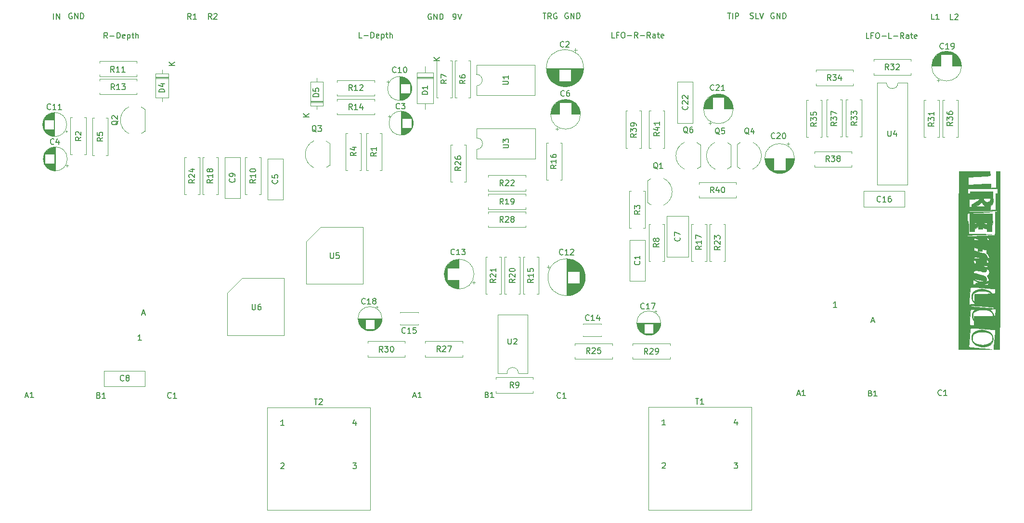
<source format=gbr>
G04 #@! TF.GenerationSoftware,KiCad,Pcbnew,5.1.6*
G04 #@! TF.CreationDate,2020-09-09T18:38:50+01:00*
G04 #@! TF.ProjectId,Tremolo,5472656d-6f6c-46f2-9e6b-696361645f70,V1.1*
G04 #@! TF.SameCoordinates,Original*
G04 #@! TF.FileFunction,Legend,Top*
G04 #@! TF.FilePolarity,Positive*
%FSLAX46Y46*%
G04 Gerber Fmt 4.6, Leading zero omitted, Abs format (unit mm)*
G04 Created by KiCad (PCBNEW 5.1.6) date 2020-09-09 18:38:50*
%MOMM*%
%LPD*%
G01*
G04 APERTURE LIST*
%ADD10C,0.150000*%
%ADD11C,0.010000*%
%ADD12C,0.120000*%
G04 APERTURE END LIST*
D10*
X214666533Y-42159180D02*
X214190342Y-42159180D01*
X214190342Y-41159180D01*
X214952247Y-41254419D02*
X214999866Y-41206800D01*
X215095104Y-41159180D01*
X215333200Y-41159180D01*
X215428438Y-41206800D01*
X215476057Y-41254419D01*
X215523676Y-41349657D01*
X215523676Y-41444895D01*
X215476057Y-41587752D01*
X214904628Y-42159180D01*
X215523676Y-42159180D01*
X211364533Y-42108380D02*
X210888342Y-42108380D01*
X210888342Y-41108380D01*
X212221676Y-42108380D02*
X211650247Y-42108380D01*
X211935961Y-42108380D02*
X211935961Y-41108380D01*
X211840723Y-41251238D01*
X211745485Y-41346476D01*
X211650247Y-41394095D01*
X59690095Y-41054400D02*
X59594857Y-41006780D01*
X59452000Y-41006780D01*
X59309142Y-41054400D01*
X59213904Y-41149638D01*
X59166285Y-41244876D01*
X59118666Y-41435352D01*
X59118666Y-41578209D01*
X59166285Y-41768685D01*
X59213904Y-41863923D01*
X59309142Y-41959161D01*
X59452000Y-42006780D01*
X59547238Y-42006780D01*
X59690095Y-41959161D01*
X59737714Y-41911542D01*
X59737714Y-41578209D01*
X59547238Y-41578209D01*
X60166285Y-42006780D02*
X60166285Y-41006780D01*
X60737714Y-42006780D01*
X60737714Y-41006780D01*
X61213904Y-42006780D02*
X61213904Y-41006780D01*
X61452000Y-41006780D01*
X61594857Y-41054400D01*
X61690095Y-41149638D01*
X61737714Y-41244876D01*
X61785333Y-41435352D01*
X61785333Y-41578209D01*
X61737714Y-41768685D01*
X61690095Y-41863923D01*
X61594857Y-41959161D01*
X61452000Y-42006780D01*
X61213904Y-42006780D01*
X56473790Y-42057580D02*
X56473790Y-41057580D01*
X56949980Y-42057580D02*
X56949980Y-41057580D01*
X57521409Y-42057580D01*
X57521409Y-41057580D01*
X84262933Y-42057580D02*
X83929600Y-41581390D01*
X83691504Y-42057580D02*
X83691504Y-41057580D01*
X84072457Y-41057580D01*
X84167695Y-41105200D01*
X84215314Y-41152819D01*
X84262933Y-41248057D01*
X84262933Y-41390914D01*
X84215314Y-41486152D01*
X84167695Y-41533771D01*
X84072457Y-41581390D01*
X83691504Y-41581390D01*
X84643885Y-41152819D02*
X84691504Y-41105200D01*
X84786742Y-41057580D01*
X85024838Y-41057580D01*
X85120076Y-41105200D01*
X85167695Y-41152819D01*
X85215314Y-41248057D01*
X85215314Y-41343295D01*
X85167695Y-41486152D01*
X84596266Y-42057580D01*
X85215314Y-42057580D01*
X80656133Y-42057580D02*
X80322800Y-41581390D01*
X80084704Y-42057580D02*
X80084704Y-41057580D01*
X80465657Y-41057580D01*
X80560895Y-41105200D01*
X80608514Y-41152819D01*
X80656133Y-41248057D01*
X80656133Y-41390914D01*
X80608514Y-41486152D01*
X80560895Y-41533771D01*
X80465657Y-41581390D01*
X80084704Y-41581390D01*
X81608514Y-42057580D02*
X81037085Y-42057580D01*
X81322800Y-42057580D02*
X81322800Y-41057580D01*
X81227561Y-41200438D01*
X81132323Y-41295676D01*
X81037085Y-41343295D01*
X183184895Y-41003600D02*
X183089657Y-40955980D01*
X182946800Y-40955980D01*
X182803942Y-41003600D01*
X182708704Y-41098838D01*
X182661085Y-41194076D01*
X182613466Y-41384552D01*
X182613466Y-41527409D01*
X182661085Y-41717885D01*
X182708704Y-41813123D01*
X182803942Y-41908361D01*
X182946800Y-41955980D01*
X183042038Y-41955980D01*
X183184895Y-41908361D01*
X183232514Y-41860742D01*
X183232514Y-41527409D01*
X183042038Y-41527409D01*
X183661085Y-41955980D02*
X183661085Y-40955980D01*
X184232514Y-41955980D01*
X184232514Y-40955980D01*
X184708704Y-41955980D02*
X184708704Y-40955980D01*
X184946800Y-40955980D01*
X185089657Y-41003600D01*
X185184895Y-41098838D01*
X185232514Y-41194076D01*
X185280133Y-41384552D01*
X185280133Y-41527409D01*
X185232514Y-41717885D01*
X185184895Y-41813123D01*
X185089657Y-41908361D01*
X184946800Y-41955980D01*
X184708704Y-41955980D01*
X178966952Y-41908361D02*
X179109809Y-41955980D01*
X179347904Y-41955980D01*
X179443142Y-41908361D01*
X179490761Y-41860742D01*
X179538380Y-41765504D01*
X179538380Y-41670266D01*
X179490761Y-41575028D01*
X179443142Y-41527409D01*
X179347904Y-41479790D01*
X179157428Y-41432171D01*
X179062190Y-41384552D01*
X179014571Y-41336933D01*
X178966952Y-41241695D01*
X178966952Y-41146457D01*
X179014571Y-41051219D01*
X179062190Y-41003600D01*
X179157428Y-40955980D01*
X179395523Y-40955980D01*
X179538380Y-41003600D01*
X180443142Y-41955980D02*
X179966952Y-41955980D01*
X179966952Y-40955980D01*
X180633619Y-40955980D02*
X180966952Y-41955980D01*
X181300285Y-40955980D01*
X174998190Y-41006780D02*
X175569619Y-41006780D01*
X175283904Y-42006780D02*
X175283904Y-41006780D01*
X175902952Y-42006780D02*
X175902952Y-41006780D01*
X176379142Y-42006780D02*
X176379142Y-41006780D01*
X176760095Y-41006780D01*
X176855333Y-41054400D01*
X176902952Y-41102019D01*
X176950571Y-41197257D01*
X176950571Y-41340114D01*
X176902952Y-41435352D01*
X176855333Y-41482971D01*
X176760095Y-41530590D01*
X176379142Y-41530590D01*
X126787352Y-42108380D02*
X126977828Y-42108380D01*
X127073066Y-42060761D01*
X127120685Y-42013142D01*
X127215923Y-41870285D01*
X127263542Y-41679809D01*
X127263542Y-41298857D01*
X127215923Y-41203619D01*
X127168304Y-41156000D01*
X127073066Y-41108380D01*
X126882590Y-41108380D01*
X126787352Y-41156000D01*
X126739733Y-41203619D01*
X126692114Y-41298857D01*
X126692114Y-41536952D01*
X126739733Y-41632190D01*
X126787352Y-41679809D01*
X126882590Y-41727428D01*
X127073066Y-41727428D01*
X127168304Y-41679809D01*
X127215923Y-41632190D01*
X127263542Y-41536952D01*
X127549257Y-41108380D02*
X127882590Y-42108380D01*
X128215923Y-41108380D01*
X122885295Y-41156000D02*
X122790057Y-41108380D01*
X122647200Y-41108380D01*
X122504342Y-41156000D01*
X122409104Y-41251238D01*
X122361485Y-41346476D01*
X122313866Y-41536952D01*
X122313866Y-41679809D01*
X122361485Y-41870285D01*
X122409104Y-41965523D01*
X122504342Y-42060761D01*
X122647200Y-42108380D01*
X122742438Y-42108380D01*
X122885295Y-42060761D01*
X122932914Y-42013142D01*
X122932914Y-41679809D01*
X122742438Y-41679809D01*
X123361485Y-42108380D02*
X123361485Y-41108380D01*
X123932914Y-42108380D01*
X123932914Y-41108380D01*
X124409104Y-42108380D02*
X124409104Y-41108380D01*
X124647200Y-41108380D01*
X124790057Y-41156000D01*
X124885295Y-41251238D01*
X124932914Y-41346476D01*
X124980533Y-41536952D01*
X124980533Y-41679809D01*
X124932914Y-41870285D01*
X124885295Y-41965523D01*
X124790057Y-42060761D01*
X124647200Y-42108380D01*
X124409104Y-42108380D01*
X146964495Y-41003600D02*
X146869257Y-40955980D01*
X146726400Y-40955980D01*
X146583542Y-41003600D01*
X146488304Y-41098838D01*
X146440685Y-41194076D01*
X146393066Y-41384552D01*
X146393066Y-41527409D01*
X146440685Y-41717885D01*
X146488304Y-41813123D01*
X146583542Y-41908361D01*
X146726400Y-41955980D01*
X146821638Y-41955980D01*
X146964495Y-41908361D01*
X147012114Y-41860742D01*
X147012114Y-41527409D01*
X146821638Y-41527409D01*
X147440685Y-41955980D02*
X147440685Y-40955980D01*
X148012114Y-41955980D01*
X148012114Y-40955980D01*
X148488304Y-41955980D02*
X148488304Y-40955980D01*
X148726400Y-40955980D01*
X148869257Y-41003600D01*
X148964495Y-41098838D01*
X149012114Y-41194076D01*
X149059733Y-41384552D01*
X149059733Y-41527409D01*
X149012114Y-41717885D01*
X148964495Y-41813123D01*
X148869257Y-41908361D01*
X148726400Y-41955980D01*
X148488304Y-41955980D01*
X142529085Y-41006780D02*
X143100514Y-41006780D01*
X142814800Y-42006780D02*
X142814800Y-41006780D01*
X144005276Y-42006780D02*
X143671942Y-41530590D01*
X143433847Y-42006780D02*
X143433847Y-41006780D01*
X143814800Y-41006780D01*
X143910038Y-41054400D01*
X143957657Y-41102019D01*
X144005276Y-41197257D01*
X144005276Y-41340114D01*
X143957657Y-41435352D01*
X143910038Y-41482971D01*
X143814800Y-41530590D01*
X143433847Y-41530590D01*
X144957657Y-41054400D02*
X144862419Y-41006780D01*
X144719561Y-41006780D01*
X144576704Y-41054400D01*
X144481466Y-41149638D01*
X144433847Y-41244876D01*
X144386228Y-41435352D01*
X144386228Y-41578209D01*
X144433847Y-41768685D01*
X144481466Y-41863923D01*
X144576704Y-41959161D01*
X144719561Y-42006780D01*
X144814800Y-42006780D01*
X144957657Y-41959161D01*
X145005276Y-41911542D01*
X145005276Y-41578209D01*
X144814800Y-41578209D01*
X65948228Y-45410380D02*
X65614895Y-44934190D01*
X65376800Y-45410380D02*
X65376800Y-44410380D01*
X65757752Y-44410380D01*
X65852990Y-44458000D01*
X65900609Y-44505619D01*
X65948228Y-44600857D01*
X65948228Y-44743714D01*
X65900609Y-44838952D01*
X65852990Y-44886571D01*
X65757752Y-44934190D01*
X65376800Y-44934190D01*
X66376800Y-45029428D02*
X67138704Y-45029428D01*
X67614895Y-45410380D02*
X67614895Y-44410380D01*
X67852990Y-44410380D01*
X67995847Y-44458000D01*
X68091085Y-44553238D01*
X68138704Y-44648476D01*
X68186323Y-44838952D01*
X68186323Y-44981809D01*
X68138704Y-45172285D01*
X68091085Y-45267523D01*
X67995847Y-45362761D01*
X67852990Y-45410380D01*
X67614895Y-45410380D01*
X68995847Y-45362761D02*
X68900609Y-45410380D01*
X68710133Y-45410380D01*
X68614895Y-45362761D01*
X68567276Y-45267523D01*
X68567276Y-44886571D01*
X68614895Y-44791333D01*
X68710133Y-44743714D01*
X68900609Y-44743714D01*
X68995847Y-44791333D01*
X69043466Y-44886571D01*
X69043466Y-44981809D01*
X68567276Y-45077047D01*
X69472038Y-44743714D02*
X69472038Y-45743714D01*
X69472038Y-44791333D02*
X69567276Y-44743714D01*
X69757752Y-44743714D01*
X69852990Y-44791333D01*
X69900609Y-44838952D01*
X69948228Y-44934190D01*
X69948228Y-45219904D01*
X69900609Y-45315142D01*
X69852990Y-45362761D01*
X69757752Y-45410380D01*
X69567276Y-45410380D01*
X69472038Y-45362761D01*
X70233942Y-44743714D02*
X70614895Y-44743714D01*
X70376800Y-44410380D02*
X70376800Y-45267523D01*
X70424419Y-45362761D01*
X70519657Y-45410380D01*
X70614895Y-45410380D01*
X70948228Y-45410380D02*
X70948228Y-44410380D01*
X71376800Y-45410380D02*
X71376800Y-44886571D01*
X71329180Y-44791333D01*
X71233942Y-44743714D01*
X71091085Y-44743714D01*
X70995847Y-44791333D01*
X70948228Y-44838952D01*
X110703028Y-45359580D02*
X110226838Y-45359580D01*
X110226838Y-44359580D01*
X111036361Y-44978628D02*
X111798266Y-44978628D01*
X112274457Y-45359580D02*
X112274457Y-44359580D01*
X112512552Y-44359580D01*
X112655409Y-44407200D01*
X112750647Y-44502438D01*
X112798266Y-44597676D01*
X112845885Y-44788152D01*
X112845885Y-44931009D01*
X112798266Y-45121485D01*
X112750647Y-45216723D01*
X112655409Y-45311961D01*
X112512552Y-45359580D01*
X112274457Y-45359580D01*
X113655409Y-45311961D02*
X113560171Y-45359580D01*
X113369695Y-45359580D01*
X113274457Y-45311961D01*
X113226838Y-45216723D01*
X113226838Y-44835771D01*
X113274457Y-44740533D01*
X113369695Y-44692914D01*
X113560171Y-44692914D01*
X113655409Y-44740533D01*
X113703028Y-44835771D01*
X113703028Y-44931009D01*
X113226838Y-45026247D01*
X114131600Y-44692914D02*
X114131600Y-45692914D01*
X114131600Y-44740533D02*
X114226838Y-44692914D01*
X114417314Y-44692914D01*
X114512552Y-44740533D01*
X114560171Y-44788152D01*
X114607790Y-44883390D01*
X114607790Y-45169104D01*
X114560171Y-45264342D01*
X114512552Y-45311961D01*
X114417314Y-45359580D01*
X114226838Y-45359580D01*
X114131600Y-45311961D01*
X114893504Y-44692914D02*
X115274457Y-44692914D01*
X115036361Y-44359580D02*
X115036361Y-45216723D01*
X115083980Y-45311961D01*
X115179219Y-45359580D01*
X115274457Y-45359580D01*
X115607790Y-45359580D02*
X115607790Y-44359580D01*
X116036361Y-45359580D02*
X116036361Y-44835771D01*
X115988742Y-44740533D01*
X115893504Y-44692914D01*
X115750647Y-44692914D01*
X115655409Y-44740533D01*
X115607790Y-44788152D01*
X199908019Y-45461180D02*
X199431828Y-45461180D01*
X199431828Y-44461180D01*
X200574685Y-44937371D02*
X200241352Y-44937371D01*
X200241352Y-45461180D02*
X200241352Y-44461180D01*
X200717542Y-44461180D01*
X201288971Y-44461180D02*
X201479447Y-44461180D01*
X201574685Y-44508800D01*
X201669923Y-44604038D01*
X201717542Y-44794514D01*
X201717542Y-45127847D01*
X201669923Y-45318323D01*
X201574685Y-45413561D01*
X201479447Y-45461180D01*
X201288971Y-45461180D01*
X201193733Y-45413561D01*
X201098495Y-45318323D01*
X201050876Y-45127847D01*
X201050876Y-44794514D01*
X201098495Y-44604038D01*
X201193733Y-44508800D01*
X201288971Y-44461180D01*
X202146114Y-45080228D02*
X202908019Y-45080228D01*
X203860400Y-45461180D02*
X203384209Y-45461180D01*
X203384209Y-44461180D01*
X204193733Y-45080228D02*
X204955638Y-45080228D01*
X206003257Y-45461180D02*
X205669923Y-44984990D01*
X205431828Y-45461180D02*
X205431828Y-44461180D01*
X205812780Y-44461180D01*
X205908019Y-44508800D01*
X205955638Y-44556419D01*
X206003257Y-44651657D01*
X206003257Y-44794514D01*
X205955638Y-44889752D01*
X205908019Y-44937371D01*
X205812780Y-44984990D01*
X205431828Y-44984990D01*
X206860400Y-45461180D02*
X206860400Y-44937371D01*
X206812780Y-44842133D01*
X206717542Y-44794514D01*
X206527066Y-44794514D01*
X206431828Y-44842133D01*
X206860400Y-45413561D02*
X206765161Y-45461180D01*
X206527066Y-45461180D01*
X206431828Y-45413561D01*
X206384209Y-45318323D01*
X206384209Y-45223085D01*
X206431828Y-45127847D01*
X206527066Y-45080228D01*
X206765161Y-45080228D01*
X206860400Y-45032609D01*
X207193733Y-44794514D02*
X207574685Y-44794514D01*
X207336590Y-44461180D02*
X207336590Y-45318323D01*
X207384209Y-45413561D01*
X207479447Y-45461180D01*
X207574685Y-45461180D01*
X208288971Y-45413561D02*
X208193733Y-45461180D01*
X208003257Y-45461180D01*
X207908019Y-45413561D01*
X207860400Y-45318323D01*
X207860400Y-44937371D01*
X207908019Y-44842133D01*
X208003257Y-44794514D01*
X208193733Y-44794514D01*
X208288971Y-44842133D01*
X208336590Y-44937371D01*
X208336590Y-45032609D01*
X207860400Y-45127847D01*
X155159580Y-45359580D02*
X154683390Y-45359580D01*
X154683390Y-44359580D01*
X155826247Y-44835771D02*
X155492914Y-44835771D01*
X155492914Y-45359580D02*
X155492914Y-44359580D01*
X155969104Y-44359580D01*
X156540533Y-44359580D02*
X156731009Y-44359580D01*
X156826247Y-44407200D01*
X156921485Y-44502438D01*
X156969104Y-44692914D01*
X156969104Y-45026247D01*
X156921485Y-45216723D01*
X156826247Y-45311961D01*
X156731009Y-45359580D01*
X156540533Y-45359580D01*
X156445295Y-45311961D01*
X156350057Y-45216723D01*
X156302438Y-45026247D01*
X156302438Y-44692914D01*
X156350057Y-44502438D01*
X156445295Y-44407200D01*
X156540533Y-44359580D01*
X157397676Y-44978628D02*
X158159580Y-44978628D01*
X159207200Y-45359580D02*
X158873866Y-44883390D01*
X158635771Y-45359580D02*
X158635771Y-44359580D01*
X159016723Y-44359580D01*
X159111961Y-44407200D01*
X159159580Y-44454819D01*
X159207200Y-44550057D01*
X159207200Y-44692914D01*
X159159580Y-44788152D01*
X159111961Y-44835771D01*
X159016723Y-44883390D01*
X158635771Y-44883390D01*
X159635771Y-44978628D02*
X160397676Y-44978628D01*
X161445295Y-45359580D02*
X161111961Y-44883390D01*
X160873866Y-45359580D02*
X160873866Y-44359580D01*
X161254819Y-44359580D01*
X161350057Y-44407200D01*
X161397676Y-44454819D01*
X161445295Y-44550057D01*
X161445295Y-44692914D01*
X161397676Y-44788152D01*
X161350057Y-44835771D01*
X161254819Y-44883390D01*
X160873866Y-44883390D01*
X162302438Y-45359580D02*
X162302438Y-44835771D01*
X162254819Y-44740533D01*
X162159580Y-44692914D01*
X161969104Y-44692914D01*
X161873866Y-44740533D01*
X162302438Y-45311961D02*
X162207200Y-45359580D01*
X161969104Y-45359580D01*
X161873866Y-45311961D01*
X161826247Y-45216723D01*
X161826247Y-45121485D01*
X161873866Y-45026247D01*
X161969104Y-44978628D01*
X162207200Y-44978628D01*
X162302438Y-44931009D01*
X162635771Y-44692914D02*
X163016723Y-44692914D01*
X162778628Y-44359580D02*
X162778628Y-45216723D01*
X162826247Y-45311961D01*
X162921485Y-45359580D01*
X163016723Y-45359580D01*
X163731009Y-45311961D02*
X163635771Y-45359580D01*
X163445295Y-45359580D01*
X163350057Y-45311961D01*
X163302438Y-45216723D01*
X163302438Y-44835771D01*
X163350057Y-44740533D01*
X163445295Y-44692914D01*
X163635771Y-44692914D01*
X163731009Y-44740533D01*
X163778628Y-44835771D01*
X163778628Y-44931009D01*
X163302438Y-45026247D01*
X71913714Y-98547180D02*
X71342285Y-98547180D01*
X71628000Y-98547180D02*
X71628000Y-97547180D01*
X71532761Y-97690038D01*
X71437523Y-97785276D01*
X71342285Y-97832895D01*
X72050304Y-93841866D02*
X72526495Y-93841866D01*
X71955066Y-94127580D02*
X72288400Y-93127580D01*
X72621733Y-94127580D01*
X194189314Y-92755980D02*
X193617885Y-92755980D01*
X193903600Y-92755980D02*
X193903600Y-91755980D01*
X193808361Y-91898838D01*
X193713123Y-91994076D01*
X193617885Y-92041695D01*
X200320304Y-95162666D02*
X200796495Y-95162666D01*
X200225066Y-95448380D02*
X200558400Y-94448380D01*
X200891733Y-95448380D01*
X212634533Y-108205542D02*
X212586914Y-108253161D01*
X212444057Y-108300780D01*
X212348819Y-108300780D01*
X212205961Y-108253161D01*
X212110723Y-108157923D01*
X212063104Y-108062685D01*
X212015485Y-107872209D01*
X212015485Y-107729352D01*
X212063104Y-107538876D01*
X212110723Y-107443638D01*
X212205961Y-107348400D01*
X212348819Y-107300780D01*
X212444057Y-107300780D01*
X212586914Y-107348400D01*
X212634533Y-107396019D01*
X213586914Y-108300780D02*
X213015485Y-108300780D01*
X213301200Y-108300780D02*
X213301200Y-107300780D01*
X213205961Y-107443638D01*
X213110723Y-107538876D01*
X213015485Y-107586495D01*
X200102838Y-107878571D02*
X200245695Y-107926190D01*
X200293314Y-107973809D01*
X200340933Y-108069047D01*
X200340933Y-108211904D01*
X200293314Y-108307142D01*
X200245695Y-108354761D01*
X200150457Y-108402380D01*
X199769504Y-108402380D01*
X199769504Y-107402380D01*
X200102838Y-107402380D01*
X200198076Y-107450000D01*
X200245695Y-107497619D01*
X200293314Y-107592857D01*
X200293314Y-107688095D01*
X200245695Y-107783333D01*
X200198076Y-107830952D01*
X200102838Y-107878571D01*
X199769504Y-107878571D01*
X201293314Y-108402380D02*
X200721885Y-108402380D01*
X201007600Y-108402380D02*
X201007600Y-107402380D01*
X200912361Y-107545238D01*
X200817123Y-107640476D01*
X200721885Y-107688095D01*
X187245714Y-108015066D02*
X187721904Y-108015066D01*
X187150476Y-108300780D02*
X187483809Y-107300780D01*
X187817142Y-108300780D01*
X188674285Y-108300780D02*
X188102857Y-108300780D01*
X188388571Y-108300780D02*
X188388571Y-107300780D01*
X188293333Y-107443638D01*
X188198095Y-107538876D01*
X188102857Y-107586495D01*
X77150933Y-108662742D02*
X77103314Y-108710361D01*
X76960457Y-108757980D01*
X76865219Y-108757980D01*
X76722361Y-108710361D01*
X76627123Y-108615123D01*
X76579504Y-108519885D01*
X76531885Y-108329409D01*
X76531885Y-108186552D01*
X76579504Y-107996076D01*
X76627123Y-107900838D01*
X76722361Y-107805600D01*
X76865219Y-107757980D01*
X76960457Y-107757980D01*
X77103314Y-107805600D01*
X77150933Y-107853219D01*
X78103314Y-108757980D02*
X77531885Y-108757980D01*
X77817600Y-108757980D02*
X77817600Y-107757980D01*
X77722361Y-107900838D01*
X77627123Y-107996076D01*
X77531885Y-108043695D01*
X64416038Y-108234171D02*
X64558895Y-108281790D01*
X64606514Y-108329409D01*
X64654133Y-108424647D01*
X64654133Y-108567504D01*
X64606514Y-108662742D01*
X64558895Y-108710361D01*
X64463657Y-108757980D01*
X64082704Y-108757980D01*
X64082704Y-107757980D01*
X64416038Y-107757980D01*
X64511276Y-107805600D01*
X64558895Y-107853219D01*
X64606514Y-107948457D01*
X64606514Y-108043695D01*
X64558895Y-108138933D01*
X64511276Y-108186552D01*
X64416038Y-108234171D01*
X64082704Y-108234171D01*
X65606514Y-108757980D02*
X65035085Y-108757980D01*
X65320800Y-108757980D02*
X65320800Y-107757980D01*
X65225561Y-107900838D01*
X65130323Y-107996076D01*
X65035085Y-108043695D01*
X51508114Y-108370666D02*
X51984304Y-108370666D01*
X51412876Y-108656380D02*
X51746209Y-107656380D01*
X52079542Y-108656380D01*
X52936685Y-108656380D02*
X52365257Y-108656380D01*
X52650971Y-108656380D02*
X52650971Y-107656380D01*
X52555733Y-107799238D01*
X52460495Y-107894476D01*
X52365257Y-107942095D01*
X145629333Y-108662742D02*
X145581714Y-108710361D01*
X145438857Y-108757980D01*
X145343619Y-108757980D01*
X145200761Y-108710361D01*
X145105523Y-108615123D01*
X145057904Y-108519885D01*
X145010285Y-108329409D01*
X145010285Y-108186552D01*
X145057904Y-107996076D01*
X145105523Y-107900838D01*
X145200761Y-107805600D01*
X145343619Y-107757980D01*
X145438857Y-107757980D01*
X145581714Y-107805600D01*
X145629333Y-107853219D01*
X146581714Y-108757980D02*
X146010285Y-108757980D01*
X146296000Y-108757980D02*
X146296000Y-107757980D01*
X146200761Y-107900838D01*
X146105523Y-107996076D01*
X146010285Y-108043695D01*
X132691238Y-108132571D02*
X132834095Y-108180190D01*
X132881714Y-108227809D01*
X132929333Y-108323047D01*
X132929333Y-108465904D01*
X132881714Y-108561142D01*
X132834095Y-108608761D01*
X132738857Y-108656380D01*
X132357904Y-108656380D01*
X132357904Y-107656380D01*
X132691238Y-107656380D01*
X132786476Y-107704000D01*
X132834095Y-107751619D01*
X132881714Y-107846857D01*
X132881714Y-107942095D01*
X132834095Y-108037333D01*
X132786476Y-108084952D01*
X132691238Y-108132571D01*
X132357904Y-108132571D01*
X133881714Y-108656380D02*
X133310285Y-108656380D01*
X133596000Y-108656380D02*
X133596000Y-107656380D01*
X133500761Y-107799238D01*
X133405523Y-107894476D01*
X133310285Y-107942095D01*
X119732514Y-108370666D02*
X120208704Y-108370666D01*
X119637276Y-108656380D02*
X119970609Y-107656380D01*
X120303942Y-108656380D01*
X121161085Y-108656380D02*
X120589657Y-108656380D01*
X120875371Y-108656380D02*
X120875371Y-107656380D01*
X120780133Y-107799238D01*
X120684895Y-107894476D01*
X120589657Y-107942095D01*
D11*
G36*
X221797607Y-87276629D02*
G01*
X221712180Y-87727599D01*
X221484157Y-88100562D01*
X221126655Y-88384052D01*
X220652790Y-88566606D01*
X220250649Y-88628829D01*
X219679908Y-88611888D01*
X219163530Y-88483189D01*
X218718836Y-88259939D01*
X218363152Y-87959344D01*
X218113799Y-87598612D01*
X217988100Y-87194949D01*
X218003378Y-86765562D01*
X218094337Y-86487000D01*
X218359493Y-86086840D01*
X218742645Y-85806548D01*
X219240795Y-85647527D01*
X219850941Y-85611181D01*
X219879334Y-85612656D01*
X219879334Y-85982196D01*
X219263534Y-86025288D01*
X218785420Y-86153016D01*
X218433813Y-86369321D01*
X218276262Y-86547038D01*
X218170577Y-86817358D01*
X218144878Y-87159198D01*
X218196903Y-87496061D01*
X218311415Y-87735754D01*
X218596046Y-87972516D01*
X218994403Y-88137150D01*
X219467023Y-88229682D01*
X219974443Y-88250140D01*
X220477200Y-88198553D01*
X220935829Y-88074948D01*
X221310868Y-87879353D01*
X221474009Y-87733530D01*
X221630187Y-87443919D01*
X221681040Y-87089607D01*
X221620764Y-86742895D01*
X221563321Y-86620977D01*
X221302769Y-86324731D01*
X220921574Y-86122154D01*
X220410330Y-86009677D01*
X219879334Y-85982196D01*
X219879334Y-85612656D01*
X219954422Y-85616558D01*
X220569913Y-85715922D01*
X221071311Y-85930035D01*
X221457322Y-86246412D01*
X221662700Y-86522372D01*
X221769569Y-86828128D01*
X221798323Y-87225421D01*
X221797607Y-87276629D01*
G37*
X221797607Y-87276629D02*
X221712180Y-87727599D01*
X221484157Y-88100562D01*
X221126655Y-88384052D01*
X220652790Y-88566606D01*
X220250649Y-88628829D01*
X219679908Y-88611888D01*
X219163530Y-88483189D01*
X218718836Y-88259939D01*
X218363152Y-87959344D01*
X218113799Y-87598612D01*
X217988100Y-87194949D01*
X218003378Y-86765562D01*
X218094337Y-86487000D01*
X218359493Y-86086840D01*
X218742645Y-85806548D01*
X219240795Y-85647527D01*
X219850941Y-85611181D01*
X219879334Y-85612656D01*
X219879334Y-85982196D01*
X219263534Y-86025288D01*
X218785420Y-86153016D01*
X218433813Y-86369321D01*
X218276262Y-86547038D01*
X218170577Y-86817358D01*
X218144878Y-87159198D01*
X218196903Y-87496061D01*
X218311415Y-87735754D01*
X218596046Y-87972516D01*
X218994403Y-88137150D01*
X219467023Y-88229682D01*
X219974443Y-88250140D01*
X220477200Y-88198553D01*
X220935829Y-88074948D01*
X221310868Y-87879353D01*
X221474009Y-87733530D01*
X221630187Y-87443919D01*
X221681040Y-87089607D01*
X221620764Y-86742895D01*
X221563321Y-86620977D01*
X221302769Y-86324731D01*
X220921574Y-86122154D01*
X220410330Y-86009677D01*
X219879334Y-85982196D01*
X219879334Y-85612656D01*
X219954422Y-85616558D01*
X220569913Y-85715922D01*
X221071311Y-85930035D01*
X221457322Y-86246412D01*
X221662700Y-86522372D01*
X221769569Y-86828128D01*
X221798323Y-87225421D01*
X221797607Y-87276629D01*
G36*
X221741008Y-73947956D02*
G01*
X221731226Y-74019833D01*
X221602458Y-74507546D01*
X221388132Y-74850176D01*
X221088924Y-75046969D01*
X220770662Y-75099016D01*
X220401730Y-75027293D01*
X220080018Y-74835501D01*
X219859599Y-74557516D01*
X219841148Y-74516680D01*
X219724572Y-74308844D01*
X219617892Y-74263836D01*
X219527269Y-74384133D01*
X219525100Y-74389703D01*
X219435757Y-74490365D01*
X219235003Y-74655983D01*
X218954861Y-74861513D01*
X218702257Y-75033150D01*
X217932000Y-75539561D01*
X217905492Y-75182761D01*
X217898328Y-74933111D01*
X217912920Y-74747429D01*
X217921387Y-74715460D01*
X218010794Y-74622633D01*
X218209379Y-74476438D01*
X218477979Y-74305166D01*
X218541064Y-74267814D01*
X218905302Y-74041379D01*
X219174472Y-73846149D01*
X219334435Y-73695027D01*
X219371057Y-73600914D01*
X219299789Y-73575333D01*
X219182530Y-73505110D01*
X219159667Y-73406000D01*
X219146935Y-73325547D01*
X219087251Y-73275556D01*
X218948388Y-73248863D01*
X218698115Y-73238306D01*
X218397667Y-73236666D01*
X217635667Y-73236666D01*
X217635667Y-72390000D01*
X220345000Y-72390000D01*
X220345000Y-73236666D01*
X220035365Y-73239779D01*
X219858154Y-73257902D01*
X219776469Y-73304213D01*
X219753413Y-73391892D01*
X219752334Y-73448333D01*
X219797244Y-73619574D01*
X219881991Y-73660000D01*
X220016458Y-73729588D01*
X220064194Y-73808166D01*
X220236549Y-74090857D01*
X220495247Y-74236057D01*
X220638274Y-74252666D01*
X220950074Y-74192316D01*
X221149756Y-74006782D01*
X221225459Y-73808166D01*
X221244752Y-73639952D01*
X221175574Y-73579952D01*
X221108614Y-73575333D01*
X220966003Y-73516271D01*
X220937667Y-73406000D01*
X220921678Y-73317010D01*
X220849571Y-73266029D01*
X220685139Y-73242711D01*
X220392177Y-73236713D01*
X220345000Y-73236666D01*
X220345000Y-72390000D01*
X221615000Y-72390000D01*
X221615000Y-73025000D01*
X221625675Y-73349697D01*
X221654777Y-73572102D01*
X221697924Y-73659735D01*
X221700668Y-73660000D01*
X221746402Y-73736530D01*
X221741008Y-73947956D01*
G37*
X221741008Y-73947956D02*
X221731226Y-74019833D01*
X221602458Y-74507546D01*
X221388132Y-74850176D01*
X221088924Y-75046969D01*
X220770662Y-75099016D01*
X220401730Y-75027293D01*
X220080018Y-74835501D01*
X219859599Y-74557516D01*
X219841148Y-74516680D01*
X219724572Y-74308844D01*
X219617892Y-74263836D01*
X219527269Y-74384133D01*
X219525100Y-74389703D01*
X219435757Y-74490365D01*
X219235003Y-74655983D01*
X218954861Y-74861513D01*
X218702257Y-75033150D01*
X217932000Y-75539561D01*
X217905492Y-75182761D01*
X217898328Y-74933111D01*
X217912920Y-74747429D01*
X217921387Y-74715460D01*
X218010794Y-74622633D01*
X218209379Y-74476438D01*
X218477979Y-74305166D01*
X218541064Y-74267814D01*
X218905302Y-74041379D01*
X219174472Y-73846149D01*
X219334435Y-73695027D01*
X219371057Y-73600914D01*
X219299789Y-73575333D01*
X219182530Y-73505110D01*
X219159667Y-73406000D01*
X219146935Y-73325547D01*
X219087251Y-73275556D01*
X218948388Y-73248863D01*
X218698115Y-73238306D01*
X218397667Y-73236666D01*
X217635667Y-73236666D01*
X217635667Y-72390000D01*
X220345000Y-72390000D01*
X220345000Y-73236666D01*
X220035365Y-73239779D01*
X219858154Y-73257902D01*
X219776469Y-73304213D01*
X219753413Y-73391892D01*
X219752334Y-73448333D01*
X219797244Y-73619574D01*
X219881991Y-73660000D01*
X220016458Y-73729588D01*
X220064194Y-73808166D01*
X220236549Y-74090857D01*
X220495247Y-74236057D01*
X220638274Y-74252666D01*
X220950074Y-74192316D01*
X221149756Y-74006782D01*
X221225459Y-73808166D01*
X221244752Y-73639952D01*
X221175574Y-73579952D01*
X221108614Y-73575333D01*
X220966003Y-73516271D01*
X220937667Y-73406000D01*
X220921678Y-73317010D01*
X220849571Y-73266029D01*
X220685139Y-73242711D01*
X220392177Y-73236713D01*
X220345000Y-73236666D01*
X220345000Y-72390000D01*
X221615000Y-72390000D01*
X221615000Y-73025000D01*
X221625675Y-73349697D01*
X221654777Y-73572102D01*
X221697924Y-73659735D01*
X221700668Y-73660000D01*
X221746402Y-73736530D01*
X221741008Y-73947956D01*
G36*
X220599000Y-79417333D02*
G01*
X220599000Y-77893333D01*
X219929747Y-77893333D01*
X219904541Y-78422500D01*
X219879334Y-78951666D01*
X219477167Y-78977472D01*
X219075000Y-79003277D01*
X219075000Y-77893333D01*
X218397667Y-77893333D01*
X218397667Y-79417333D01*
X217551000Y-79417333D01*
X217551000Y-77046666D01*
X218369834Y-77046666D01*
X218795218Y-77038782D01*
X219081812Y-77012448D01*
X219259544Y-76963647D01*
X219331361Y-76917530D01*
X219452974Y-76832540D01*
X219543463Y-76874609D01*
X219581228Y-76917530D01*
X219672138Y-76979292D01*
X219841451Y-77018818D01*
X220118709Y-77039978D01*
X220533454Y-77046642D01*
X220567034Y-77046666D01*
X221445667Y-77046666D01*
X221445667Y-79417333D01*
X220599000Y-79417333D01*
G37*
X220599000Y-79417333D02*
X220599000Y-77893333D01*
X219929747Y-77893333D01*
X219904541Y-78422500D01*
X219879334Y-78951666D01*
X219477167Y-78977472D01*
X219075000Y-79003277D01*
X219075000Y-77893333D01*
X218397667Y-77893333D01*
X218397667Y-79417333D01*
X217551000Y-79417333D01*
X217551000Y-77046666D01*
X218369834Y-77046666D01*
X218795218Y-77038782D01*
X219081812Y-77012448D01*
X219259544Y-76963647D01*
X219331361Y-76917530D01*
X219452974Y-76832540D01*
X219543463Y-76874609D01*
X219581228Y-76917530D01*
X219672138Y-76979292D01*
X219841451Y-77018818D01*
X220118709Y-77039978D01*
X220533454Y-77046642D01*
X220567034Y-77046666D01*
X221445667Y-77046666D01*
X221445667Y-79417333D01*
X220599000Y-79417333D01*
G36*
X221797607Y-94473296D02*
G01*
X221712180Y-94924266D01*
X221484157Y-95297228D01*
X221126655Y-95580718D01*
X220652790Y-95763272D01*
X220250649Y-95825496D01*
X219679908Y-95808554D01*
X219163530Y-95679855D01*
X218718836Y-95456605D01*
X218363152Y-95156011D01*
X218113799Y-94795279D01*
X217988100Y-94391616D01*
X218003378Y-93962228D01*
X218094337Y-93683666D01*
X218359493Y-93283507D01*
X218742645Y-93003215D01*
X219240795Y-92844194D01*
X219850941Y-92807847D01*
X219879334Y-92809322D01*
X219879334Y-93178863D01*
X219263534Y-93221954D01*
X218785420Y-93349683D01*
X218433813Y-93565988D01*
X218276262Y-93743705D01*
X218170577Y-94014025D01*
X218144878Y-94355865D01*
X218196903Y-94692728D01*
X218311415Y-94932421D01*
X218596046Y-95169183D01*
X218994403Y-95333816D01*
X219467023Y-95426348D01*
X219974443Y-95446807D01*
X220477200Y-95395220D01*
X220935829Y-95271615D01*
X221310868Y-95076019D01*
X221474009Y-94930196D01*
X221630187Y-94640585D01*
X221681040Y-94286274D01*
X221620764Y-93939562D01*
X221563321Y-93817644D01*
X221302769Y-93521398D01*
X220921574Y-93318821D01*
X220410330Y-93206344D01*
X219879334Y-93178863D01*
X219879334Y-92809322D01*
X219954422Y-92813224D01*
X220569913Y-92912589D01*
X221071311Y-93126701D01*
X221457322Y-93443079D01*
X221662700Y-93719038D01*
X221769569Y-94024794D01*
X221798323Y-94422087D01*
X221797607Y-94473296D01*
G37*
X221797607Y-94473296D02*
X221712180Y-94924266D01*
X221484157Y-95297228D01*
X221126655Y-95580718D01*
X220652790Y-95763272D01*
X220250649Y-95825496D01*
X219679908Y-95808554D01*
X219163530Y-95679855D01*
X218718836Y-95456605D01*
X218363152Y-95156011D01*
X218113799Y-94795279D01*
X217988100Y-94391616D01*
X218003378Y-93962228D01*
X218094337Y-93683666D01*
X218359493Y-93283507D01*
X218742645Y-93003215D01*
X219240795Y-92844194D01*
X219850941Y-92807847D01*
X219879334Y-92809322D01*
X219879334Y-93178863D01*
X219263534Y-93221954D01*
X218785420Y-93349683D01*
X218433813Y-93565988D01*
X218276262Y-93743705D01*
X218170577Y-94014025D01*
X218144878Y-94355865D01*
X218196903Y-94692728D01*
X218311415Y-94932421D01*
X218596046Y-95169183D01*
X218994403Y-95333816D01*
X219467023Y-95426348D01*
X219974443Y-95446807D01*
X220477200Y-95395220D01*
X220935829Y-95271615D01*
X221310868Y-95076019D01*
X221474009Y-94930196D01*
X221630187Y-94640585D01*
X221681040Y-94286274D01*
X221620764Y-93939562D01*
X221563321Y-93817644D01*
X221302769Y-93521398D01*
X220921574Y-93318821D01*
X220410330Y-93206344D01*
X219879334Y-93178863D01*
X219879334Y-92809322D01*
X219954422Y-92813224D01*
X220569913Y-92912589D01*
X221071311Y-93126701D01*
X221457322Y-93443079D01*
X221662700Y-93719038D01*
X221769569Y-94024794D01*
X221798323Y-94422087D01*
X221797607Y-94473296D01*
G36*
X221863168Y-96266000D02*
G01*
X221911794Y-95863833D01*
X221940045Y-95607000D01*
X221974928Y-95255173D01*
X222013695Y-94840393D01*
X222053600Y-94394700D01*
X222091893Y-93950132D01*
X222125829Y-93538731D01*
X222152660Y-93192536D01*
X222169637Y-92943586D01*
X222174014Y-92823922D01*
X222172973Y-92818080D01*
X222080248Y-92798740D01*
X221846608Y-92770769D01*
X221499685Y-92736287D01*
X221067107Y-92697415D01*
X220576504Y-92656271D01*
X220055505Y-92614978D01*
X219531739Y-92575654D01*
X219032837Y-92540421D01*
X218586427Y-92511397D01*
X218220140Y-92490704D01*
X217961604Y-92480462D01*
X217838449Y-92482790D01*
X217832440Y-92485005D01*
X217806478Y-92584530D01*
X217770064Y-92825812D01*
X217726484Y-93181835D01*
X217679024Y-93625580D01*
X217630971Y-94130031D01*
X217627141Y-94172855D01*
X217576232Y-94777282D01*
X217545230Y-95230340D01*
X217533670Y-95548763D01*
X217541086Y-95749286D01*
X217567014Y-95848644D01*
X217580163Y-95862481D01*
X217720042Y-95902237D01*
X217955902Y-95928491D01*
X218059000Y-95932766D01*
X218266358Y-95943508D01*
X218606849Y-95968370D01*
X219045132Y-96004458D01*
X219545863Y-96048879D01*
X220006334Y-96092201D01*
X221572667Y-96243609D01*
X218630500Y-96254804D01*
X215688334Y-96266000D01*
X215688334Y-68834000D01*
X221099327Y-68834000D01*
X221154800Y-69129695D01*
X221186071Y-69321633D01*
X221181699Y-69460491D01*
X221119273Y-69556388D01*
X220976377Y-69619443D01*
X220730599Y-69659776D01*
X220359523Y-69687506D01*
X219865893Y-69711605D01*
X219353701Y-69736608D01*
X218837918Y-69764600D01*
X218372367Y-69792484D01*
X218010870Y-69817163D01*
X217953167Y-69821652D01*
X217297000Y-69874346D01*
X217297000Y-71228962D01*
X218037834Y-71175679D01*
X218406623Y-71151602D01*
X218886546Y-71123774D01*
X219419547Y-71095397D01*
X219947568Y-71069669D01*
X220027500Y-71066022D01*
X221276334Y-71009648D01*
X221276334Y-71412549D01*
X221285729Y-71655030D01*
X221322435Y-71762345D01*
X221399230Y-71768036D01*
X221410259Y-71764058D01*
X221580123Y-71730328D01*
X221826746Y-71713202D01*
X221875925Y-71712666D01*
X222207667Y-71712666D01*
X222207667Y-68834000D01*
X222461667Y-68834000D01*
X222461667Y-71882000D01*
X217212334Y-71882000D01*
X217212334Y-72771000D01*
X217216227Y-73176966D01*
X217230511Y-73441058D01*
X217259091Y-73590612D01*
X217305871Y-73652963D01*
X217339334Y-73660000D01*
X217391369Y-73684112D01*
X217427334Y-73772881D01*
X217449968Y-73950951D01*
X217462008Y-74242969D01*
X217466194Y-74673579D01*
X217466334Y-74803000D01*
X217466334Y-75946000D01*
X219519500Y-75958399D01*
X221572667Y-75970798D01*
X219498334Y-76078086D01*
X218915960Y-76108193D01*
X218384579Y-76135638D01*
X217929275Y-76159127D01*
X217575128Y-76177367D01*
X217347221Y-76189064D01*
X217275834Y-76192687D01*
X217229323Y-76205920D01*
X217193662Y-76253610D01*
X217167423Y-76355497D01*
X217149181Y-76531324D01*
X217137512Y-76800835D01*
X217130989Y-77183770D01*
X217128188Y-77699873D01*
X217127667Y-78244744D01*
X217127667Y-80289489D01*
X217959167Y-80256639D01*
X217959167Y-85285548D01*
X217836146Y-85288303D01*
X217830217Y-85290561D01*
X217802493Y-85391439D01*
X217764219Y-85632733D01*
X217719054Y-85986124D01*
X217670654Y-86423290D01*
X217628603Y-86851466D01*
X217573656Y-87444310D01*
X217532622Y-87889729D01*
X217503843Y-88208912D01*
X217485658Y-88423049D01*
X217476409Y-88553330D01*
X217474437Y-88620945D01*
X217478081Y-88647083D01*
X217485684Y-88652936D01*
X217487500Y-88653524D01*
X217588059Y-88667555D01*
X217827314Y-88692376D01*
X218177996Y-88725673D01*
X218612837Y-88765135D01*
X219104569Y-88808446D01*
X219625923Y-88853295D01*
X220149632Y-88897368D01*
X220648425Y-88938351D01*
X221095036Y-88973931D01*
X221462195Y-89001795D01*
X221722635Y-89019630D01*
X221849086Y-89025121D01*
X221856723Y-89024183D01*
X221872496Y-88936276D01*
X221899491Y-88711035D01*
X221934824Y-88379479D01*
X221975612Y-87972626D01*
X222018973Y-87521496D01*
X222062024Y-87057107D01*
X222101882Y-86610478D01*
X222135664Y-86212628D01*
X222160487Y-85894576D01*
X222173469Y-85687340D01*
X222172977Y-85621413D01*
X222079877Y-85601741D01*
X221845870Y-85573580D01*
X221498594Y-85539036D01*
X221065686Y-85500214D01*
X220574783Y-85459219D01*
X220053523Y-85418158D01*
X219529543Y-85379136D01*
X219030479Y-85344259D01*
X218583971Y-85315631D01*
X218217654Y-85295359D01*
X217959167Y-85285548D01*
X217959167Y-80256639D01*
X218545834Y-80233461D01*
X219124379Y-80209749D01*
X219743292Y-80182946D01*
X220340071Y-80155847D01*
X220721409Y-80137530D01*
X220721409Y-80518000D01*
X220636226Y-80565790D01*
X220648701Y-80728877D01*
X220662671Y-80871405D01*
X220605870Y-80958460D01*
X220458818Y-80991595D01*
X220202038Y-80972363D01*
X219816051Y-80902315D01*
X219458077Y-80823770D01*
X219069540Y-80736793D01*
X218739373Y-80665915D01*
X218503772Y-80618703D01*
X218400729Y-80602666D01*
X218342185Y-80676955D01*
X218313566Y-80859073D01*
X218313000Y-80891906D01*
X218313000Y-81181146D01*
X219263350Y-81403993D01*
X219658188Y-81505584D01*
X220003214Y-81610913D01*
X220257887Y-81706581D01*
X220373733Y-81770920D01*
X220559356Y-82012327D01*
X220649979Y-82285808D01*
X220637785Y-82476516D01*
X220578637Y-82570715D01*
X220459967Y-82619465D01*
X220258882Y-82621876D01*
X219952490Y-82577055D01*
X219517900Y-82484113D01*
X219260107Y-82422890D01*
X218898631Y-82336107D01*
X218602754Y-82266568D01*
X218408197Y-82222575D01*
X218349940Y-82211333D01*
X218325400Y-82285818D01*
X218313275Y-82468680D01*
X218313000Y-82504403D01*
X218313041Y-82622974D01*
X218329447Y-82710403D01*
X218386640Y-82778669D01*
X218509045Y-82839757D01*
X218721086Y-82905647D01*
X219047186Y-82988322D01*
X219511769Y-83099764D01*
X219540667Y-83106689D01*
X219961002Y-83219994D01*
X220247826Y-83334450D01*
X220435865Y-83470482D01*
X220559839Y-83648514D01*
X220595654Y-83727254D01*
X220669181Y-83975407D01*
X220640414Y-84138594D01*
X220497979Y-84220410D01*
X220230500Y-84224449D01*
X219826602Y-84154306D01*
X219498334Y-84074000D01*
X219036806Y-83964401D01*
X218707290Y-83915600D01*
X218484331Y-83926120D01*
X218342474Y-83994487D01*
X218329934Y-84006266D01*
X218258943Y-84168627D01*
X218231536Y-84422811D01*
X218248807Y-84696725D01*
X218311850Y-84918277D01*
X218315979Y-84926232D01*
X218448619Y-85075482D01*
X218572253Y-85069623D01*
X218645553Y-84919765D01*
X218651667Y-84836000D01*
X218662414Y-84706070D01*
X218711070Y-84624307D01*
X218822259Y-84589284D01*
X219020605Y-84599569D01*
X219330731Y-84653734D01*
X219777261Y-84750349D01*
X219849020Y-84766495D01*
X220226828Y-84849367D01*
X220478931Y-84894377D01*
X220644313Y-84903042D01*
X220761960Y-84876878D01*
X220870857Y-84817402D01*
X220887055Y-84806876D01*
X221056243Y-84602570D01*
X221116934Y-84311036D01*
X221068592Y-83975501D01*
X220910685Y-83639189D01*
X220901674Y-83625731D01*
X220696348Y-83323166D01*
X220901674Y-83188631D01*
X221058504Y-82991468D01*
X221110593Y-82700018D01*
X221057386Y-82353484D01*
X220918196Y-82025456D01*
X220807717Y-81816212D01*
X220780251Y-81702436D01*
X220830816Y-81634925D01*
X220875863Y-81607555D01*
X220985113Y-81465980D01*
X221028253Y-81238421D01*
X221012748Y-80977537D01*
X220946063Y-80735987D01*
X220835663Y-80566427D01*
X220721409Y-80518000D01*
X220721409Y-80137530D01*
X220852213Y-80131247D01*
X221001167Y-80123678D01*
X222038334Y-80069923D01*
X222038334Y-75946000D01*
X222292334Y-75946000D01*
X222292334Y-89127407D01*
X220881812Y-89183037D01*
X220305858Y-89203030D01*
X219690653Y-89219821D01*
X219098487Y-89231986D01*
X218591650Y-89238106D01*
X218447645Y-89238558D01*
X217424000Y-89238449D01*
X217450857Y-90740025D01*
X217460331Y-91224198D01*
X217470120Y-91644941D01*
X217479460Y-91975025D01*
X217487593Y-92187221D01*
X217493190Y-92254859D01*
X217578427Y-92254724D01*
X217780692Y-92240145D01*
X217953167Y-92224286D01*
X218397667Y-92180455D01*
X218397667Y-90424000D01*
X219138500Y-90423690D01*
X219512702Y-90419377D01*
X219995730Y-90407836D01*
X220527317Y-90390783D01*
X221047193Y-90369937D01*
X221085834Y-90368186D01*
X222292334Y-90312993D01*
X222292334Y-89127407D01*
X222292334Y-75946000D01*
X222715667Y-75946000D01*
X222715667Y-74760666D01*
X222713125Y-74282612D01*
X222703765Y-73949577D01*
X222684989Y-73737303D01*
X222654197Y-73621529D01*
X222608790Y-73577994D01*
X222588667Y-73575333D01*
X222529444Y-73547355D01*
X222491422Y-73444852D01*
X222470423Y-73239973D01*
X222462268Y-72904865D01*
X222461667Y-72728666D01*
X222461667Y-71882000D01*
X222461667Y-68834000D01*
X222885000Y-68834000D01*
X222885000Y-96266000D01*
X221863168Y-96266000D01*
G37*
X221863168Y-96266000D02*
X221911794Y-95863833D01*
X221940045Y-95607000D01*
X221974928Y-95255173D01*
X222013695Y-94840393D01*
X222053600Y-94394700D01*
X222091893Y-93950132D01*
X222125829Y-93538731D01*
X222152660Y-93192536D01*
X222169637Y-92943586D01*
X222174014Y-92823922D01*
X222172973Y-92818080D01*
X222080248Y-92798740D01*
X221846608Y-92770769D01*
X221499685Y-92736287D01*
X221067107Y-92697415D01*
X220576504Y-92656271D01*
X220055505Y-92614978D01*
X219531739Y-92575654D01*
X219032837Y-92540421D01*
X218586427Y-92511397D01*
X218220140Y-92490704D01*
X217961604Y-92480462D01*
X217838449Y-92482790D01*
X217832440Y-92485005D01*
X217806478Y-92584530D01*
X217770064Y-92825812D01*
X217726484Y-93181835D01*
X217679024Y-93625580D01*
X217630971Y-94130031D01*
X217627141Y-94172855D01*
X217576232Y-94777282D01*
X217545230Y-95230340D01*
X217533670Y-95548763D01*
X217541086Y-95749286D01*
X217567014Y-95848644D01*
X217580163Y-95862481D01*
X217720042Y-95902237D01*
X217955902Y-95928491D01*
X218059000Y-95932766D01*
X218266358Y-95943508D01*
X218606849Y-95968370D01*
X219045132Y-96004458D01*
X219545863Y-96048879D01*
X220006334Y-96092201D01*
X221572667Y-96243609D01*
X218630500Y-96254804D01*
X215688334Y-96266000D01*
X215688334Y-68834000D01*
X221099327Y-68834000D01*
X221154800Y-69129695D01*
X221186071Y-69321633D01*
X221181699Y-69460491D01*
X221119273Y-69556388D01*
X220976377Y-69619443D01*
X220730599Y-69659776D01*
X220359523Y-69687506D01*
X219865893Y-69711605D01*
X219353701Y-69736608D01*
X218837918Y-69764600D01*
X218372367Y-69792484D01*
X218010870Y-69817163D01*
X217953167Y-69821652D01*
X217297000Y-69874346D01*
X217297000Y-71228962D01*
X218037834Y-71175679D01*
X218406623Y-71151602D01*
X218886546Y-71123774D01*
X219419547Y-71095397D01*
X219947568Y-71069669D01*
X220027500Y-71066022D01*
X221276334Y-71009648D01*
X221276334Y-71412549D01*
X221285729Y-71655030D01*
X221322435Y-71762345D01*
X221399230Y-71768036D01*
X221410259Y-71764058D01*
X221580123Y-71730328D01*
X221826746Y-71713202D01*
X221875925Y-71712666D01*
X222207667Y-71712666D01*
X222207667Y-68834000D01*
X222461667Y-68834000D01*
X222461667Y-71882000D01*
X217212334Y-71882000D01*
X217212334Y-72771000D01*
X217216227Y-73176966D01*
X217230511Y-73441058D01*
X217259091Y-73590612D01*
X217305871Y-73652963D01*
X217339334Y-73660000D01*
X217391369Y-73684112D01*
X217427334Y-73772881D01*
X217449968Y-73950951D01*
X217462008Y-74242969D01*
X217466194Y-74673579D01*
X217466334Y-74803000D01*
X217466334Y-75946000D01*
X219519500Y-75958399D01*
X221572667Y-75970798D01*
X219498334Y-76078086D01*
X218915960Y-76108193D01*
X218384579Y-76135638D01*
X217929275Y-76159127D01*
X217575128Y-76177367D01*
X217347221Y-76189064D01*
X217275834Y-76192687D01*
X217229323Y-76205920D01*
X217193662Y-76253610D01*
X217167423Y-76355497D01*
X217149181Y-76531324D01*
X217137512Y-76800835D01*
X217130989Y-77183770D01*
X217128188Y-77699873D01*
X217127667Y-78244744D01*
X217127667Y-80289489D01*
X217959167Y-80256639D01*
X217959167Y-85285548D01*
X217836146Y-85288303D01*
X217830217Y-85290561D01*
X217802493Y-85391439D01*
X217764219Y-85632733D01*
X217719054Y-85986124D01*
X217670654Y-86423290D01*
X217628603Y-86851466D01*
X217573656Y-87444310D01*
X217532622Y-87889729D01*
X217503843Y-88208912D01*
X217485658Y-88423049D01*
X217476409Y-88553330D01*
X217474437Y-88620945D01*
X217478081Y-88647083D01*
X217485684Y-88652936D01*
X217487500Y-88653524D01*
X217588059Y-88667555D01*
X217827314Y-88692376D01*
X218177996Y-88725673D01*
X218612837Y-88765135D01*
X219104569Y-88808446D01*
X219625923Y-88853295D01*
X220149632Y-88897368D01*
X220648425Y-88938351D01*
X221095036Y-88973931D01*
X221462195Y-89001795D01*
X221722635Y-89019630D01*
X221849086Y-89025121D01*
X221856723Y-89024183D01*
X221872496Y-88936276D01*
X221899491Y-88711035D01*
X221934824Y-88379479D01*
X221975612Y-87972626D01*
X222018973Y-87521496D01*
X222062024Y-87057107D01*
X222101882Y-86610478D01*
X222135664Y-86212628D01*
X222160487Y-85894576D01*
X222173469Y-85687340D01*
X222172977Y-85621413D01*
X222079877Y-85601741D01*
X221845870Y-85573580D01*
X221498594Y-85539036D01*
X221065686Y-85500214D01*
X220574783Y-85459219D01*
X220053523Y-85418158D01*
X219529543Y-85379136D01*
X219030479Y-85344259D01*
X218583971Y-85315631D01*
X218217654Y-85295359D01*
X217959167Y-85285548D01*
X217959167Y-80256639D01*
X218545834Y-80233461D01*
X219124379Y-80209749D01*
X219743292Y-80182946D01*
X220340071Y-80155847D01*
X220721409Y-80137530D01*
X220721409Y-80518000D01*
X220636226Y-80565790D01*
X220648701Y-80728877D01*
X220662671Y-80871405D01*
X220605870Y-80958460D01*
X220458818Y-80991595D01*
X220202038Y-80972363D01*
X219816051Y-80902315D01*
X219458077Y-80823770D01*
X219069540Y-80736793D01*
X218739373Y-80665915D01*
X218503772Y-80618703D01*
X218400729Y-80602666D01*
X218342185Y-80676955D01*
X218313566Y-80859073D01*
X218313000Y-80891906D01*
X218313000Y-81181146D01*
X219263350Y-81403993D01*
X219658188Y-81505584D01*
X220003214Y-81610913D01*
X220257887Y-81706581D01*
X220373733Y-81770920D01*
X220559356Y-82012327D01*
X220649979Y-82285808D01*
X220637785Y-82476516D01*
X220578637Y-82570715D01*
X220459967Y-82619465D01*
X220258882Y-82621876D01*
X219952490Y-82577055D01*
X219517900Y-82484113D01*
X219260107Y-82422890D01*
X218898631Y-82336107D01*
X218602754Y-82266568D01*
X218408197Y-82222575D01*
X218349940Y-82211333D01*
X218325400Y-82285818D01*
X218313275Y-82468680D01*
X218313000Y-82504403D01*
X218313041Y-82622974D01*
X218329447Y-82710403D01*
X218386640Y-82778669D01*
X218509045Y-82839757D01*
X218721086Y-82905647D01*
X219047186Y-82988322D01*
X219511769Y-83099764D01*
X219540667Y-83106689D01*
X219961002Y-83219994D01*
X220247826Y-83334450D01*
X220435865Y-83470482D01*
X220559839Y-83648514D01*
X220595654Y-83727254D01*
X220669181Y-83975407D01*
X220640414Y-84138594D01*
X220497979Y-84220410D01*
X220230500Y-84224449D01*
X219826602Y-84154306D01*
X219498334Y-84074000D01*
X219036806Y-83964401D01*
X218707290Y-83915600D01*
X218484331Y-83926120D01*
X218342474Y-83994487D01*
X218329934Y-84006266D01*
X218258943Y-84168627D01*
X218231536Y-84422811D01*
X218248807Y-84696725D01*
X218311850Y-84918277D01*
X218315979Y-84926232D01*
X218448619Y-85075482D01*
X218572253Y-85069623D01*
X218645553Y-84919765D01*
X218651667Y-84836000D01*
X218662414Y-84706070D01*
X218711070Y-84624307D01*
X218822259Y-84589284D01*
X219020605Y-84599569D01*
X219330731Y-84653734D01*
X219777261Y-84750349D01*
X219849020Y-84766495D01*
X220226828Y-84849367D01*
X220478931Y-84894377D01*
X220644313Y-84903042D01*
X220761960Y-84876878D01*
X220870857Y-84817402D01*
X220887055Y-84806876D01*
X221056243Y-84602570D01*
X221116934Y-84311036D01*
X221068592Y-83975501D01*
X220910685Y-83639189D01*
X220901674Y-83625731D01*
X220696348Y-83323166D01*
X220901674Y-83188631D01*
X221058504Y-82991468D01*
X221110593Y-82700018D01*
X221057386Y-82353484D01*
X220918196Y-82025456D01*
X220807717Y-81816212D01*
X220780251Y-81702436D01*
X220830816Y-81634925D01*
X220875863Y-81607555D01*
X220985113Y-81465980D01*
X221028253Y-81238421D01*
X221012748Y-80977537D01*
X220946063Y-80735987D01*
X220835663Y-80566427D01*
X220721409Y-80518000D01*
X220721409Y-80137530D01*
X220852213Y-80131247D01*
X221001167Y-80123678D01*
X222038334Y-80069923D01*
X222038334Y-75946000D01*
X222292334Y-75946000D01*
X222292334Y-89127407D01*
X220881812Y-89183037D01*
X220305858Y-89203030D01*
X219690653Y-89219821D01*
X219098487Y-89231986D01*
X218591650Y-89238106D01*
X218447645Y-89238558D01*
X217424000Y-89238449D01*
X217450857Y-90740025D01*
X217460331Y-91224198D01*
X217470120Y-91644941D01*
X217479460Y-91975025D01*
X217487593Y-92187221D01*
X217493190Y-92254859D01*
X217578427Y-92254724D01*
X217780692Y-92240145D01*
X217953167Y-92224286D01*
X218397667Y-92180455D01*
X218397667Y-90424000D01*
X219138500Y-90423690D01*
X219512702Y-90419377D01*
X219995730Y-90407836D01*
X220527317Y-90390783D01*
X221047193Y-90369937D01*
X221085834Y-90368186D01*
X222292334Y-90312993D01*
X222292334Y-89127407D01*
X222292334Y-75946000D01*
X222715667Y-75946000D01*
X222715667Y-74760666D01*
X222713125Y-74282612D01*
X222703765Y-73949577D01*
X222684989Y-73737303D01*
X222654197Y-73621529D01*
X222608790Y-73577994D01*
X222588667Y-73575333D01*
X222529444Y-73547355D01*
X222491422Y-73444852D01*
X222470423Y-73239973D01*
X222462268Y-72904865D01*
X222461667Y-72728666D01*
X222461667Y-71882000D01*
X222461667Y-68834000D01*
X222885000Y-68834000D01*
X222885000Y-96266000D01*
X221863168Y-96266000D01*
G36*
X221761568Y-100177600D02*
G01*
X221810194Y-99775433D01*
X221838445Y-99518600D01*
X221873328Y-99166773D01*
X221912095Y-98751993D01*
X221952000Y-98306300D01*
X221990293Y-97861732D01*
X222024229Y-97450331D01*
X222051060Y-97104136D01*
X222068037Y-96855186D01*
X222072414Y-96735522D01*
X222071373Y-96729680D01*
X221978648Y-96710340D01*
X221745008Y-96682369D01*
X221398085Y-96647887D01*
X220965507Y-96609015D01*
X220474904Y-96567871D01*
X219953905Y-96526578D01*
X219430139Y-96487254D01*
X218931237Y-96452021D01*
X218484827Y-96422997D01*
X218118540Y-96402304D01*
X217860004Y-96392062D01*
X217736849Y-96394390D01*
X217730840Y-96396605D01*
X217704878Y-96496130D01*
X217668464Y-96737412D01*
X217624884Y-97093435D01*
X217577424Y-97537180D01*
X217529371Y-98041631D01*
X217525541Y-98084455D01*
X217474632Y-98688882D01*
X217443630Y-99141940D01*
X217432070Y-99460363D01*
X217439486Y-99660886D01*
X217465414Y-99760244D01*
X217478563Y-99774081D01*
X217618442Y-99813837D01*
X217854302Y-99840091D01*
X217957400Y-99844366D01*
X218164758Y-99855108D01*
X218505249Y-99879970D01*
X218943532Y-99916058D01*
X219444263Y-99960479D01*
X219904734Y-100003801D01*
X221471067Y-100155209D01*
X218528900Y-100166404D01*
X215586734Y-100177600D01*
X215586734Y-72745600D01*
X220997727Y-72745600D01*
X221053200Y-73041295D01*
X221084471Y-73233233D01*
X221080099Y-73372091D01*
X221017673Y-73467988D01*
X220874777Y-73531043D01*
X220628999Y-73571376D01*
X220257923Y-73599106D01*
X219764293Y-73623205D01*
X219252101Y-73648208D01*
X218736318Y-73676200D01*
X218270767Y-73704084D01*
X217909270Y-73728763D01*
X217851567Y-73733252D01*
X217195400Y-73785946D01*
X217195400Y-75140562D01*
X217936234Y-75087279D01*
X218305023Y-75063202D01*
X218784946Y-75035374D01*
X219317947Y-75006997D01*
X219845968Y-74981269D01*
X219925900Y-74977622D01*
X221174734Y-74921248D01*
X221174734Y-75324149D01*
X221184129Y-75566630D01*
X221220835Y-75673945D01*
X221297630Y-75679636D01*
X221308659Y-75675658D01*
X221478523Y-75641928D01*
X221725146Y-75624802D01*
X221774325Y-75624266D01*
X222106067Y-75624266D01*
X222106067Y-72745600D01*
X222360067Y-72745600D01*
X222360067Y-75793600D01*
X217110734Y-75793600D01*
X217110734Y-76682600D01*
X217114627Y-77088566D01*
X217128911Y-77352658D01*
X217157491Y-77502212D01*
X217204271Y-77564563D01*
X217237734Y-77571600D01*
X217289769Y-77595712D01*
X217325734Y-77684481D01*
X217348368Y-77862551D01*
X217360408Y-78154569D01*
X217364594Y-78585179D01*
X217364734Y-78714600D01*
X217364734Y-79857600D01*
X219417900Y-79869999D01*
X221471067Y-79882398D01*
X219396734Y-79989686D01*
X218814360Y-80019793D01*
X218282979Y-80047238D01*
X217827675Y-80070727D01*
X217473528Y-80088967D01*
X217245621Y-80100664D01*
X217174234Y-80104287D01*
X217127723Y-80117520D01*
X217092062Y-80165210D01*
X217065823Y-80267097D01*
X217047581Y-80442924D01*
X217035912Y-80712435D01*
X217029389Y-81095370D01*
X217026588Y-81611473D01*
X217026067Y-82156344D01*
X217026067Y-84201089D01*
X217857567Y-84168239D01*
X217857567Y-89197148D01*
X217734546Y-89199903D01*
X217728617Y-89202161D01*
X217700893Y-89303039D01*
X217662619Y-89544333D01*
X217617454Y-89897724D01*
X217569054Y-90334890D01*
X217527003Y-90763066D01*
X217472056Y-91355910D01*
X217431022Y-91801329D01*
X217402243Y-92120512D01*
X217384058Y-92334649D01*
X217374809Y-92464930D01*
X217372837Y-92532545D01*
X217376481Y-92558683D01*
X217384084Y-92564536D01*
X217385900Y-92565124D01*
X217486459Y-92579155D01*
X217725714Y-92603976D01*
X218076396Y-92637273D01*
X218511237Y-92676735D01*
X219002969Y-92720046D01*
X219524323Y-92764895D01*
X220048032Y-92808968D01*
X220546825Y-92849951D01*
X220993436Y-92885531D01*
X221360595Y-92913395D01*
X221621035Y-92931230D01*
X221747486Y-92936721D01*
X221755123Y-92935783D01*
X221770896Y-92847876D01*
X221797891Y-92622635D01*
X221833224Y-92291079D01*
X221874012Y-91884226D01*
X221917373Y-91433096D01*
X221960424Y-90968707D01*
X222000282Y-90522078D01*
X222034064Y-90124228D01*
X222058887Y-89806176D01*
X222071869Y-89598940D01*
X222071377Y-89533013D01*
X221978277Y-89513341D01*
X221744270Y-89485180D01*
X221396994Y-89450636D01*
X220964086Y-89411814D01*
X220473183Y-89370819D01*
X219951923Y-89329758D01*
X219427943Y-89290736D01*
X218928879Y-89255859D01*
X218482371Y-89227231D01*
X218116054Y-89206959D01*
X217857567Y-89197148D01*
X217857567Y-84168239D01*
X218444234Y-84145061D01*
X219022779Y-84121349D01*
X219641692Y-84094546D01*
X220238471Y-84067447D01*
X220619809Y-84049130D01*
X220619809Y-84429600D01*
X220534626Y-84477390D01*
X220547101Y-84640477D01*
X220561071Y-84783005D01*
X220504270Y-84870060D01*
X220357218Y-84903195D01*
X220100438Y-84883963D01*
X219714451Y-84813915D01*
X219356477Y-84735370D01*
X218967940Y-84648393D01*
X218637773Y-84577515D01*
X218402172Y-84530303D01*
X218299129Y-84514266D01*
X218240585Y-84588555D01*
X218211966Y-84770673D01*
X218211400Y-84803506D01*
X218211400Y-85092746D01*
X219161750Y-85315593D01*
X219556588Y-85417184D01*
X219901614Y-85522513D01*
X220156287Y-85618181D01*
X220272133Y-85682520D01*
X220457756Y-85923927D01*
X220548379Y-86197408D01*
X220536185Y-86388116D01*
X220477037Y-86482315D01*
X220358367Y-86531065D01*
X220157282Y-86533476D01*
X219850890Y-86488655D01*
X219416300Y-86395713D01*
X219158507Y-86334490D01*
X218797031Y-86247707D01*
X218501154Y-86178168D01*
X218306597Y-86134175D01*
X218248340Y-86122933D01*
X218223800Y-86197418D01*
X218211675Y-86380280D01*
X218211400Y-86416003D01*
X218211441Y-86534574D01*
X218227847Y-86622003D01*
X218285040Y-86690269D01*
X218407445Y-86751357D01*
X218619486Y-86817247D01*
X218945586Y-86899922D01*
X219410169Y-87011364D01*
X219439067Y-87018289D01*
X219859402Y-87131594D01*
X220146226Y-87246050D01*
X220334265Y-87382082D01*
X220458239Y-87560114D01*
X220494054Y-87638854D01*
X220567581Y-87887007D01*
X220538814Y-88050194D01*
X220396379Y-88132010D01*
X220128900Y-88136049D01*
X219725002Y-88065906D01*
X219396734Y-87985600D01*
X218935206Y-87876001D01*
X218605690Y-87827200D01*
X218382731Y-87837720D01*
X218240874Y-87906087D01*
X218228334Y-87917866D01*
X218157343Y-88080227D01*
X218129936Y-88334411D01*
X218147207Y-88608325D01*
X218210250Y-88829877D01*
X218214379Y-88837832D01*
X218347019Y-88987082D01*
X218470653Y-88981223D01*
X218543953Y-88831365D01*
X218550067Y-88747600D01*
X218560814Y-88617670D01*
X218609470Y-88535907D01*
X218720659Y-88500884D01*
X218919005Y-88511169D01*
X219229131Y-88565334D01*
X219675661Y-88661949D01*
X219747420Y-88678095D01*
X220125228Y-88760967D01*
X220377331Y-88805977D01*
X220542713Y-88814642D01*
X220660360Y-88788478D01*
X220769257Y-88729002D01*
X220785455Y-88718476D01*
X220954643Y-88514170D01*
X221015334Y-88222636D01*
X220966992Y-87887101D01*
X220809085Y-87550789D01*
X220800074Y-87537331D01*
X220594748Y-87234766D01*
X220800074Y-87100231D01*
X220956904Y-86903068D01*
X221008993Y-86611618D01*
X220955786Y-86265084D01*
X220816596Y-85937056D01*
X220706117Y-85727812D01*
X220678651Y-85614036D01*
X220729216Y-85546525D01*
X220774263Y-85519155D01*
X220883513Y-85377580D01*
X220926653Y-85150021D01*
X220911148Y-84889137D01*
X220844463Y-84647587D01*
X220734063Y-84478027D01*
X220619809Y-84429600D01*
X220619809Y-84049130D01*
X220750613Y-84042847D01*
X220899567Y-84035278D01*
X221936734Y-83981523D01*
X221936734Y-79857600D01*
X222190734Y-79857600D01*
X222190734Y-93039007D01*
X220780212Y-93094637D01*
X220204258Y-93114630D01*
X219589053Y-93131421D01*
X218996887Y-93143586D01*
X218490050Y-93149706D01*
X218346045Y-93150158D01*
X217322400Y-93150049D01*
X217349257Y-94651625D01*
X217358731Y-95135798D01*
X217368520Y-95556541D01*
X217377860Y-95886625D01*
X217385993Y-96098821D01*
X217391590Y-96166459D01*
X217476827Y-96166324D01*
X217679092Y-96151745D01*
X217851567Y-96135886D01*
X218296067Y-96092055D01*
X218296067Y-94335600D01*
X219036900Y-94335290D01*
X219411102Y-94330977D01*
X219894130Y-94319436D01*
X220425717Y-94302383D01*
X220945593Y-94281537D01*
X220984234Y-94279786D01*
X222190734Y-94224593D01*
X222190734Y-93039007D01*
X222190734Y-79857600D01*
X222614067Y-79857600D01*
X222614067Y-78672266D01*
X222611525Y-78194212D01*
X222602165Y-77861177D01*
X222583389Y-77648903D01*
X222552597Y-77533129D01*
X222507190Y-77489594D01*
X222487067Y-77486933D01*
X222427844Y-77458955D01*
X222389822Y-77356452D01*
X222368823Y-77151573D01*
X222360668Y-76816465D01*
X222360067Y-76640266D01*
X222360067Y-75793600D01*
X222360067Y-72745600D01*
X222783400Y-72745600D01*
X222783400Y-100177600D01*
X221761568Y-100177600D01*
G37*
X221761568Y-100177600D02*
X221810194Y-99775433D01*
X221838445Y-99518600D01*
X221873328Y-99166773D01*
X221912095Y-98751993D01*
X221952000Y-98306300D01*
X221990293Y-97861732D01*
X222024229Y-97450331D01*
X222051060Y-97104136D01*
X222068037Y-96855186D01*
X222072414Y-96735522D01*
X222071373Y-96729680D01*
X221978648Y-96710340D01*
X221745008Y-96682369D01*
X221398085Y-96647887D01*
X220965507Y-96609015D01*
X220474904Y-96567871D01*
X219953905Y-96526578D01*
X219430139Y-96487254D01*
X218931237Y-96452021D01*
X218484827Y-96422997D01*
X218118540Y-96402304D01*
X217860004Y-96392062D01*
X217736849Y-96394390D01*
X217730840Y-96396605D01*
X217704878Y-96496130D01*
X217668464Y-96737412D01*
X217624884Y-97093435D01*
X217577424Y-97537180D01*
X217529371Y-98041631D01*
X217525541Y-98084455D01*
X217474632Y-98688882D01*
X217443630Y-99141940D01*
X217432070Y-99460363D01*
X217439486Y-99660886D01*
X217465414Y-99760244D01*
X217478563Y-99774081D01*
X217618442Y-99813837D01*
X217854302Y-99840091D01*
X217957400Y-99844366D01*
X218164758Y-99855108D01*
X218505249Y-99879970D01*
X218943532Y-99916058D01*
X219444263Y-99960479D01*
X219904734Y-100003801D01*
X221471067Y-100155209D01*
X218528900Y-100166404D01*
X215586734Y-100177600D01*
X215586734Y-72745600D01*
X220997727Y-72745600D01*
X221053200Y-73041295D01*
X221084471Y-73233233D01*
X221080099Y-73372091D01*
X221017673Y-73467988D01*
X220874777Y-73531043D01*
X220628999Y-73571376D01*
X220257923Y-73599106D01*
X219764293Y-73623205D01*
X219252101Y-73648208D01*
X218736318Y-73676200D01*
X218270767Y-73704084D01*
X217909270Y-73728763D01*
X217851567Y-73733252D01*
X217195400Y-73785946D01*
X217195400Y-75140562D01*
X217936234Y-75087279D01*
X218305023Y-75063202D01*
X218784946Y-75035374D01*
X219317947Y-75006997D01*
X219845968Y-74981269D01*
X219925900Y-74977622D01*
X221174734Y-74921248D01*
X221174734Y-75324149D01*
X221184129Y-75566630D01*
X221220835Y-75673945D01*
X221297630Y-75679636D01*
X221308659Y-75675658D01*
X221478523Y-75641928D01*
X221725146Y-75624802D01*
X221774325Y-75624266D01*
X222106067Y-75624266D01*
X222106067Y-72745600D01*
X222360067Y-72745600D01*
X222360067Y-75793600D01*
X217110734Y-75793600D01*
X217110734Y-76682600D01*
X217114627Y-77088566D01*
X217128911Y-77352658D01*
X217157491Y-77502212D01*
X217204271Y-77564563D01*
X217237734Y-77571600D01*
X217289769Y-77595712D01*
X217325734Y-77684481D01*
X217348368Y-77862551D01*
X217360408Y-78154569D01*
X217364594Y-78585179D01*
X217364734Y-78714600D01*
X217364734Y-79857600D01*
X219417900Y-79869999D01*
X221471067Y-79882398D01*
X219396734Y-79989686D01*
X218814360Y-80019793D01*
X218282979Y-80047238D01*
X217827675Y-80070727D01*
X217473528Y-80088967D01*
X217245621Y-80100664D01*
X217174234Y-80104287D01*
X217127723Y-80117520D01*
X217092062Y-80165210D01*
X217065823Y-80267097D01*
X217047581Y-80442924D01*
X217035912Y-80712435D01*
X217029389Y-81095370D01*
X217026588Y-81611473D01*
X217026067Y-82156344D01*
X217026067Y-84201089D01*
X217857567Y-84168239D01*
X217857567Y-89197148D01*
X217734546Y-89199903D01*
X217728617Y-89202161D01*
X217700893Y-89303039D01*
X217662619Y-89544333D01*
X217617454Y-89897724D01*
X217569054Y-90334890D01*
X217527003Y-90763066D01*
X217472056Y-91355910D01*
X217431022Y-91801329D01*
X217402243Y-92120512D01*
X217384058Y-92334649D01*
X217374809Y-92464930D01*
X217372837Y-92532545D01*
X217376481Y-92558683D01*
X217384084Y-92564536D01*
X217385900Y-92565124D01*
X217486459Y-92579155D01*
X217725714Y-92603976D01*
X218076396Y-92637273D01*
X218511237Y-92676735D01*
X219002969Y-92720046D01*
X219524323Y-92764895D01*
X220048032Y-92808968D01*
X220546825Y-92849951D01*
X220993436Y-92885531D01*
X221360595Y-92913395D01*
X221621035Y-92931230D01*
X221747486Y-92936721D01*
X221755123Y-92935783D01*
X221770896Y-92847876D01*
X221797891Y-92622635D01*
X221833224Y-92291079D01*
X221874012Y-91884226D01*
X221917373Y-91433096D01*
X221960424Y-90968707D01*
X222000282Y-90522078D01*
X222034064Y-90124228D01*
X222058887Y-89806176D01*
X222071869Y-89598940D01*
X222071377Y-89533013D01*
X221978277Y-89513341D01*
X221744270Y-89485180D01*
X221396994Y-89450636D01*
X220964086Y-89411814D01*
X220473183Y-89370819D01*
X219951923Y-89329758D01*
X219427943Y-89290736D01*
X218928879Y-89255859D01*
X218482371Y-89227231D01*
X218116054Y-89206959D01*
X217857567Y-89197148D01*
X217857567Y-84168239D01*
X218444234Y-84145061D01*
X219022779Y-84121349D01*
X219641692Y-84094546D01*
X220238471Y-84067447D01*
X220619809Y-84049130D01*
X220619809Y-84429600D01*
X220534626Y-84477390D01*
X220547101Y-84640477D01*
X220561071Y-84783005D01*
X220504270Y-84870060D01*
X220357218Y-84903195D01*
X220100438Y-84883963D01*
X219714451Y-84813915D01*
X219356477Y-84735370D01*
X218967940Y-84648393D01*
X218637773Y-84577515D01*
X218402172Y-84530303D01*
X218299129Y-84514266D01*
X218240585Y-84588555D01*
X218211966Y-84770673D01*
X218211400Y-84803506D01*
X218211400Y-85092746D01*
X219161750Y-85315593D01*
X219556588Y-85417184D01*
X219901614Y-85522513D01*
X220156287Y-85618181D01*
X220272133Y-85682520D01*
X220457756Y-85923927D01*
X220548379Y-86197408D01*
X220536185Y-86388116D01*
X220477037Y-86482315D01*
X220358367Y-86531065D01*
X220157282Y-86533476D01*
X219850890Y-86488655D01*
X219416300Y-86395713D01*
X219158507Y-86334490D01*
X218797031Y-86247707D01*
X218501154Y-86178168D01*
X218306597Y-86134175D01*
X218248340Y-86122933D01*
X218223800Y-86197418D01*
X218211675Y-86380280D01*
X218211400Y-86416003D01*
X218211441Y-86534574D01*
X218227847Y-86622003D01*
X218285040Y-86690269D01*
X218407445Y-86751357D01*
X218619486Y-86817247D01*
X218945586Y-86899922D01*
X219410169Y-87011364D01*
X219439067Y-87018289D01*
X219859402Y-87131594D01*
X220146226Y-87246050D01*
X220334265Y-87382082D01*
X220458239Y-87560114D01*
X220494054Y-87638854D01*
X220567581Y-87887007D01*
X220538814Y-88050194D01*
X220396379Y-88132010D01*
X220128900Y-88136049D01*
X219725002Y-88065906D01*
X219396734Y-87985600D01*
X218935206Y-87876001D01*
X218605690Y-87827200D01*
X218382731Y-87837720D01*
X218240874Y-87906087D01*
X218228334Y-87917866D01*
X218157343Y-88080227D01*
X218129936Y-88334411D01*
X218147207Y-88608325D01*
X218210250Y-88829877D01*
X218214379Y-88837832D01*
X218347019Y-88987082D01*
X218470653Y-88981223D01*
X218543953Y-88831365D01*
X218550067Y-88747600D01*
X218560814Y-88617670D01*
X218609470Y-88535907D01*
X218720659Y-88500884D01*
X218919005Y-88511169D01*
X219229131Y-88565334D01*
X219675661Y-88661949D01*
X219747420Y-88678095D01*
X220125228Y-88760967D01*
X220377331Y-88805977D01*
X220542713Y-88814642D01*
X220660360Y-88788478D01*
X220769257Y-88729002D01*
X220785455Y-88718476D01*
X220954643Y-88514170D01*
X221015334Y-88222636D01*
X220966992Y-87887101D01*
X220809085Y-87550789D01*
X220800074Y-87537331D01*
X220594748Y-87234766D01*
X220800074Y-87100231D01*
X220956904Y-86903068D01*
X221008993Y-86611618D01*
X220955786Y-86265084D01*
X220816596Y-85937056D01*
X220706117Y-85727812D01*
X220678651Y-85614036D01*
X220729216Y-85546525D01*
X220774263Y-85519155D01*
X220883513Y-85377580D01*
X220926653Y-85150021D01*
X220911148Y-84889137D01*
X220844463Y-84647587D01*
X220734063Y-84478027D01*
X220619809Y-84429600D01*
X220619809Y-84049130D01*
X220750613Y-84042847D01*
X220899567Y-84035278D01*
X221936734Y-83981523D01*
X221936734Y-79857600D01*
X222190734Y-79857600D01*
X222190734Y-93039007D01*
X220780212Y-93094637D01*
X220204258Y-93114630D01*
X219589053Y-93131421D01*
X218996887Y-93143586D01*
X218490050Y-93149706D01*
X218346045Y-93150158D01*
X217322400Y-93150049D01*
X217349257Y-94651625D01*
X217358731Y-95135798D01*
X217368520Y-95556541D01*
X217377860Y-95886625D01*
X217385993Y-96098821D01*
X217391590Y-96166459D01*
X217476827Y-96166324D01*
X217679092Y-96151745D01*
X217851567Y-96135886D01*
X218296067Y-96092055D01*
X218296067Y-94335600D01*
X219036900Y-94335290D01*
X219411102Y-94330977D01*
X219894130Y-94319436D01*
X220425717Y-94302383D01*
X220945593Y-94281537D01*
X220984234Y-94279786D01*
X222190734Y-94224593D01*
X222190734Y-93039007D01*
X222190734Y-79857600D01*
X222614067Y-79857600D01*
X222614067Y-78672266D01*
X222611525Y-78194212D01*
X222602165Y-77861177D01*
X222583389Y-77648903D01*
X222552597Y-77533129D01*
X222507190Y-77489594D01*
X222487067Y-77486933D01*
X222427844Y-77458955D01*
X222389822Y-77356452D01*
X222368823Y-77151573D01*
X222360668Y-76816465D01*
X222360067Y-76640266D01*
X222360067Y-75793600D01*
X222360067Y-72745600D01*
X222783400Y-72745600D01*
X222783400Y-100177600D01*
X221761568Y-100177600D01*
G36*
X221696007Y-98384896D02*
G01*
X221610580Y-98835866D01*
X221382557Y-99208828D01*
X221025055Y-99492318D01*
X220551190Y-99674872D01*
X220149049Y-99737096D01*
X219578308Y-99720154D01*
X219061930Y-99591455D01*
X218617236Y-99368205D01*
X218261552Y-99067611D01*
X218012199Y-98706879D01*
X217886500Y-98303216D01*
X217901778Y-97873828D01*
X217992737Y-97595266D01*
X218257893Y-97195107D01*
X218641045Y-96914815D01*
X219139195Y-96755794D01*
X219749341Y-96719447D01*
X219777734Y-96720922D01*
X219777734Y-97090463D01*
X219161934Y-97133554D01*
X218683820Y-97261283D01*
X218332213Y-97477588D01*
X218174662Y-97655305D01*
X218068977Y-97925625D01*
X218043278Y-98267465D01*
X218095303Y-98604328D01*
X218209815Y-98844021D01*
X218494446Y-99080783D01*
X218892803Y-99245416D01*
X219365423Y-99337948D01*
X219872843Y-99358407D01*
X220375600Y-99306820D01*
X220834229Y-99183215D01*
X221209268Y-98987619D01*
X221372409Y-98841796D01*
X221528587Y-98552185D01*
X221579440Y-98197874D01*
X221519164Y-97851162D01*
X221461721Y-97729244D01*
X221201169Y-97432998D01*
X220819974Y-97230421D01*
X220308730Y-97117944D01*
X219777734Y-97090463D01*
X219777734Y-96720922D01*
X219852822Y-96724824D01*
X220468313Y-96824189D01*
X220969711Y-97038301D01*
X221355722Y-97354679D01*
X221561100Y-97630638D01*
X221667969Y-97936394D01*
X221696723Y-98333687D01*
X221696007Y-98384896D01*
G37*
X221696007Y-98384896D02*
X221610580Y-98835866D01*
X221382557Y-99208828D01*
X221025055Y-99492318D01*
X220551190Y-99674872D01*
X220149049Y-99737096D01*
X219578308Y-99720154D01*
X219061930Y-99591455D01*
X218617236Y-99368205D01*
X218261552Y-99067611D01*
X218012199Y-98706879D01*
X217886500Y-98303216D01*
X217901778Y-97873828D01*
X217992737Y-97595266D01*
X218257893Y-97195107D01*
X218641045Y-96914815D01*
X219139195Y-96755794D01*
X219749341Y-96719447D01*
X219777734Y-96720922D01*
X219777734Y-97090463D01*
X219161934Y-97133554D01*
X218683820Y-97261283D01*
X218332213Y-97477588D01*
X218174662Y-97655305D01*
X218068977Y-97925625D01*
X218043278Y-98267465D01*
X218095303Y-98604328D01*
X218209815Y-98844021D01*
X218494446Y-99080783D01*
X218892803Y-99245416D01*
X219365423Y-99337948D01*
X219872843Y-99358407D01*
X220375600Y-99306820D01*
X220834229Y-99183215D01*
X221209268Y-98987619D01*
X221372409Y-98841796D01*
X221528587Y-98552185D01*
X221579440Y-98197874D01*
X221519164Y-97851162D01*
X221461721Y-97729244D01*
X221201169Y-97432998D01*
X220819974Y-97230421D01*
X220308730Y-97117944D01*
X219777734Y-97090463D01*
X219777734Y-96720922D01*
X219852822Y-96724824D01*
X220468313Y-96824189D01*
X220969711Y-97038301D01*
X221355722Y-97354679D01*
X221561100Y-97630638D01*
X221667969Y-97936394D01*
X221696723Y-98333687D01*
X221696007Y-98384896D01*
G36*
X220497400Y-83328933D02*
G01*
X220497400Y-81804933D01*
X219828147Y-81804933D01*
X219802941Y-82334100D01*
X219777734Y-82863266D01*
X219375567Y-82889072D01*
X218973400Y-82914877D01*
X218973400Y-81804933D01*
X218296067Y-81804933D01*
X218296067Y-83328933D01*
X217449400Y-83328933D01*
X217449400Y-80958266D01*
X218268234Y-80958266D01*
X218693618Y-80950382D01*
X218980212Y-80924048D01*
X219157944Y-80875247D01*
X219229761Y-80829130D01*
X219351374Y-80744140D01*
X219441863Y-80786209D01*
X219479628Y-80829130D01*
X219570538Y-80890892D01*
X219739851Y-80930418D01*
X220017109Y-80951578D01*
X220431854Y-80958242D01*
X220465434Y-80958266D01*
X221344067Y-80958266D01*
X221344067Y-83328933D01*
X220497400Y-83328933D01*
G37*
X220497400Y-83328933D02*
X220497400Y-81804933D01*
X219828147Y-81804933D01*
X219802941Y-82334100D01*
X219777734Y-82863266D01*
X219375567Y-82889072D01*
X218973400Y-82914877D01*
X218973400Y-81804933D01*
X218296067Y-81804933D01*
X218296067Y-83328933D01*
X217449400Y-83328933D01*
X217449400Y-80958266D01*
X218268234Y-80958266D01*
X218693618Y-80950382D01*
X218980212Y-80924048D01*
X219157944Y-80875247D01*
X219229761Y-80829130D01*
X219351374Y-80744140D01*
X219441863Y-80786209D01*
X219479628Y-80829130D01*
X219570538Y-80890892D01*
X219739851Y-80930418D01*
X220017109Y-80951578D01*
X220431854Y-80958242D01*
X220465434Y-80958266D01*
X221344067Y-80958266D01*
X221344067Y-83328933D01*
X220497400Y-83328933D01*
G36*
X221639408Y-77859556D02*
G01*
X221629626Y-77931433D01*
X221500858Y-78419146D01*
X221286532Y-78761776D01*
X220987324Y-78958569D01*
X220669062Y-79010616D01*
X220300130Y-78938893D01*
X219978418Y-78747101D01*
X219757999Y-78469116D01*
X219739548Y-78428280D01*
X219622972Y-78220444D01*
X219516292Y-78175436D01*
X219425669Y-78295733D01*
X219423500Y-78301303D01*
X219334157Y-78401965D01*
X219133403Y-78567583D01*
X218853261Y-78773113D01*
X218600657Y-78944750D01*
X217830400Y-79451161D01*
X217803892Y-79094361D01*
X217796728Y-78844711D01*
X217811320Y-78659029D01*
X217819787Y-78627060D01*
X217909194Y-78534233D01*
X218107779Y-78388038D01*
X218376379Y-78216766D01*
X218439464Y-78179414D01*
X218803702Y-77952979D01*
X219072872Y-77757749D01*
X219232835Y-77606627D01*
X219269457Y-77512514D01*
X219198189Y-77486933D01*
X219080930Y-77416710D01*
X219058067Y-77317600D01*
X219045335Y-77237147D01*
X218985651Y-77187156D01*
X218846788Y-77160463D01*
X218596515Y-77149906D01*
X218296067Y-77148266D01*
X217534067Y-77148266D01*
X217534067Y-76301600D01*
X220243400Y-76301600D01*
X220243400Y-77148266D01*
X219933765Y-77151379D01*
X219756554Y-77169502D01*
X219674869Y-77215813D01*
X219651813Y-77303492D01*
X219650734Y-77359933D01*
X219695644Y-77531174D01*
X219780391Y-77571600D01*
X219914858Y-77641188D01*
X219962594Y-77719766D01*
X220134949Y-78002457D01*
X220393647Y-78147657D01*
X220536674Y-78164266D01*
X220848474Y-78103916D01*
X221048156Y-77918382D01*
X221123859Y-77719766D01*
X221143152Y-77551552D01*
X221073974Y-77491552D01*
X221007014Y-77486933D01*
X220864403Y-77427871D01*
X220836067Y-77317600D01*
X220820078Y-77228610D01*
X220747971Y-77177629D01*
X220583539Y-77154311D01*
X220290577Y-77148313D01*
X220243400Y-77148266D01*
X220243400Y-76301600D01*
X221513400Y-76301600D01*
X221513400Y-76936600D01*
X221524075Y-77261297D01*
X221553177Y-77483702D01*
X221596324Y-77571335D01*
X221599068Y-77571600D01*
X221644802Y-77648130D01*
X221639408Y-77859556D01*
G37*
X221639408Y-77859556D02*
X221629626Y-77931433D01*
X221500858Y-78419146D01*
X221286532Y-78761776D01*
X220987324Y-78958569D01*
X220669062Y-79010616D01*
X220300130Y-78938893D01*
X219978418Y-78747101D01*
X219757999Y-78469116D01*
X219739548Y-78428280D01*
X219622972Y-78220444D01*
X219516292Y-78175436D01*
X219425669Y-78295733D01*
X219423500Y-78301303D01*
X219334157Y-78401965D01*
X219133403Y-78567583D01*
X218853261Y-78773113D01*
X218600657Y-78944750D01*
X217830400Y-79451161D01*
X217803892Y-79094361D01*
X217796728Y-78844711D01*
X217811320Y-78659029D01*
X217819787Y-78627060D01*
X217909194Y-78534233D01*
X218107779Y-78388038D01*
X218376379Y-78216766D01*
X218439464Y-78179414D01*
X218803702Y-77952979D01*
X219072872Y-77757749D01*
X219232835Y-77606627D01*
X219269457Y-77512514D01*
X219198189Y-77486933D01*
X219080930Y-77416710D01*
X219058067Y-77317600D01*
X219045335Y-77237147D01*
X218985651Y-77187156D01*
X218846788Y-77160463D01*
X218596515Y-77149906D01*
X218296067Y-77148266D01*
X217534067Y-77148266D01*
X217534067Y-76301600D01*
X220243400Y-76301600D01*
X220243400Y-77148266D01*
X219933765Y-77151379D01*
X219756554Y-77169502D01*
X219674869Y-77215813D01*
X219651813Y-77303492D01*
X219650734Y-77359933D01*
X219695644Y-77531174D01*
X219780391Y-77571600D01*
X219914858Y-77641188D01*
X219962594Y-77719766D01*
X220134949Y-78002457D01*
X220393647Y-78147657D01*
X220536674Y-78164266D01*
X220848474Y-78103916D01*
X221048156Y-77918382D01*
X221123859Y-77719766D01*
X221143152Y-77551552D01*
X221073974Y-77491552D01*
X221007014Y-77486933D01*
X220864403Y-77427871D01*
X220836067Y-77317600D01*
X220820078Y-77228610D01*
X220747971Y-77177629D01*
X220583539Y-77154311D01*
X220290577Y-77148313D01*
X220243400Y-77148266D01*
X220243400Y-76301600D01*
X221513400Y-76301600D01*
X221513400Y-76936600D01*
X221524075Y-77261297D01*
X221553177Y-77483702D01*
X221596324Y-77571335D01*
X221599068Y-77571600D01*
X221644802Y-77648130D01*
X221639408Y-77859556D01*
G36*
X221696007Y-91188229D02*
G01*
X221610580Y-91639199D01*
X221382557Y-92012162D01*
X221025055Y-92295652D01*
X220551190Y-92478206D01*
X220149049Y-92540429D01*
X219578308Y-92523488D01*
X219061930Y-92394789D01*
X218617236Y-92171539D01*
X218261552Y-91870944D01*
X218012199Y-91510212D01*
X217886500Y-91106549D01*
X217901778Y-90677162D01*
X217992737Y-90398600D01*
X218257893Y-89998440D01*
X218641045Y-89718148D01*
X219139195Y-89559127D01*
X219749341Y-89522781D01*
X219777734Y-89524256D01*
X219777734Y-89893796D01*
X219161934Y-89936888D01*
X218683820Y-90064616D01*
X218332213Y-90280921D01*
X218174662Y-90458638D01*
X218068977Y-90728958D01*
X218043278Y-91070798D01*
X218095303Y-91407661D01*
X218209815Y-91647354D01*
X218494446Y-91884116D01*
X218892803Y-92048750D01*
X219365423Y-92141282D01*
X219872843Y-92161740D01*
X220375600Y-92110153D01*
X220834229Y-91986548D01*
X221209268Y-91790953D01*
X221372409Y-91645130D01*
X221528587Y-91355519D01*
X221579440Y-91001207D01*
X221519164Y-90654495D01*
X221461721Y-90532577D01*
X221201169Y-90236331D01*
X220819974Y-90033754D01*
X220308730Y-89921277D01*
X219777734Y-89893796D01*
X219777734Y-89524256D01*
X219852822Y-89528158D01*
X220468313Y-89627522D01*
X220969711Y-89841635D01*
X221355722Y-90158012D01*
X221561100Y-90433972D01*
X221667969Y-90739728D01*
X221696723Y-91137021D01*
X221696007Y-91188229D01*
G37*
X221696007Y-91188229D02*
X221610580Y-91639199D01*
X221382557Y-92012162D01*
X221025055Y-92295652D01*
X220551190Y-92478206D01*
X220149049Y-92540429D01*
X219578308Y-92523488D01*
X219061930Y-92394789D01*
X218617236Y-92171539D01*
X218261552Y-91870944D01*
X218012199Y-91510212D01*
X217886500Y-91106549D01*
X217901778Y-90677162D01*
X217992737Y-90398600D01*
X218257893Y-89998440D01*
X218641045Y-89718148D01*
X219139195Y-89559127D01*
X219749341Y-89522781D01*
X219777734Y-89524256D01*
X219777734Y-89893796D01*
X219161934Y-89936888D01*
X218683820Y-90064616D01*
X218332213Y-90280921D01*
X218174662Y-90458638D01*
X218068977Y-90728958D01*
X218043278Y-91070798D01*
X218095303Y-91407661D01*
X218209815Y-91647354D01*
X218494446Y-91884116D01*
X218892803Y-92048750D01*
X219365423Y-92141282D01*
X219872843Y-92161740D01*
X220375600Y-92110153D01*
X220834229Y-91986548D01*
X221209268Y-91790953D01*
X221372409Y-91645130D01*
X221528587Y-91355519D01*
X221579440Y-91001207D01*
X221519164Y-90654495D01*
X221461721Y-90532577D01*
X221201169Y-90236331D01*
X220819974Y-90033754D01*
X220308730Y-89921277D01*
X219777734Y-89893796D01*
X219777734Y-89524256D01*
X219852822Y-89528158D01*
X220468313Y-89627522D01*
X220969711Y-89841635D01*
X221355722Y-90158012D01*
X221561100Y-90433972D01*
X221667969Y-90739728D01*
X221696723Y-91137021D01*
X221696007Y-91188229D01*
D12*
X94023200Y-128470800D02*
X94023200Y-110370800D01*
X112123200Y-128470800D02*
X94023200Y-128470800D01*
X112123200Y-110370800D02*
X112123200Y-128470800D01*
X94023200Y-110370800D02*
X112123200Y-110370800D01*
X161079200Y-128420000D02*
X161079200Y-110320000D01*
X179179200Y-128420000D02*
X161079200Y-128420000D01*
X179179200Y-110320000D02*
X179179200Y-128420000D01*
X161079200Y-110320000D02*
X179179200Y-110320000D01*
X170203600Y-68030800D02*
X170203600Y-64180800D01*
X169615864Y-63788417D02*
G75*
G02*
X170203600Y-64180800I-1112264J-2302383D01*
G01*
X167404793Y-63734400D02*
G75*
G03*
X165903600Y-66090800I1098807J-2356400D01*
G01*
X167404793Y-68447200D02*
G75*
G02*
X165903600Y-66090800I1098807J2356400D01*
G01*
X169625645Y-68413431D02*
G75*
G03*
X170203600Y-68030800I-1122045J2322631D01*
G01*
X175588400Y-68030800D02*
X175588400Y-64180800D01*
X175000664Y-63788417D02*
G75*
G02*
X175588400Y-64180800I-1112264J-2302383D01*
G01*
X172789593Y-63734400D02*
G75*
G03*
X171288400Y-66090800I1098807J-2356400D01*
G01*
X172789593Y-68447200D02*
G75*
G02*
X171288400Y-66090800I1098807J2356400D01*
G01*
X175010445Y-68413431D02*
G75*
G03*
X175588400Y-68030800I-1122045J2322631D01*
G01*
X176658800Y-64150800D02*
X176658800Y-68000800D01*
X177246536Y-68393183D02*
G75*
G02*
X176658800Y-68000800I1112264J2302383D01*
G01*
X179457607Y-68447200D02*
G75*
G03*
X180958800Y-66090800I-1098807J2356400D01*
G01*
X179457607Y-63734400D02*
G75*
G02*
X180958800Y-66090800I-1098807J-2356400D01*
G01*
X177236755Y-63768169D02*
G75*
G03*
X176658800Y-64150800I1122045J-2322631D01*
G01*
X105027200Y-67776800D02*
X105027200Y-63926800D01*
X104439464Y-63534417D02*
G75*
G02*
X105027200Y-63926800I-1112264J-2302383D01*
G01*
X102228393Y-63480400D02*
G75*
G03*
X100727200Y-65836800I1098807J-2356400D01*
G01*
X102228393Y-68193200D02*
G75*
G02*
X100727200Y-65836800I1098807J2356400D01*
G01*
X104449245Y-68159431D02*
G75*
G03*
X105027200Y-67776800I-1122045J2322631D01*
G01*
X72515200Y-61782400D02*
X72515200Y-57932400D01*
X71927464Y-57540017D02*
G75*
G02*
X72515200Y-57932400I-1112264J-2302383D01*
G01*
X69716393Y-57486000D02*
G75*
G03*
X68215200Y-59842400I1098807J-2356400D01*
G01*
X69716393Y-62198800D02*
G75*
G02*
X68215200Y-59842400I1098807J2356400D01*
G01*
X71937245Y-62165031D02*
G75*
G03*
X72515200Y-61782400I-1122045J2322631D01*
G01*
X160961600Y-70500800D02*
X160961600Y-74350800D01*
X161549336Y-74743183D02*
G75*
G02*
X160961600Y-74350800I1112264J2302383D01*
G01*
X163760407Y-74797200D02*
G75*
G03*
X165261600Y-72440800I-1098807J2356400D01*
G01*
X163760407Y-70084400D02*
G75*
G02*
X165261600Y-72440800I-1098807J-2356400D01*
G01*
X161539555Y-70118169D02*
G75*
G03*
X160961600Y-70500800I1122045J-2322631D01*
G01*
X157786400Y-80900400D02*
X160526400Y-80900400D01*
X157786400Y-88140400D02*
X160526400Y-88140400D01*
X160526400Y-88140400D02*
X160526400Y-80900400D01*
X157786400Y-88140400D02*
X157786400Y-80900400D01*
X149675600Y-50678400D02*
G75*
G03*
X149675600Y-50678400I-3270000J0D01*
G01*
X149635600Y-50678400D02*
X143175600Y-50678400D01*
X149635600Y-50718400D02*
X143175600Y-50718400D01*
X149635600Y-50758400D02*
X143175600Y-50758400D01*
X149633600Y-50798400D02*
X143177600Y-50798400D01*
X149632600Y-50838400D02*
X143178600Y-50838400D01*
X149629600Y-50878400D02*
X143181600Y-50878400D01*
X149627600Y-50918400D02*
X147445600Y-50918400D01*
X145365600Y-50918400D02*
X143183600Y-50918400D01*
X149623600Y-50958400D02*
X147445600Y-50958400D01*
X145365600Y-50958400D02*
X143187600Y-50958400D01*
X149620600Y-50998400D02*
X147445600Y-50998400D01*
X145365600Y-50998400D02*
X143190600Y-50998400D01*
X149616600Y-51038400D02*
X147445600Y-51038400D01*
X145365600Y-51038400D02*
X143194600Y-51038400D01*
X149611600Y-51078400D02*
X147445600Y-51078400D01*
X145365600Y-51078400D02*
X143199600Y-51078400D01*
X149606600Y-51118400D02*
X147445600Y-51118400D01*
X145365600Y-51118400D02*
X143204600Y-51118400D01*
X149600600Y-51158400D02*
X147445600Y-51158400D01*
X145365600Y-51158400D02*
X143210600Y-51158400D01*
X149594600Y-51198400D02*
X147445600Y-51198400D01*
X145365600Y-51198400D02*
X143216600Y-51198400D01*
X149587600Y-51238400D02*
X147445600Y-51238400D01*
X145365600Y-51238400D02*
X143223600Y-51238400D01*
X149580600Y-51278400D02*
X147445600Y-51278400D01*
X145365600Y-51278400D02*
X143230600Y-51278400D01*
X149572600Y-51318400D02*
X147445600Y-51318400D01*
X145365600Y-51318400D02*
X143238600Y-51318400D01*
X149564600Y-51358400D02*
X147445600Y-51358400D01*
X145365600Y-51358400D02*
X143246600Y-51358400D01*
X149555600Y-51399400D02*
X147445600Y-51399400D01*
X145365600Y-51399400D02*
X143255600Y-51399400D01*
X149546600Y-51439400D02*
X147445600Y-51439400D01*
X145365600Y-51439400D02*
X143264600Y-51439400D01*
X149536600Y-51479400D02*
X147445600Y-51479400D01*
X145365600Y-51479400D02*
X143274600Y-51479400D01*
X149526600Y-51519400D02*
X147445600Y-51519400D01*
X145365600Y-51519400D02*
X143284600Y-51519400D01*
X149515600Y-51559400D02*
X147445600Y-51559400D01*
X145365600Y-51559400D02*
X143295600Y-51559400D01*
X149503600Y-51599400D02*
X147445600Y-51599400D01*
X145365600Y-51599400D02*
X143307600Y-51599400D01*
X149491600Y-51639400D02*
X147445600Y-51639400D01*
X145365600Y-51639400D02*
X143319600Y-51639400D01*
X149479600Y-51679400D02*
X147445600Y-51679400D01*
X145365600Y-51679400D02*
X143331600Y-51679400D01*
X149466600Y-51719400D02*
X147445600Y-51719400D01*
X145365600Y-51719400D02*
X143344600Y-51719400D01*
X149452600Y-51759400D02*
X147445600Y-51759400D01*
X145365600Y-51759400D02*
X143358600Y-51759400D01*
X149438600Y-51799400D02*
X147445600Y-51799400D01*
X145365600Y-51799400D02*
X143372600Y-51799400D01*
X149423600Y-51839400D02*
X147445600Y-51839400D01*
X145365600Y-51839400D02*
X143387600Y-51839400D01*
X149407600Y-51879400D02*
X147445600Y-51879400D01*
X145365600Y-51879400D02*
X143403600Y-51879400D01*
X149391600Y-51919400D02*
X147445600Y-51919400D01*
X145365600Y-51919400D02*
X143419600Y-51919400D01*
X149375600Y-51959400D02*
X147445600Y-51959400D01*
X145365600Y-51959400D02*
X143435600Y-51959400D01*
X149357600Y-51999400D02*
X147445600Y-51999400D01*
X145365600Y-51999400D02*
X143453600Y-51999400D01*
X149339600Y-52039400D02*
X147445600Y-52039400D01*
X145365600Y-52039400D02*
X143471600Y-52039400D01*
X149321600Y-52079400D02*
X147445600Y-52079400D01*
X145365600Y-52079400D02*
X143489600Y-52079400D01*
X149301600Y-52119400D02*
X147445600Y-52119400D01*
X145365600Y-52119400D02*
X143509600Y-52119400D01*
X149281600Y-52159400D02*
X147445600Y-52159400D01*
X145365600Y-52159400D02*
X143529600Y-52159400D01*
X149261600Y-52199400D02*
X147445600Y-52199400D01*
X145365600Y-52199400D02*
X143549600Y-52199400D01*
X149239600Y-52239400D02*
X147445600Y-52239400D01*
X145365600Y-52239400D02*
X143571600Y-52239400D01*
X149217600Y-52279400D02*
X147445600Y-52279400D01*
X145365600Y-52279400D02*
X143593600Y-52279400D01*
X149195600Y-52319400D02*
X147445600Y-52319400D01*
X145365600Y-52319400D02*
X143615600Y-52319400D01*
X149171600Y-52359400D02*
X147445600Y-52359400D01*
X145365600Y-52359400D02*
X143639600Y-52359400D01*
X149147600Y-52399400D02*
X147445600Y-52399400D01*
X145365600Y-52399400D02*
X143663600Y-52399400D01*
X149121600Y-52439400D02*
X147445600Y-52439400D01*
X145365600Y-52439400D02*
X143689600Y-52439400D01*
X149095600Y-52479400D02*
X147445600Y-52479400D01*
X145365600Y-52479400D02*
X143715600Y-52479400D01*
X149069600Y-52519400D02*
X147445600Y-52519400D01*
X145365600Y-52519400D02*
X143741600Y-52519400D01*
X149041600Y-52559400D02*
X147445600Y-52559400D01*
X145365600Y-52559400D02*
X143769600Y-52559400D01*
X149012600Y-52599400D02*
X147445600Y-52599400D01*
X145365600Y-52599400D02*
X143798600Y-52599400D01*
X148983600Y-52639400D02*
X147445600Y-52639400D01*
X145365600Y-52639400D02*
X143827600Y-52639400D01*
X148953600Y-52679400D02*
X147445600Y-52679400D01*
X145365600Y-52679400D02*
X143857600Y-52679400D01*
X148921600Y-52719400D02*
X147445600Y-52719400D01*
X145365600Y-52719400D02*
X143889600Y-52719400D01*
X148889600Y-52759400D02*
X147445600Y-52759400D01*
X145365600Y-52759400D02*
X143921600Y-52759400D01*
X148855600Y-52799400D02*
X147445600Y-52799400D01*
X145365600Y-52799400D02*
X143955600Y-52799400D01*
X148821600Y-52839400D02*
X147445600Y-52839400D01*
X145365600Y-52839400D02*
X143989600Y-52839400D01*
X148785600Y-52879400D02*
X147445600Y-52879400D01*
X145365600Y-52879400D02*
X144025600Y-52879400D01*
X148748600Y-52919400D02*
X147445600Y-52919400D01*
X145365600Y-52919400D02*
X144062600Y-52919400D01*
X148710600Y-52959400D02*
X147445600Y-52959400D01*
X145365600Y-52959400D02*
X144100600Y-52959400D01*
X148670600Y-52999400D02*
X144140600Y-52999400D01*
X148629600Y-53039400D02*
X144181600Y-53039400D01*
X148587600Y-53079400D02*
X144223600Y-53079400D01*
X148542600Y-53119400D02*
X144268600Y-53119400D01*
X148497600Y-53159400D02*
X144313600Y-53159400D01*
X148449600Y-53199400D02*
X144361600Y-53199400D01*
X148400600Y-53239400D02*
X144410600Y-53239400D01*
X148349600Y-53279400D02*
X144461600Y-53279400D01*
X148295600Y-53319400D02*
X144515600Y-53319400D01*
X148239600Y-53359400D02*
X144571600Y-53359400D01*
X148181600Y-53399400D02*
X144629600Y-53399400D01*
X148119600Y-53439400D02*
X144691600Y-53439400D01*
X148055600Y-53479400D02*
X144755600Y-53479400D01*
X147986600Y-53519400D02*
X144824600Y-53519400D01*
X147914600Y-53559400D02*
X144896600Y-53559400D01*
X147837600Y-53599400D02*
X144973600Y-53599400D01*
X147755600Y-53639400D02*
X145055600Y-53639400D01*
X147667600Y-53679400D02*
X145143600Y-53679400D01*
X147570600Y-53719400D02*
X145240600Y-53719400D01*
X147464600Y-53759400D02*
X145346600Y-53759400D01*
X147345600Y-53799400D02*
X145465600Y-53799400D01*
X147207600Y-53839400D02*
X145603600Y-53839400D01*
X147038600Y-53879400D02*
X145772600Y-53879400D01*
X146807600Y-53919400D02*
X146003600Y-53919400D01*
X148244600Y-47178159D02*
X148244600Y-47808159D01*
X148559600Y-47493159D02*
X147929600Y-47493159D01*
X119706000Y-60350400D02*
G75*
G03*
X119706000Y-60350400I-2120000J0D01*
G01*
X117586000Y-58270400D02*
X117586000Y-62430400D01*
X117626000Y-58270400D02*
X117626000Y-62430400D01*
X117666000Y-58271400D02*
X117666000Y-62429400D01*
X117706000Y-58273400D02*
X117706000Y-62427400D01*
X117746000Y-58276400D02*
X117746000Y-62424400D01*
X117786000Y-58279400D02*
X117786000Y-59510400D01*
X117786000Y-61190400D02*
X117786000Y-62421400D01*
X117826000Y-58283400D02*
X117826000Y-59510400D01*
X117826000Y-61190400D02*
X117826000Y-62417400D01*
X117866000Y-58288400D02*
X117866000Y-59510400D01*
X117866000Y-61190400D02*
X117866000Y-62412400D01*
X117906000Y-58294400D02*
X117906000Y-59510400D01*
X117906000Y-61190400D02*
X117906000Y-62406400D01*
X117946000Y-58300400D02*
X117946000Y-59510400D01*
X117946000Y-61190400D02*
X117946000Y-62400400D01*
X117986000Y-58308400D02*
X117986000Y-59510400D01*
X117986000Y-61190400D02*
X117986000Y-62392400D01*
X118026000Y-58316400D02*
X118026000Y-59510400D01*
X118026000Y-61190400D02*
X118026000Y-62384400D01*
X118066000Y-58325400D02*
X118066000Y-59510400D01*
X118066000Y-61190400D02*
X118066000Y-62375400D01*
X118106000Y-58334400D02*
X118106000Y-59510400D01*
X118106000Y-61190400D02*
X118106000Y-62366400D01*
X118146000Y-58345400D02*
X118146000Y-59510400D01*
X118146000Y-61190400D02*
X118146000Y-62355400D01*
X118186000Y-58356400D02*
X118186000Y-59510400D01*
X118186000Y-61190400D02*
X118186000Y-62344400D01*
X118226000Y-58368400D02*
X118226000Y-59510400D01*
X118226000Y-61190400D02*
X118226000Y-62332400D01*
X118266000Y-58382400D02*
X118266000Y-59510400D01*
X118266000Y-61190400D02*
X118266000Y-62318400D01*
X118307000Y-58396400D02*
X118307000Y-59510400D01*
X118307000Y-61190400D02*
X118307000Y-62304400D01*
X118347000Y-58410400D02*
X118347000Y-59510400D01*
X118347000Y-61190400D02*
X118347000Y-62290400D01*
X118387000Y-58426400D02*
X118387000Y-59510400D01*
X118387000Y-61190400D02*
X118387000Y-62274400D01*
X118427000Y-58443400D02*
X118427000Y-59510400D01*
X118427000Y-61190400D02*
X118427000Y-62257400D01*
X118467000Y-58461400D02*
X118467000Y-59510400D01*
X118467000Y-61190400D02*
X118467000Y-62239400D01*
X118507000Y-58480400D02*
X118507000Y-59510400D01*
X118507000Y-61190400D02*
X118507000Y-62220400D01*
X118547000Y-58499400D02*
X118547000Y-59510400D01*
X118547000Y-61190400D02*
X118547000Y-62201400D01*
X118587000Y-58520400D02*
X118587000Y-59510400D01*
X118587000Y-61190400D02*
X118587000Y-62180400D01*
X118627000Y-58542400D02*
X118627000Y-59510400D01*
X118627000Y-61190400D02*
X118627000Y-62158400D01*
X118667000Y-58565400D02*
X118667000Y-59510400D01*
X118667000Y-61190400D02*
X118667000Y-62135400D01*
X118707000Y-58590400D02*
X118707000Y-59510400D01*
X118707000Y-61190400D02*
X118707000Y-62110400D01*
X118747000Y-58615400D02*
X118747000Y-59510400D01*
X118747000Y-61190400D02*
X118747000Y-62085400D01*
X118787000Y-58642400D02*
X118787000Y-59510400D01*
X118787000Y-61190400D02*
X118787000Y-62058400D01*
X118827000Y-58670400D02*
X118827000Y-59510400D01*
X118827000Y-61190400D02*
X118827000Y-62030400D01*
X118867000Y-58700400D02*
X118867000Y-59510400D01*
X118867000Y-61190400D02*
X118867000Y-62000400D01*
X118907000Y-58731400D02*
X118907000Y-59510400D01*
X118907000Y-61190400D02*
X118907000Y-61969400D01*
X118947000Y-58763400D02*
X118947000Y-59510400D01*
X118947000Y-61190400D02*
X118947000Y-61937400D01*
X118987000Y-58798400D02*
X118987000Y-59510400D01*
X118987000Y-61190400D02*
X118987000Y-61902400D01*
X119027000Y-58834400D02*
X119027000Y-59510400D01*
X119027000Y-61190400D02*
X119027000Y-61866400D01*
X119067000Y-58872400D02*
X119067000Y-59510400D01*
X119067000Y-61190400D02*
X119067000Y-61828400D01*
X119107000Y-58912400D02*
X119107000Y-59510400D01*
X119107000Y-61190400D02*
X119107000Y-61788400D01*
X119147000Y-58954400D02*
X119147000Y-59510400D01*
X119147000Y-61190400D02*
X119147000Y-61746400D01*
X119187000Y-58999400D02*
X119187000Y-59510400D01*
X119187000Y-61190400D02*
X119187000Y-61701400D01*
X119227000Y-59046400D02*
X119227000Y-59510400D01*
X119227000Y-61190400D02*
X119227000Y-61654400D01*
X119267000Y-59096400D02*
X119267000Y-59510400D01*
X119267000Y-61190400D02*
X119267000Y-61604400D01*
X119307000Y-59150400D02*
X119307000Y-59510400D01*
X119307000Y-61190400D02*
X119307000Y-61550400D01*
X119347000Y-59208400D02*
X119347000Y-59510400D01*
X119347000Y-61190400D02*
X119347000Y-61492400D01*
X119387000Y-59270400D02*
X119387000Y-59510400D01*
X119387000Y-61190400D02*
X119387000Y-61430400D01*
X119427000Y-59337400D02*
X119427000Y-61363400D01*
X119467000Y-59410400D02*
X119467000Y-61290400D01*
X119507000Y-59491400D02*
X119507000Y-61209400D01*
X119547000Y-59582400D02*
X119547000Y-61118400D01*
X119587000Y-59686400D02*
X119587000Y-61014400D01*
X119627000Y-59813400D02*
X119627000Y-60887400D01*
X119667000Y-59980400D02*
X119667000Y-60720400D01*
X115316199Y-59155400D02*
X115716199Y-59155400D01*
X115516199Y-58955400D02*
X115516199Y-59355400D01*
X58829401Y-68044600D02*
X58829401Y-67644600D01*
X59029401Y-67844600D02*
X58629401Y-67844600D01*
X54678600Y-67019600D02*
X54678600Y-66279600D01*
X54718600Y-67186600D02*
X54718600Y-66112600D01*
X54758600Y-67313600D02*
X54758600Y-65985600D01*
X54798600Y-67417600D02*
X54798600Y-65881600D01*
X54838600Y-67508600D02*
X54838600Y-65790600D01*
X54878600Y-67589600D02*
X54878600Y-65709600D01*
X54918600Y-67662600D02*
X54918600Y-65636600D01*
X54958600Y-65809600D02*
X54958600Y-65569600D01*
X54958600Y-67729600D02*
X54958600Y-67489600D01*
X54998600Y-65809600D02*
X54998600Y-65507600D01*
X54998600Y-67791600D02*
X54998600Y-67489600D01*
X55038600Y-65809600D02*
X55038600Y-65449600D01*
X55038600Y-67849600D02*
X55038600Y-67489600D01*
X55078600Y-65809600D02*
X55078600Y-65395600D01*
X55078600Y-67903600D02*
X55078600Y-67489600D01*
X55118600Y-65809600D02*
X55118600Y-65345600D01*
X55118600Y-67953600D02*
X55118600Y-67489600D01*
X55158600Y-65809600D02*
X55158600Y-65298600D01*
X55158600Y-68000600D02*
X55158600Y-67489600D01*
X55198600Y-65809600D02*
X55198600Y-65253600D01*
X55198600Y-68045600D02*
X55198600Y-67489600D01*
X55238600Y-65809600D02*
X55238600Y-65211600D01*
X55238600Y-68087600D02*
X55238600Y-67489600D01*
X55278600Y-65809600D02*
X55278600Y-65171600D01*
X55278600Y-68127600D02*
X55278600Y-67489600D01*
X55318600Y-65809600D02*
X55318600Y-65133600D01*
X55318600Y-68165600D02*
X55318600Y-67489600D01*
X55358600Y-65809600D02*
X55358600Y-65097600D01*
X55358600Y-68201600D02*
X55358600Y-67489600D01*
X55398600Y-65809600D02*
X55398600Y-65062600D01*
X55398600Y-68236600D02*
X55398600Y-67489600D01*
X55438600Y-65809600D02*
X55438600Y-65030600D01*
X55438600Y-68268600D02*
X55438600Y-67489600D01*
X55478600Y-65809600D02*
X55478600Y-64999600D01*
X55478600Y-68299600D02*
X55478600Y-67489600D01*
X55518600Y-65809600D02*
X55518600Y-64969600D01*
X55518600Y-68329600D02*
X55518600Y-67489600D01*
X55558600Y-65809600D02*
X55558600Y-64941600D01*
X55558600Y-68357600D02*
X55558600Y-67489600D01*
X55598600Y-65809600D02*
X55598600Y-64914600D01*
X55598600Y-68384600D02*
X55598600Y-67489600D01*
X55638600Y-65809600D02*
X55638600Y-64889600D01*
X55638600Y-68409600D02*
X55638600Y-67489600D01*
X55678600Y-65809600D02*
X55678600Y-64864600D01*
X55678600Y-68434600D02*
X55678600Y-67489600D01*
X55718600Y-65809600D02*
X55718600Y-64841600D01*
X55718600Y-68457600D02*
X55718600Y-67489600D01*
X55758600Y-65809600D02*
X55758600Y-64819600D01*
X55758600Y-68479600D02*
X55758600Y-67489600D01*
X55798600Y-65809600D02*
X55798600Y-64798600D01*
X55798600Y-68500600D02*
X55798600Y-67489600D01*
X55838600Y-65809600D02*
X55838600Y-64779600D01*
X55838600Y-68519600D02*
X55838600Y-67489600D01*
X55878600Y-65809600D02*
X55878600Y-64760600D01*
X55878600Y-68538600D02*
X55878600Y-67489600D01*
X55918600Y-65809600D02*
X55918600Y-64742600D01*
X55918600Y-68556600D02*
X55918600Y-67489600D01*
X55958600Y-65809600D02*
X55958600Y-64725600D01*
X55958600Y-68573600D02*
X55958600Y-67489600D01*
X55998600Y-65809600D02*
X55998600Y-64709600D01*
X55998600Y-68589600D02*
X55998600Y-67489600D01*
X56038600Y-65809600D02*
X56038600Y-64695600D01*
X56038600Y-68603600D02*
X56038600Y-67489600D01*
X56079600Y-65809600D02*
X56079600Y-64681600D01*
X56079600Y-68617600D02*
X56079600Y-67489600D01*
X56119600Y-65809600D02*
X56119600Y-64667600D01*
X56119600Y-68631600D02*
X56119600Y-67489600D01*
X56159600Y-65809600D02*
X56159600Y-64655600D01*
X56159600Y-68643600D02*
X56159600Y-67489600D01*
X56199600Y-65809600D02*
X56199600Y-64644600D01*
X56199600Y-68654600D02*
X56199600Y-67489600D01*
X56239600Y-65809600D02*
X56239600Y-64633600D01*
X56239600Y-68665600D02*
X56239600Y-67489600D01*
X56279600Y-65809600D02*
X56279600Y-64624600D01*
X56279600Y-68674600D02*
X56279600Y-67489600D01*
X56319600Y-65809600D02*
X56319600Y-64615600D01*
X56319600Y-68683600D02*
X56319600Y-67489600D01*
X56359600Y-65809600D02*
X56359600Y-64607600D01*
X56359600Y-68691600D02*
X56359600Y-67489600D01*
X56399600Y-65809600D02*
X56399600Y-64599600D01*
X56399600Y-68699600D02*
X56399600Y-67489600D01*
X56439600Y-65809600D02*
X56439600Y-64593600D01*
X56439600Y-68705600D02*
X56439600Y-67489600D01*
X56479600Y-65809600D02*
X56479600Y-64587600D01*
X56479600Y-68711600D02*
X56479600Y-67489600D01*
X56519600Y-65809600D02*
X56519600Y-64582600D01*
X56519600Y-68716600D02*
X56519600Y-67489600D01*
X56559600Y-65809600D02*
X56559600Y-64578600D01*
X56559600Y-68720600D02*
X56559600Y-67489600D01*
X56599600Y-68723600D02*
X56599600Y-64575600D01*
X56639600Y-68726600D02*
X56639600Y-64572600D01*
X56679600Y-68728600D02*
X56679600Y-64570600D01*
X56719600Y-68729600D02*
X56719600Y-64569600D01*
X56759600Y-68729600D02*
X56759600Y-64569600D01*
X58879600Y-66649600D02*
G75*
G03*
X58879600Y-66649600I-2120000J0D01*
G01*
X94083200Y-66625600D02*
X96823200Y-66625600D01*
X94083200Y-73865600D02*
X96823200Y-73865600D01*
X96823200Y-73865600D02*
X96823200Y-66625600D01*
X94083200Y-73865600D02*
X94083200Y-66625600D01*
X144782200Y-61346375D02*
X145282200Y-61346375D01*
X145032200Y-61596375D02*
X145032200Y-61096375D01*
X146223200Y-56190600D02*
X146791200Y-56190600D01*
X145989200Y-56230600D02*
X147025200Y-56230600D01*
X145830200Y-56270600D02*
X147184200Y-56270600D01*
X145702200Y-56310600D02*
X147312200Y-56310600D01*
X145592200Y-56350600D02*
X147422200Y-56350600D01*
X145496200Y-56390600D02*
X147518200Y-56390600D01*
X145409200Y-56430600D02*
X147605200Y-56430600D01*
X145329200Y-56470600D02*
X147685200Y-56470600D01*
X145256200Y-56510600D02*
X147758200Y-56510600D01*
X145188200Y-56550600D02*
X147826200Y-56550600D01*
X145124200Y-56590600D02*
X147890200Y-56590600D01*
X145064200Y-56630600D02*
X147950200Y-56630600D01*
X145007200Y-56670600D02*
X148007200Y-56670600D01*
X144953200Y-56710600D02*
X148061200Y-56710600D01*
X144902200Y-56750600D02*
X148112200Y-56750600D01*
X147547200Y-56790600D02*
X148160200Y-56790600D01*
X144854200Y-56790600D02*
X145467200Y-56790600D01*
X147547200Y-56830600D02*
X148206200Y-56830600D01*
X144808200Y-56830600D02*
X145467200Y-56830600D01*
X147547200Y-56870600D02*
X148250200Y-56870600D01*
X144764200Y-56870600D02*
X145467200Y-56870600D01*
X147547200Y-56910600D02*
X148292200Y-56910600D01*
X144722200Y-56910600D02*
X145467200Y-56910600D01*
X147547200Y-56950600D02*
X148333200Y-56950600D01*
X144681200Y-56950600D02*
X145467200Y-56950600D01*
X147547200Y-56990600D02*
X148371200Y-56990600D01*
X144643200Y-56990600D02*
X145467200Y-56990600D01*
X147547200Y-57030600D02*
X148408200Y-57030600D01*
X144606200Y-57030600D02*
X145467200Y-57030600D01*
X147547200Y-57070600D02*
X148444200Y-57070600D01*
X144570200Y-57070600D02*
X145467200Y-57070600D01*
X147547200Y-57110600D02*
X148478200Y-57110600D01*
X144536200Y-57110600D02*
X145467200Y-57110600D01*
X147547200Y-57150600D02*
X148511200Y-57150600D01*
X144503200Y-57150600D02*
X145467200Y-57150600D01*
X147547200Y-57190600D02*
X148542200Y-57190600D01*
X144472200Y-57190600D02*
X145467200Y-57190600D01*
X147547200Y-57230600D02*
X148572200Y-57230600D01*
X144442200Y-57230600D02*
X145467200Y-57230600D01*
X147547200Y-57270600D02*
X148602200Y-57270600D01*
X144412200Y-57270600D02*
X145467200Y-57270600D01*
X147547200Y-57310600D02*
X148629200Y-57310600D01*
X144385200Y-57310600D02*
X145467200Y-57310600D01*
X147547200Y-57350600D02*
X148656200Y-57350600D01*
X144358200Y-57350600D02*
X145467200Y-57350600D01*
X147547200Y-57390600D02*
X148682200Y-57390600D01*
X144332200Y-57390600D02*
X145467200Y-57390600D01*
X147547200Y-57430600D02*
X148707200Y-57430600D01*
X144307200Y-57430600D02*
X145467200Y-57430600D01*
X147547200Y-57470600D02*
X148731200Y-57470600D01*
X144283200Y-57470600D02*
X145467200Y-57470600D01*
X147547200Y-57510600D02*
X148754200Y-57510600D01*
X144260200Y-57510600D02*
X145467200Y-57510600D01*
X147547200Y-57550600D02*
X148775200Y-57550600D01*
X144239200Y-57550600D02*
X145467200Y-57550600D01*
X147547200Y-57590600D02*
X148797200Y-57590600D01*
X144217200Y-57590600D02*
X145467200Y-57590600D01*
X147547200Y-57630600D02*
X148817200Y-57630600D01*
X144197200Y-57630600D02*
X145467200Y-57630600D01*
X147547200Y-57670600D02*
X148836200Y-57670600D01*
X144178200Y-57670600D02*
X145467200Y-57670600D01*
X147547200Y-57710600D02*
X148855200Y-57710600D01*
X144159200Y-57710600D02*
X145467200Y-57710600D01*
X147547200Y-57750600D02*
X148872200Y-57750600D01*
X144142200Y-57750600D02*
X145467200Y-57750600D01*
X147547200Y-57790600D02*
X148889200Y-57790600D01*
X144125200Y-57790600D02*
X145467200Y-57790600D01*
X147547200Y-57830600D02*
X148905200Y-57830600D01*
X144109200Y-57830600D02*
X145467200Y-57830600D01*
X147547200Y-57870600D02*
X148921200Y-57870600D01*
X144093200Y-57870600D02*
X145467200Y-57870600D01*
X147547200Y-57910600D02*
X148935200Y-57910600D01*
X144079200Y-57910600D02*
X145467200Y-57910600D01*
X147547200Y-57950600D02*
X148949200Y-57950600D01*
X144065200Y-57950600D02*
X145467200Y-57950600D01*
X147547200Y-57990600D02*
X148962200Y-57990600D01*
X144052200Y-57990600D02*
X145467200Y-57990600D01*
X147547200Y-58030600D02*
X148975200Y-58030600D01*
X144039200Y-58030600D02*
X145467200Y-58030600D01*
X147547200Y-58070600D02*
X148987200Y-58070600D01*
X144027200Y-58070600D02*
X145467200Y-58070600D01*
X147547200Y-58111600D02*
X148998200Y-58111600D01*
X144016200Y-58111600D02*
X145467200Y-58111600D01*
X147547200Y-58151600D02*
X149008200Y-58151600D01*
X144006200Y-58151600D02*
X145467200Y-58151600D01*
X147547200Y-58191600D02*
X149018200Y-58191600D01*
X143996200Y-58191600D02*
X145467200Y-58191600D01*
X147547200Y-58231600D02*
X149027200Y-58231600D01*
X143987200Y-58231600D02*
X145467200Y-58231600D01*
X147547200Y-58271600D02*
X149035200Y-58271600D01*
X143979200Y-58271600D02*
X145467200Y-58271600D01*
X147547200Y-58311600D02*
X149043200Y-58311600D01*
X143971200Y-58311600D02*
X145467200Y-58311600D01*
X147547200Y-58351600D02*
X149050200Y-58351600D01*
X143964200Y-58351600D02*
X145467200Y-58351600D01*
X147547200Y-58391600D02*
X149057200Y-58391600D01*
X143957200Y-58391600D02*
X145467200Y-58391600D01*
X147547200Y-58431600D02*
X149063200Y-58431600D01*
X143951200Y-58431600D02*
X145467200Y-58431600D01*
X147547200Y-58471600D02*
X149068200Y-58471600D01*
X143946200Y-58471600D02*
X145467200Y-58471600D01*
X147547200Y-58511600D02*
X149072200Y-58511600D01*
X143942200Y-58511600D02*
X145467200Y-58511600D01*
X147547200Y-58551600D02*
X149076200Y-58551600D01*
X143938200Y-58551600D02*
X145467200Y-58551600D01*
X147547200Y-58591600D02*
X149080200Y-58591600D01*
X143934200Y-58591600D02*
X145467200Y-58591600D01*
X147547200Y-58631600D02*
X149083200Y-58631600D01*
X143931200Y-58631600D02*
X145467200Y-58631600D01*
X147547200Y-58671600D02*
X149085200Y-58671600D01*
X143929200Y-58671600D02*
X145467200Y-58671600D01*
X147547200Y-58711600D02*
X149086200Y-58711600D01*
X143928200Y-58711600D02*
X145467200Y-58711600D01*
X143927200Y-58751600D02*
X145467200Y-58751600D01*
X147547200Y-58751600D02*
X149087200Y-58751600D01*
X143927200Y-58791600D02*
X145467200Y-58791600D01*
X147547200Y-58791600D02*
X149087200Y-58791600D01*
X149127200Y-58791600D02*
G75*
G03*
X149127200Y-58791600I-2620000J0D01*
G01*
X164347600Y-76684000D02*
X168087600Y-76684000D01*
X164347600Y-83924000D02*
X168087600Y-83924000D01*
X168087600Y-83924000D02*
X168087600Y-76684000D01*
X164347600Y-83924000D02*
X164347600Y-76684000D01*
X65326400Y-103938400D02*
X72566400Y-103938400D01*
X65326400Y-106678400D02*
X72566400Y-106678400D01*
X65326400Y-103938400D02*
X65326400Y-106678400D01*
X72566400Y-103938400D02*
X72566400Y-106678400D01*
X86564800Y-73582400D02*
X86564800Y-66342400D01*
X89304800Y-73582400D02*
X89304800Y-66342400D01*
X86564800Y-73582400D02*
X89304800Y-73582400D01*
X86564800Y-66342400D02*
X89304800Y-66342400D01*
X115262199Y-52859400D02*
X115262199Y-53259400D01*
X115062199Y-53059400D02*
X115462199Y-53059400D01*
X119413000Y-53884400D02*
X119413000Y-54624400D01*
X119373000Y-53717400D02*
X119373000Y-54791400D01*
X119333000Y-53590400D02*
X119333000Y-54918400D01*
X119293000Y-53486400D02*
X119293000Y-55022400D01*
X119253000Y-53395400D02*
X119253000Y-55113400D01*
X119213000Y-53314400D02*
X119213000Y-55194400D01*
X119173000Y-53241400D02*
X119173000Y-55267400D01*
X119133000Y-55094400D02*
X119133000Y-55334400D01*
X119133000Y-53174400D02*
X119133000Y-53414400D01*
X119093000Y-55094400D02*
X119093000Y-55396400D01*
X119093000Y-53112400D02*
X119093000Y-53414400D01*
X119053000Y-55094400D02*
X119053000Y-55454400D01*
X119053000Y-53054400D02*
X119053000Y-53414400D01*
X119013000Y-55094400D02*
X119013000Y-55508400D01*
X119013000Y-53000400D02*
X119013000Y-53414400D01*
X118973000Y-55094400D02*
X118973000Y-55558400D01*
X118973000Y-52950400D02*
X118973000Y-53414400D01*
X118933000Y-55094400D02*
X118933000Y-55605400D01*
X118933000Y-52903400D02*
X118933000Y-53414400D01*
X118893000Y-55094400D02*
X118893000Y-55650400D01*
X118893000Y-52858400D02*
X118893000Y-53414400D01*
X118853000Y-55094400D02*
X118853000Y-55692400D01*
X118853000Y-52816400D02*
X118853000Y-53414400D01*
X118813000Y-55094400D02*
X118813000Y-55732400D01*
X118813000Y-52776400D02*
X118813000Y-53414400D01*
X118773000Y-55094400D02*
X118773000Y-55770400D01*
X118773000Y-52738400D02*
X118773000Y-53414400D01*
X118733000Y-55094400D02*
X118733000Y-55806400D01*
X118733000Y-52702400D02*
X118733000Y-53414400D01*
X118693000Y-55094400D02*
X118693000Y-55841400D01*
X118693000Y-52667400D02*
X118693000Y-53414400D01*
X118653000Y-55094400D02*
X118653000Y-55873400D01*
X118653000Y-52635400D02*
X118653000Y-53414400D01*
X118613000Y-55094400D02*
X118613000Y-55904400D01*
X118613000Y-52604400D02*
X118613000Y-53414400D01*
X118573000Y-55094400D02*
X118573000Y-55934400D01*
X118573000Y-52574400D02*
X118573000Y-53414400D01*
X118533000Y-55094400D02*
X118533000Y-55962400D01*
X118533000Y-52546400D02*
X118533000Y-53414400D01*
X118493000Y-55094400D02*
X118493000Y-55989400D01*
X118493000Y-52519400D02*
X118493000Y-53414400D01*
X118453000Y-55094400D02*
X118453000Y-56014400D01*
X118453000Y-52494400D02*
X118453000Y-53414400D01*
X118413000Y-55094400D02*
X118413000Y-56039400D01*
X118413000Y-52469400D02*
X118413000Y-53414400D01*
X118373000Y-55094400D02*
X118373000Y-56062400D01*
X118373000Y-52446400D02*
X118373000Y-53414400D01*
X118333000Y-55094400D02*
X118333000Y-56084400D01*
X118333000Y-52424400D02*
X118333000Y-53414400D01*
X118293000Y-55094400D02*
X118293000Y-56105400D01*
X118293000Y-52403400D02*
X118293000Y-53414400D01*
X118253000Y-55094400D02*
X118253000Y-56124400D01*
X118253000Y-52384400D02*
X118253000Y-53414400D01*
X118213000Y-55094400D02*
X118213000Y-56143400D01*
X118213000Y-52365400D02*
X118213000Y-53414400D01*
X118173000Y-55094400D02*
X118173000Y-56161400D01*
X118173000Y-52347400D02*
X118173000Y-53414400D01*
X118133000Y-55094400D02*
X118133000Y-56178400D01*
X118133000Y-52330400D02*
X118133000Y-53414400D01*
X118093000Y-55094400D02*
X118093000Y-56194400D01*
X118093000Y-52314400D02*
X118093000Y-53414400D01*
X118053000Y-55094400D02*
X118053000Y-56208400D01*
X118053000Y-52300400D02*
X118053000Y-53414400D01*
X118012000Y-55094400D02*
X118012000Y-56222400D01*
X118012000Y-52286400D02*
X118012000Y-53414400D01*
X117972000Y-55094400D02*
X117972000Y-56236400D01*
X117972000Y-52272400D02*
X117972000Y-53414400D01*
X117932000Y-55094400D02*
X117932000Y-56248400D01*
X117932000Y-52260400D02*
X117932000Y-53414400D01*
X117892000Y-55094400D02*
X117892000Y-56259400D01*
X117892000Y-52249400D02*
X117892000Y-53414400D01*
X117852000Y-55094400D02*
X117852000Y-56270400D01*
X117852000Y-52238400D02*
X117852000Y-53414400D01*
X117812000Y-55094400D02*
X117812000Y-56279400D01*
X117812000Y-52229400D02*
X117812000Y-53414400D01*
X117772000Y-55094400D02*
X117772000Y-56288400D01*
X117772000Y-52220400D02*
X117772000Y-53414400D01*
X117732000Y-55094400D02*
X117732000Y-56296400D01*
X117732000Y-52212400D02*
X117732000Y-53414400D01*
X117692000Y-55094400D02*
X117692000Y-56304400D01*
X117692000Y-52204400D02*
X117692000Y-53414400D01*
X117652000Y-55094400D02*
X117652000Y-56310400D01*
X117652000Y-52198400D02*
X117652000Y-53414400D01*
X117612000Y-55094400D02*
X117612000Y-56316400D01*
X117612000Y-52192400D02*
X117612000Y-53414400D01*
X117572000Y-55094400D02*
X117572000Y-56321400D01*
X117572000Y-52187400D02*
X117572000Y-53414400D01*
X117532000Y-55094400D02*
X117532000Y-56325400D01*
X117532000Y-52183400D02*
X117532000Y-53414400D01*
X117492000Y-52180400D02*
X117492000Y-56328400D01*
X117452000Y-52177400D02*
X117452000Y-56331400D01*
X117412000Y-52175400D02*
X117412000Y-56333400D01*
X117372000Y-52174400D02*
X117372000Y-56334400D01*
X117332000Y-52174400D02*
X117332000Y-56334400D01*
X119452000Y-54254400D02*
G75*
G03*
X119452000Y-54254400I-2120000J0D01*
G01*
X58778000Y-60604400D02*
G75*
G03*
X58778000Y-60604400I-2120000J0D01*
G01*
X56658000Y-62684400D02*
X56658000Y-58524400D01*
X56618000Y-62684400D02*
X56618000Y-58524400D01*
X56578000Y-62683400D02*
X56578000Y-58525400D01*
X56538000Y-62681400D02*
X56538000Y-58527400D01*
X56498000Y-62678400D02*
X56498000Y-58530400D01*
X56458000Y-62675400D02*
X56458000Y-61444400D01*
X56458000Y-59764400D02*
X56458000Y-58533400D01*
X56418000Y-62671400D02*
X56418000Y-61444400D01*
X56418000Y-59764400D02*
X56418000Y-58537400D01*
X56378000Y-62666400D02*
X56378000Y-61444400D01*
X56378000Y-59764400D02*
X56378000Y-58542400D01*
X56338000Y-62660400D02*
X56338000Y-61444400D01*
X56338000Y-59764400D02*
X56338000Y-58548400D01*
X56298000Y-62654400D02*
X56298000Y-61444400D01*
X56298000Y-59764400D02*
X56298000Y-58554400D01*
X56258000Y-62646400D02*
X56258000Y-61444400D01*
X56258000Y-59764400D02*
X56258000Y-58562400D01*
X56218000Y-62638400D02*
X56218000Y-61444400D01*
X56218000Y-59764400D02*
X56218000Y-58570400D01*
X56178000Y-62629400D02*
X56178000Y-61444400D01*
X56178000Y-59764400D02*
X56178000Y-58579400D01*
X56138000Y-62620400D02*
X56138000Y-61444400D01*
X56138000Y-59764400D02*
X56138000Y-58588400D01*
X56098000Y-62609400D02*
X56098000Y-61444400D01*
X56098000Y-59764400D02*
X56098000Y-58599400D01*
X56058000Y-62598400D02*
X56058000Y-61444400D01*
X56058000Y-59764400D02*
X56058000Y-58610400D01*
X56018000Y-62586400D02*
X56018000Y-61444400D01*
X56018000Y-59764400D02*
X56018000Y-58622400D01*
X55978000Y-62572400D02*
X55978000Y-61444400D01*
X55978000Y-59764400D02*
X55978000Y-58636400D01*
X55937000Y-62558400D02*
X55937000Y-61444400D01*
X55937000Y-59764400D02*
X55937000Y-58650400D01*
X55897000Y-62544400D02*
X55897000Y-61444400D01*
X55897000Y-59764400D02*
X55897000Y-58664400D01*
X55857000Y-62528400D02*
X55857000Y-61444400D01*
X55857000Y-59764400D02*
X55857000Y-58680400D01*
X55817000Y-62511400D02*
X55817000Y-61444400D01*
X55817000Y-59764400D02*
X55817000Y-58697400D01*
X55777000Y-62493400D02*
X55777000Y-61444400D01*
X55777000Y-59764400D02*
X55777000Y-58715400D01*
X55737000Y-62474400D02*
X55737000Y-61444400D01*
X55737000Y-59764400D02*
X55737000Y-58734400D01*
X55697000Y-62455400D02*
X55697000Y-61444400D01*
X55697000Y-59764400D02*
X55697000Y-58753400D01*
X55657000Y-62434400D02*
X55657000Y-61444400D01*
X55657000Y-59764400D02*
X55657000Y-58774400D01*
X55617000Y-62412400D02*
X55617000Y-61444400D01*
X55617000Y-59764400D02*
X55617000Y-58796400D01*
X55577000Y-62389400D02*
X55577000Y-61444400D01*
X55577000Y-59764400D02*
X55577000Y-58819400D01*
X55537000Y-62364400D02*
X55537000Y-61444400D01*
X55537000Y-59764400D02*
X55537000Y-58844400D01*
X55497000Y-62339400D02*
X55497000Y-61444400D01*
X55497000Y-59764400D02*
X55497000Y-58869400D01*
X55457000Y-62312400D02*
X55457000Y-61444400D01*
X55457000Y-59764400D02*
X55457000Y-58896400D01*
X55417000Y-62284400D02*
X55417000Y-61444400D01*
X55417000Y-59764400D02*
X55417000Y-58924400D01*
X55377000Y-62254400D02*
X55377000Y-61444400D01*
X55377000Y-59764400D02*
X55377000Y-58954400D01*
X55337000Y-62223400D02*
X55337000Y-61444400D01*
X55337000Y-59764400D02*
X55337000Y-58985400D01*
X55297000Y-62191400D02*
X55297000Y-61444400D01*
X55297000Y-59764400D02*
X55297000Y-59017400D01*
X55257000Y-62156400D02*
X55257000Y-61444400D01*
X55257000Y-59764400D02*
X55257000Y-59052400D01*
X55217000Y-62120400D02*
X55217000Y-61444400D01*
X55217000Y-59764400D02*
X55217000Y-59088400D01*
X55177000Y-62082400D02*
X55177000Y-61444400D01*
X55177000Y-59764400D02*
X55177000Y-59126400D01*
X55137000Y-62042400D02*
X55137000Y-61444400D01*
X55137000Y-59764400D02*
X55137000Y-59166400D01*
X55097000Y-62000400D02*
X55097000Y-61444400D01*
X55097000Y-59764400D02*
X55097000Y-59208400D01*
X55057000Y-61955400D02*
X55057000Y-61444400D01*
X55057000Y-59764400D02*
X55057000Y-59253400D01*
X55017000Y-61908400D02*
X55017000Y-61444400D01*
X55017000Y-59764400D02*
X55017000Y-59300400D01*
X54977000Y-61858400D02*
X54977000Y-61444400D01*
X54977000Y-59764400D02*
X54977000Y-59350400D01*
X54937000Y-61804400D02*
X54937000Y-61444400D01*
X54937000Y-59764400D02*
X54937000Y-59404400D01*
X54897000Y-61746400D02*
X54897000Y-61444400D01*
X54897000Y-59764400D02*
X54897000Y-59462400D01*
X54857000Y-61684400D02*
X54857000Y-61444400D01*
X54857000Y-59764400D02*
X54857000Y-59524400D01*
X54817000Y-61617400D02*
X54817000Y-59591400D01*
X54777000Y-61544400D02*
X54777000Y-59664400D01*
X54737000Y-61463400D02*
X54737000Y-59745400D01*
X54697000Y-61372400D02*
X54697000Y-59836400D01*
X54657000Y-61268400D02*
X54657000Y-59940400D01*
X54617000Y-61141400D02*
X54617000Y-60067400D01*
X54577000Y-60974400D02*
X54577000Y-60234400D01*
X58927801Y-61799400D02*
X58527801Y-61799400D01*
X58727801Y-61999400D02*
X58727801Y-61599400D01*
X143505159Y-85323600D02*
X143505159Y-85953600D01*
X143190159Y-85638600D02*
X143820159Y-85638600D01*
X149931400Y-87075600D02*
X149931400Y-87879600D01*
X149891400Y-86844600D02*
X149891400Y-88110600D01*
X149851400Y-86675600D02*
X149851400Y-88279600D01*
X149811400Y-86537600D02*
X149811400Y-88417600D01*
X149771400Y-86418600D02*
X149771400Y-88536600D01*
X149731400Y-86312600D02*
X149731400Y-88642600D01*
X149691400Y-86215600D02*
X149691400Y-88739600D01*
X149651400Y-86127600D02*
X149651400Y-88827600D01*
X149611400Y-86045600D02*
X149611400Y-88909600D01*
X149571400Y-85968600D02*
X149571400Y-88986600D01*
X149531400Y-85896600D02*
X149531400Y-89058600D01*
X149491400Y-85827600D02*
X149491400Y-89127600D01*
X149451400Y-85763600D02*
X149451400Y-89191600D01*
X149411400Y-85701600D02*
X149411400Y-89253600D01*
X149371400Y-85643600D02*
X149371400Y-89311600D01*
X149331400Y-85587600D02*
X149331400Y-89367600D01*
X149291400Y-85533600D02*
X149291400Y-89421600D01*
X149251400Y-85482600D02*
X149251400Y-89472600D01*
X149211400Y-85433600D02*
X149211400Y-89521600D01*
X149171400Y-85385600D02*
X149171400Y-89569600D01*
X149131400Y-85340600D02*
X149131400Y-89614600D01*
X149091400Y-85295600D02*
X149091400Y-89659600D01*
X149051400Y-85253600D02*
X149051400Y-89701600D01*
X149011400Y-85212600D02*
X149011400Y-89742600D01*
X148971400Y-88517600D02*
X148971400Y-89782600D01*
X148971400Y-85172600D02*
X148971400Y-86437600D01*
X148931400Y-88517600D02*
X148931400Y-89820600D01*
X148931400Y-85134600D02*
X148931400Y-86437600D01*
X148891400Y-88517600D02*
X148891400Y-89857600D01*
X148891400Y-85097600D02*
X148891400Y-86437600D01*
X148851400Y-88517600D02*
X148851400Y-89893600D01*
X148851400Y-85061600D02*
X148851400Y-86437600D01*
X148811400Y-88517600D02*
X148811400Y-89927600D01*
X148811400Y-85027600D02*
X148811400Y-86437600D01*
X148771400Y-88517600D02*
X148771400Y-89961600D01*
X148771400Y-84993600D02*
X148771400Y-86437600D01*
X148731400Y-88517600D02*
X148731400Y-89993600D01*
X148731400Y-84961600D02*
X148731400Y-86437600D01*
X148691400Y-88517600D02*
X148691400Y-90025600D01*
X148691400Y-84929600D02*
X148691400Y-86437600D01*
X148651400Y-88517600D02*
X148651400Y-90055600D01*
X148651400Y-84899600D02*
X148651400Y-86437600D01*
X148611400Y-88517600D02*
X148611400Y-90084600D01*
X148611400Y-84870600D02*
X148611400Y-86437600D01*
X148571400Y-88517600D02*
X148571400Y-90113600D01*
X148571400Y-84841600D02*
X148571400Y-86437600D01*
X148531400Y-88517600D02*
X148531400Y-90141600D01*
X148531400Y-84813600D02*
X148531400Y-86437600D01*
X148491400Y-88517600D02*
X148491400Y-90167600D01*
X148491400Y-84787600D02*
X148491400Y-86437600D01*
X148451400Y-88517600D02*
X148451400Y-90193600D01*
X148451400Y-84761600D02*
X148451400Y-86437600D01*
X148411400Y-88517600D02*
X148411400Y-90219600D01*
X148411400Y-84735600D02*
X148411400Y-86437600D01*
X148371400Y-88517600D02*
X148371400Y-90243600D01*
X148371400Y-84711600D02*
X148371400Y-86437600D01*
X148331400Y-88517600D02*
X148331400Y-90267600D01*
X148331400Y-84687600D02*
X148331400Y-86437600D01*
X148291400Y-88517600D02*
X148291400Y-90289600D01*
X148291400Y-84665600D02*
X148291400Y-86437600D01*
X148251400Y-88517600D02*
X148251400Y-90311600D01*
X148251400Y-84643600D02*
X148251400Y-86437600D01*
X148211400Y-88517600D02*
X148211400Y-90333600D01*
X148211400Y-84621600D02*
X148211400Y-86437600D01*
X148171400Y-88517600D02*
X148171400Y-90353600D01*
X148171400Y-84601600D02*
X148171400Y-86437600D01*
X148131400Y-88517600D02*
X148131400Y-90373600D01*
X148131400Y-84581600D02*
X148131400Y-86437600D01*
X148091400Y-88517600D02*
X148091400Y-90393600D01*
X148091400Y-84561600D02*
X148091400Y-86437600D01*
X148051400Y-88517600D02*
X148051400Y-90411600D01*
X148051400Y-84543600D02*
X148051400Y-86437600D01*
X148011400Y-88517600D02*
X148011400Y-90429600D01*
X148011400Y-84525600D02*
X148011400Y-86437600D01*
X147971400Y-88517600D02*
X147971400Y-90447600D01*
X147971400Y-84507600D02*
X147971400Y-86437600D01*
X147931400Y-88517600D02*
X147931400Y-90463600D01*
X147931400Y-84491600D02*
X147931400Y-86437600D01*
X147891400Y-88517600D02*
X147891400Y-90479600D01*
X147891400Y-84475600D02*
X147891400Y-86437600D01*
X147851400Y-88517600D02*
X147851400Y-90495600D01*
X147851400Y-84459600D02*
X147851400Y-86437600D01*
X147811400Y-88517600D02*
X147811400Y-90510600D01*
X147811400Y-84444600D02*
X147811400Y-86437600D01*
X147771400Y-88517600D02*
X147771400Y-90524600D01*
X147771400Y-84430600D02*
X147771400Y-86437600D01*
X147731400Y-88517600D02*
X147731400Y-90538600D01*
X147731400Y-84416600D02*
X147731400Y-86437600D01*
X147691400Y-88517600D02*
X147691400Y-90551600D01*
X147691400Y-84403600D02*
X147691400Y-86437600D01*
X147651400Y-88517600D02*
X147651400Y-90563600D01*
X147651400Y-84391600D02*
X147651400Y-86437600D01*
X147611400Y-88517600D02*
X147611400Y-90575600D01*
X147611400Y-84379600D02*
X147611400Y-86437600D01*
X147571400Y-88517600D02*
X147571400Y-90587600D01*
X147571400Y-84367600D02*
X147571400Y-86437600D01*
X147531400Y-88517600D02*
X147531400Y-90598600D01*
X147531400Y-84356600D02*
X147531400Y-86437600D01*
X147491400Y-88517600D02*
X147491400Y-90608600D01*
X147491400Y-84346600D02*
X147491400Y-86437600D01*
X147451400Y-88517600D02*
X147451400Y-90618600D01*
X147451400Y-84336600D02*
X147451400Y-86437600D01*
X147411400Y-88517600D02*
X147411400Y-90627600D01*
X147411400Y-84327600D02*
X147411400Y-86437600D01*
X147370400Y-88517600D02*
X147370400Y-90636600D01*
X147370400Y-84318600D02*
X147370400Y-86437600D01*
X147330400Y-88517600D02*
X147330400Y-90644600D01*
X147330400Y-84310600D02*
X147330400Y-86437600D01*
X147290400Y-88517600D02*
X147290400Y-90652600D01*
X147290400Y-84302600D02*
X147290400Y-86437600D01*
X147250400Y-88517600D02*
X147250400Y-90659600D01*
X147250400Y-84295600D02*
X147250400Y-86437600D01*
X147210400Y-88517600D02*
X147210400Y-90666600D01*
X147210400Y-84288600D02*
X147210400Y-86437600D01*
X147170400Y-88517600D02*
X147170400Y-90672600D01*
X147170400Y-84282600D02*
X147170400Y-86437600D01*
X147130400Y-88517600D02*
X147130400Y-90678600D01*
X147130400Y-84276600D02*
X147130400Y-86437600D01*
X147090400Y-88517600D02*
X147090400Y-90683600D01*
X147090400Y-84271600D02*
X147090400Y-86437600D01*
X147050400Y-88517600D02*
X147050400Y-90688600D01*
X147050400Y-84266600D02*
X147050400Y-86437600D01*
X147010400Y-88517600D02*
X147010400Y-90692600D01*
X147010400Y-84262600D02*
X147010400Y-86437600D01*
X146970400Y-88517600D02*
X146970400Y-90695600D01*
X146970400Y-84259600D02*
X146970400Y-86437600D01*
X146930400Y-88517600D02*
X146930400Y-90699600D01*
X146930400Y-84255600D02*
X146930400Y-86437600D01*
X146890400Y-84253600D02*
X146890400Y-90701600D01*
X146850400Y-84250600D02*
X146850400Y-90704600D01*
X146810400Y-84249600D02*
X146810400Y-90705600D01*
X146770400Y-84247600D02*
X146770400Y-90707600D01*
X146730400Y-84247600D02*
X146730400Y-90707600D01*
X146690400Y-84247600D02*
X146690400Y-90707600D01*
X149960400Y-87477600D02*
G75*
G03*
X149960400Y-87477600I-3270000J0D01*
G01*
X130332775Y-88643800D02*
X130332775Y-88143800D01*
X130582775Y-88393800D02*
X130082775Y-88393800D01*
X125177000Y-87202800D02*
X125177000Y-86634800D01*
X125217000Y-87436800D02*
X125217000Y-86400800D01*
X125257000Y-87595800D02*
X125257000Y-86241800D01*
X125297000Y-87723800D02*
X125297000Y-86113800D01*
X125337000Y-87833800D02*
X125337000Y-86003800D01*
X125377000Y-87929800D02*
X125377000Y-85907800D01*
X125417000Y-88016800D02*
X125417000Y-85820800D01*
X125457000Y-88096800D02*
X125457000Y-85740800D01*
X125497000Y-88169800D02*
X125497000Y-85667800D01*
X125537000Y-88237800D02*
X125537000Y-85599800D01*
X125577000Y-88301800D02*
X125577000Y-85535800D01*
X125617000Y-88361800D02*
X125617000Y-85475800D01*
X125657000Y-88418800D02*
X125657000Y-85418800D01*
X125697000Y-88472800D02*
X125697000Y-85364800D01*
X125737000Y-88523800D02*
X125737000Y-85313800D01*
X125777000Y-85878800D02*
X125777000Y-85265800D01*
X125777000Y-88571800D02*
X125777000Y-87958800D01*
X125817000Y-85878800D02*
X125817000Y-85219800D01*
X125817000Y-88617800D02*
X125817000Y-87958800D01*
X125857000Y-85878800D02*
X125857000Y-85175800D01*
X125857000Y-88661800D02*
X125857000Y-87958800D01*
X125897000Y-85878800D02*
X125897000Y-85133800D01*
X125897000Y-88703800D02*
X125897000Y-87958800D01*
X125937000Y-85878800D02*
X125937000Y-85092800D01*
X125937000Y-88744800D02*
X125937000Y-87958800D01*
X125977000Y-85878800D02*
X125977000Y-85054800D01*
X125977000Y-88782800D02*
X125977000Y-87958800D01*
X126017000Y-85878800D02*
X126017000Y-85017800D01*
X126017000Y-88819800D02*
X126017000Y-87958800D01*
X126057000Y-85878800D02*
X126057000Y-84981800D01*
X126057000Y-88855800D02*
X126057000Y-87958800D01*
X126097000Y-85878800D02*
X126097000Y-84947800D01*
X126097000Y-88889800D02*
X126097000Y-87958800D01*
X126137000Y-85878800D02*
X126137000Y-84914800D01*
X126137000Y-88922800D02*
X126137000Y-87958800D01*
X126177000Y-85878800D02*
X126177000Y-84883800D01*
X126177000Y-88953800D02*
X126177000Y-87958800D01*
X126217000Y-85878800D02*
X126217000Y-84853800D01*
X126217000Y-88983800D02*
X126217000Y-87958800D01*
X126257000Y-85878800D02*
X126257000Y-84823800D01*
X126257000Y-89013800D02*
X126257000Y-87958800D01*
X126297000Y-85878800D02*
X126297000Y-84796800D01*
X126297000Y-89040800D02*
X126297000Y-87958800D01*
X126337000Y-85878800D02*
X126337000Y-84769800D01*
X126337000Y-89067800D02*
X126337000Y-87958800D01*
X126377000Y-85878800D02*
X126377000Y-84743800D01*
X126377000Y-89093800D02*
X126377000Y-87958800D01*
X126417000Y-85878800D02*
X126417000Y-84718800D01*
X126417000Y-89118800D02*
X126417000Y-87958800D01*
X126457000Y-85878800D02*
X126457000Y-84694800D01*
X126457000Y-89142800D02*
X126457000Y-87958800D01*
X126497000Y-85878800D02*
X126497000Y-84671800D01*
X126497000Y-89165800D02*
X126497000Y-87958800D01*
X126537000Y-85878800D02*
X126537000Y-84650800D01*
X126537000Y-89186800D02*
X126537000Y-87958800D01*
X126577000Y-85878800D02*
X126577000Y-84628800D01*
X126577000Y-89208800D02*
X126577000Y-87958800D01*
X126617000Y-85878800D02*
X126617000Y-84608800D01*
X126617000Y-89228800D02*
X126617000Y-87958800D01*
X126657000Y-85878800D02*
X126657000Y-84589800D01*
X126657000Y-89247800D02*
X126657000Y-87958800D01*
X126697000Y-85878800D02*
X126697000Y-84570800D01*
X126697000Y-89266800D02*
X126697000Y-87958800D01*
X126737000Y-85878800D02*
X126737000Y-84553800D01*
X126737000Y-89283800D02*
X126737000Y-87958800D01*
X126777000Y-85878800D02*
X126777000Y-84536800D01*
X126777000Y-89300800D02*
X126777000Y-87958800D01*
X126817000Y-85878800D02*
X126817000Y-84520800D01*
X126817000Y-89316800D02*
X126817000Y-87958800D01*
X126857000Y-85878800D02*
X126857000Y-84504800D01*
X126857000Y-89332800D02*
X126857000Y-87958800D01*
X126897000Y-85878800D02*
X126897000Y-84490800D01*
X126897000Y-89346800D02*
X126897000Y-87958800D01*
X126937000Y-85878800D02*
X126937000Y-84476800D01*
X126937000Y-89360800D02*
X126937000Y-87958800D01*
X126977000Y-85878800D02*
X126977000Y-84463800D01*
X126977000Y-89373800D02*
X126977000Y-87958800D01*
X127017000Y-85878800D02*
X127017000Y-84450800D01*
X127017000Y-89386800D02*
X127017000Y-87958800D01*
X127057000Y-85878800D02*
X127057000Y-84438800D01*
X127057000Y-89398800D02*
X127057000Y-87958800D01*
X127098000Y-85878800D02*
X127098000Y-84427800D01*
X127098000Y-89409800D02*
X127098000Y-87958800D01*
X127138000Y-85878800D02*
X127138000Y-84417800D01*
X127138000Y-89419800D02*
X127138000Y-87958800D01*
X127178000Y-85878800D02*
X127178000Y-84407800D01*
X127178000Y-89429800D02*
X127178000Y-87958800D01*
X127218000Y-85878800D02*
X127218000Y-84398800D01*
X127218000Y-89438800D02*
X127218000Y-87958800D01*
X127258000Y-85878800D02*
X127258000Y-84390800D01*
X127258000Y-89446800D02*
X127258000Y-87958800D01*
X127298000Y-85878800D02*
X127298000Y-84382800D01*
X127298000Y-89454800D02*
X127298000Y-87958800D01*
X127338000Y-85878800D02*
X127338000Y-84375800D01*
X127338000Y-89461800D02*
X127338000Y-87958800D01*
X127378000Y-85878800D02*
X127378000Y-84368800D01*
X127378000Y-89468800D02*
X127378000Y-87958800D01*
X127418000Y-85878800D02*
X127418000Y-84362800D01*
X127418000Y-89474800D02*
X127418000Y-87958800D01*
X127458000Y-85878800D02*
X127458000Y-84357800D01*
X127458000Y-89479800D02*
X127458000Y-87958800D01*
X127498000Y-85878800D02*
X127498000Y-84353800D01*
X127498000Y-89483800D02*
X127498000Y-87958800D01*
X127538000Y-85878800D02*
X127538000Y-84349800D01*
X127538000Y-89487800D02*
X127538000Y-87958800D01*
X127578000Y-85878800D02*
X127578000Y-84345800D01*
X127578000Y-89491800D02*
X127578000Y-87958800D01*
X127618000Y-85878800D02*
X127618000Y-84342800D01*
X127618000Y-89494800D02*
X127618000Y-87958800D01*
X127658000Y-85878800D02*
X127658000Y-84340800D01*
X127658000Y-89496800D02*
X127658000Y-87958800D01*
X127698000Y-85878800D02*
X127698000Y-84339800D01*
X127698000Y-89497800D02*
X127698000Y-87958800D01*
X127738000Y-89498800D02*
X127738000Y-87958800D01*
X127738000Y-85878800D02*
X127738000Y-84338800D01*
X127778000Y-89498800D02*
X127778000Y-87958800D01*
X127778000Y-85878800D02*
X127778000Y-84338800D01*
X130398000Y-86918800D02*
G75*
G03*
X130398000Y-86918800I-2620000J0D01*
G01*
X152820800Y-97894000D02*
X149580800Y-97894000D01*
X152820800Y-95654000D02*
X149580800Y-95654000D01*
X152820800Y-97894000D02*
X152820800Y-97829000D01*
X152820800Y-95719000D02*
X152820800Y-95654000D01*
X149580800Y-97894000D02*
X149580800Y-97829000D01*
X149580800Y-95719000D02*
X149580800Y-95654000D01*
X120624400Y-95797000D02*
X120624400Y-95862000D01*
X120624400Y-93622000D02*
X120624400Y-93687000D01*
X117384400Y-95797000D02*
X117384400Y-95862000D01*
X117384400Y-93622000D02*
X117384400Y-93687000D01*
X117384400Y-95862000D02*
X120624400Y-95862000D01*
X117384400Y-93622000D02*
X120624400Y-93622000D01*
X206170400Y-72340800D02*
X206170400Y-75080800D01*
X198930400Y-72340800D02*
X198930400Y-75080800D01*
X198930400Y-75080800D02*
X206170400Y-75080800D01*
X198930400Y-72340800D02*
X206170400Y-72340800D01*
X163257600Y-95538800D02*
G75*
G03*
X163257600Y-95538800I-2120000J0D01*
G01*
X163217600Y-95538800D02*
X159057600Y-95538800D01*
X163217600Y-95578800D02*
X159057600Y-95578800D01*
X163216600Y-95618800D02*
X159058600Y-95618800D01*
X163214600Y-95658800D02*
X159060600Y-95658800D01*
X163211600Y-95698800D02*
X159063600Y-95698800D01*
X163208600Y-95738800D02*
X161977600Y-95738800D01*
X160297600Y-95738800D02*
X159066600Y-95738800D01*
X163204600Y-95778800D02*
X161977600Y-95778800D01*
X160297600Y-95778800D02*
X159070600Y-95778800D01*
X163199600Y-95818800D02*
X161977600Y-95818800D01*
X160297600Y-95818800D02*
X159075600Y-95818800D01*
X163193600Y-95858800D02*
X161977600Y-95858800D01*
X160297600Y-95858800D02*
X159081600Y-95858800D01*
X163187600Y-95898800D02*
X161977600Y-95898800D01*
X160297600Y-95898800D02*
X159087600Y-95898800D01*
X163179600Y-95938800D02*
X161977600Y-95938800D01*
X160297600Y-95938800D02*
X159095600Y-95938800D01*
X163171600Y-95978800D02*
X161977600Y-95978800D01*
X160297600Y-95978800D02*
X159103600Y-95978800D01*
X163162600Y-96018800D02*
X161977600Y-96018800D01*
X160297600Y-96018800D02*
X159112600Y-96018800D01*
X163153600Y-96058800D02*
X161977600Y-96058800D01*
X160297600Y-96058800D02*
X159121600Y-96058800D01*
X163142600Y-96098800D02*
X161977600Y-96098800D01*
X160297600Y-96098800D02*
X159132600Y-96098800D01*
X163131600Y-96138800D02*
X161977600Y-96138800D01*
X160297600Y-96138800D02*
X159143600Y-96138800D01*
X163119600Y-96178800D02*
X161977600Y-96178800D01*
X160297600Y-96178800D02*
X159155600Y-96178800D01*
X163105600Y-96218800D02*
X161977600Y-96218800D01*
X160297600Y-96218800D02*
X159169600Y-96218800D01*
X163091600Y-96259800D02*
X161977600Y-96259800D01*
X160297600Y-96259800D02*
X159183600Y-96259800D01*
X163077600Y-96299800D02*
X161977600Y-96299800D01*
X160297600Y-96299800D02*
X159197600Y-96299800D01*
X163061600Y-96339800D02*
X161977600Y-96339800D01*
X160297600Y-96339800D02*
X159213600Y-96339800D01*
X163044600Y-96379800D02*
X161977600Y-96379800D01*
X160297600Y-96379800D02*
X159230600Y-96379800D01*
X163026600Y-96419800D02*
X161977600Y-96419800D01*
X160297600Y-96419800D02*
X159248600Y-96419800D01*
X163007600Y-96459800D02*
X161977600Y-96459800D01*
X160297600Y-96459800D02*
X159267600Y-96459800D01*
X162988600Y-96499800D02*
X161977600Y-96499800D01*
X160297600Y-96499800D02*
X159286600Y-96499800D01*
X162967600Y-96539800D02*
X161977600Y-96539800D01*
X160297600Y-96539800D02*
X159307600Y-96539800D01*
X162945600Y-96579800D02*
X161977600Y-96579800D01*
X160297600Y-96579800D02*
X159329600Y-96579800D01*
X162922600Y-96619800D02*
X161977600Y-96619800D01*
X160297600Y-96619800D02*
X159352600Y-96619800D01*
X162897600Y-96659800D02*
X161977600Y-96659800D01*
X160297600Y-96659800D02*
X159377600Y-96659800D01*
X162872600Y-96699800D02*
X161977600Y-96699800D01*
X160297600Y-96699800D02*
X159402600Y-96699800D01*
X162845600Y-96739800D02*
X161977600Y-96739800D01*
X160297600Y-96739800D02*
X159429600Y-96739800D01*
X162817600Y-96779800D02*
X161977600Y-96779800D01*
X160297600Y-96779800D02*
X159457600Y-96779800D01*
X162787600Y-96819800D02*
X161977600Y-96819800D01*
X160297600Y-96819800D02*
X159487600Y-96819800D01*
X162756600Y-96859800D02*
X161977600Y-96859800D01*
X160297600Y-96859800D02*
X159518600Y-96859800D01*
X162724600Y-96899800D02*
X161977600Y-96899800D01*
X160297600Y-96899800D02*
X159550600Y-96899800D01*
X162689600Y-96939800D02*
X161977600Y-96939800D01*
X160297600Y-96939800D02*
X159585600Y-96939800D01*
X162653600Y-96979800D02*
X161977600Y-96979800D01*
X160297600Y-96979800D02*
X159621600Y-96979800D01*
X162615600Y-97019800D02*
X161977600Y-97019800D01*
X160297600Y-97019800D02*
X159659600Y-97019800D01*
X162575600Y-97059800D02*
X161977600Y-97059800D01*
X160297600Y-97059800D02*
X159699600Y-97059800D01*
X162533600Y-97099800D02*
X161977600Y-97099800D01*
X160297600Y-97099800D02*
X159741600Y-97099800D01*
X162488600Y-97139800D02*
X161977600Y-97139800D01*
X160297600Y-97139800D02*
X159786600Y-97139800D01*
X162441600Y-97179800D02*
X161977600Y-97179800D01*
X160297600Y-97179800D02*
X159833600Y-97179800D01*
X162391600Y-97219800D02*
X161977600Y-97219800D01*
X160297600Y-97219800D02*
X159883600Y-97219800D01*
X162337600Y-97259800D02*
X161977600Y-97259800D01*
X160297600Y-97259800D02*
X159937600Y-97259800D01*
X162279600Y-97299800D02*
X161977600Y-97299800D01*
X160297600Y-97299800D02*
X159995600Y-97299800D01*
X162217600Y-97339800D02*
X161977600Y-97339800D01*
X160297600Y-97339800D02*
X160057600Y-97339800D01*
X162150600Y-97379800D02*
X160124600Y-97379800D01*
X162077600Y-97419800D02*
X160197600Y-97419800D01*
X161996600Y-97459800D02*
X160278600Y-97459800D01*
X161905600Y-97499800D02*
X160369600Y-97499800D01*
X161801600Y-97539800D02*
X160473600Y-97539800D01*
X161674600Y-97579800D02*
X160600600Y-97579800D01*
X161507600Y-97619800D02*
X160767600Y-97619800D01*
X162332600Y-93268999D02*
X162332600Y-93668999D01*
X162532600Y-93468999D02*
X162132600Y-93468999D01*
X113510600Y-92706999D02*
X113110600Y-92706999D01*
X113310600Y-92506999D02*
X113310600Y-92906999D01*
X112485600Y-96857800D02*
X111745600Y-96857800D01*
X112652600Y-96817800D02*
X111578600Y-96817800D01*
X112779600Y-96777800D02*
X111451600Y-96777800D01*
X112883600Y-96737800D02*
X111347600Y-96737800D01*
X112974600Y-96697800D02*
X111256600Y-96697800D01*
X113055600Y-96657800D02*
X111175600Y-96657800D01*
X113128600Y-96617800D02*
X111102600Y-96617800D01*
X111275600Y-96577800D02*
X111035600Y-96577800D01*
X113195600Y-96577800D02*
X112955600Y-96577800D01*
X111275600Y-96537800D02*
X110973600Y-96537800D01*
X113257600Y-96537800D02*
X112955600Y-96537800D01*
X111275600Y-96497800D02*
X110915600Y-96497800D01*
X113315600Y-96497800D02*
X112955600Y-96497800D01*
X111275600Y-96457800D02*
X110861600Y-96457800D01*
X113369600Y-96457800D02*
X112955600Y-96457800D01*
X111275600Y-96417800D02*
X110811600Y-96417800D01*
X113419600Y-96417800D02*
X112955600Y-96417800D01*
X111275600Y-96377800D02*
X110764600Y-96377800D01*
X113466600Y-96377800D02*
X112955600Y-96377800D01*
X111275600Y-96337800D02*
X110719600Y-96337800D01*
X113511600Y-96337800D02*
X112955600Y-96337800D01*
X111275600Y-96297800D02*
X110677600Y-96297800D01*
X113553600Y-96297800D02*
X112955600Y-96297800D01*
X111275600Y-96257800D02*
X110637600Y-96257800D01*
X113593600Y-96257800D02*
X112955600Y-96257800D01*
X111275600Y-96217800D02*
X110599600Y-96217800D01*
X113631600Y-96217800D02*
X112955600Y-96217800D01*
X111275600Y-96177800D02*
X110563600Y-96177800D01*
X113667600Y-96177800D02*
X112955600Y-96177800D01*
X111275600Y-96137800D02*
X110528600Y-96137800D01*
X113702600Y-96137800D02*
X112955600Y-96137800D01*
X111275600Y-96097800D02*
X110496600Y-96097800D01*
X113734600Y-96097800D02*
X112955600Y-96097800D01*
X111275600Y-96057800D02*
X110465600Y-96057800D01*
X113765600Y-96057800D02*
X112955600Y-96057800D01*
X111275600Y-96017800D02*
X110435600Y-96017800D01*
X113795600Y-96017800D02*
X112955600Y-96017800D01*
X111275600Y-95977800D02*
X110407600Y-95977800D01*
X113823600Y-95977800D02*
X112955600Y-95977800D01*
X111275600Y-95937800D02*
X110380600Y-95937800D01*
X113850600Y-95937800D02*
X112955600Y-95937800D01*
X111275600Y-95897800D02*
X110355600Y-95897800D01*
X113875600Y-95897800D02*
X112955600Y-95897800D01*
X111275600Y-95857800D02*
X110330600Y-95857800D01*
X113900600Y-95857800D02*
X112955600Y-95857800D01*
X111275600Y-95817800D02*
X110307600Y-95817800D01*
X113923600Y-95817800D02*
X112955600Y-95817800D01*
X111275600Y-95777800D02*
X110285600Y-95777800D01*
X113945600Y-95777800D02*
X112955600Y-95777800D01*
X111275600Y-95737800D02*
X110264600Y-95737800D01*
X113966600Y-95737800D02*
X112955600Y-95737800D01*
X111275600Y-95697800D02*
X110245600Y-95697800D01*
X113985600Y-95697800D02*
X112955600Y-95697800D01*
X111275600Y-95657800D02*
X110226600Y-95657800D01*
X114004600Y-95657800D02*
X112955600Y-95657800D01*
X111275600Y-95617800D02*
X110208600Y-95617800D01*
X114022600Y-95617800D02*
X112955600Y-95617800D01*
X111275600Y-95577800D02*
X110191600Y-95577800D01*
X114039600Y-95577800D02*
X112955600Y-95577800D01*
X111275600Y-95537800D02*
X110175600Y-95537800D01*
X114055600Y-95537800D02*
X112955600Y-95537800D01*
X111275600Y-95497800D02*
X110161600Y-95497800D01*
X114069600Y-95497800D02*
X112955600Y-95497800D01*
X111275600Y-95456800D02*
X110147600Y-95456800D01*
X114083600Y-95456800D02*
X112955600Y-95456800D01*
X111275600Y-95416800D02*
X110133600Y-95416800D01*
X114097600Y-95416800D02*
X112955600Y-95416800D01*
X111275600Y-95376800D02*
X110121600Y-95376800D01*
X114109600Y-95376800D02*
X112955600Y-95376800D01*
X111275600Y-95336800D02*
X110110600Y-95336800D01*
X114120600Y-95336800D02*
X112955600Y-95336800D01*
X111275600Y-95296800D02*
X110099600Y-95296800D01*
X114131600Y-95296800D02*
X112955600Y-95296800D01*
X111275600Y-95256800D02*
X110090600Y-95256800D01*
X114140600Y-95256800D02*
X112955600Y-95256800D01*
X111275600Y-95216800D02*
X110081600Y-95216800D01*
X114149600Y-95216800D02*
X112955600Y-95216800D01*
X111275600Y-95176800D02*
X110073600Y-95176800D01*
X114157600Y-95176800D02*
X112955600Y-95176800D01*
X111275600Y-95136800D02*
X110065600Y-95136800D01*
X114165600Y-95136800D02*
X112955600Y-95136800D01*
X111275600Y-95096800D02*
X110059600Y-95096800D01*
X114171600Y-95096800D02*
X112955600Y-95096800D01*
X111275600Y-95056800D02*
X110053600Y-95056800D01*
X114177600Y-95056800D02*
X112955600Y-95056800D01*
X111275600Y-95016800D02*
X110048600Y-95016800D01*
X114182600Y-95016800D02*
X112955600Y-95016800D01*
X111275600Y-94976800D02*
X110044600Y-94976800D01*
X114186600Y-94976800D02*
X112955600Y-94976800D01*
X114189600Y-94936800D02*
X110041600Y-94936800D01*
X114192600Y-94896800D02*
X110038600Y-94896800D01*
X114194600Y-94856800D02*
X110036600Y-94856800D01*
X114195600Y-94816800D02*
X110035600Y-94816800D01*
X114195600Y-94776800D02*
X110035600Y-94776800D01*
X114235600Y-94776800D02*
G75*
G03*
X114235600Y-94776800I-2120000J0D01*
G01*
X216132400Y-50308000D02*
G75*
G03*
X216132400Y-50308000I-2620000J0D01*
G01*
X214552400Y-50308000D02*
X216092400Y-50308000D01*
X210932400Y-50308000D02*
X212472400Y-50308000D01*
X214552400Y-50268000D02*
X216092400Y-50268000D01*
X210932400Y-50268000D02*
X212472400Y-50268000D01*
X210933400Y-50228000D02*
X212472400Y-50228000D01*
X214552400Y-50228000D02*
X216091400Y-50228000D01*
X210934400Y-50188000D02*
X212472400Y-50188000D01*
X214552400Y-50188000D02*
X216090400Y-50188000D01*
X210936400Y-50148000D02*
X212472400Y-50148000D01*
X214552400Y-50148000D02*
X216088400Y-50148000D01*
X210939400Y-50108000D02*
X212472400Y-50108000D01*
X214552400Y-50108000D02*
X216085400Y-50108000D01*
X210943400Y-50068000D02*
X212472400Y-50068000D01*
X214552400Y-50068000D02*
X216081400Y-50068000D01*
X210947400Y-50028000D02*
X212472400Y-50028000D01*
X214552400Y-50028000D02*
X216077400Y-50028000D01*
X210951400Y-49988000D02*
X212472400Y-49988000D01*
X214552400Y-49988000D02*
X216073400Y-49988000D01*
X210956400Y-49948000D02*
X212472400Y-49948000D01*
X214552400Y-49948000D02*
X216068400Y-49948000D01*
X210962400Y-49908000D02*
X212472400Y-49908000D01*
X214552400Y-49908000D02*
X216062400Y-49908000D01*
X210969400Y-49868000D02*
X212472400Y-49868000D01*
X214552400Y-49868000D02*
X216055400Y-49868000D01*
X210976400Y-49828000D02*
X212472400Y-49828000D01*
X214552400Y-49828000D02*
X216048400Y-49828000D01*
X210984400Y-49788000D02*
X212472400Y-49788000D01*
X214552400Y-49788000D02*
X216040400Y-49788000D01*
X210992400Y-49748000D02*
X212472400Y-49748000D01*
X214552400Y-49748000D02*
X216032400Y-49748000D01*
X211001400Y-49708000D02*
X212472400Y-49708000D01*
X214552400Y-49708000D02*
X216023400Y-49708000D01*
X211011400Y-49668000D02*
X212472400Y-49668000D01*
X214552400Y-49668000D02*
X216013400Y-49668000D01*
X211021400Y-49628000D02*
X212472400Y-49628000D01*
X214552400Y-49628000D02*
X216003400Y-49628000D01*
X211032400Y-49587000D02*
X212472400Y-49587000D01*
X214552400Y-49587000D02*
X215992400Y-49587000D01*
X211044400Y-49547000D02*
X212472400Y-49547000D01*
X214552400Y-49547000D02*
X215980400Y-49547000D01*
X211057400Y-49507000D02*
X212472400Y-49507000D01*
X214552400Y-49507000D02*
X215967400Y-49507000D01*
X211070400Y-49467000D02*
X212472400Y-49467000D01*
X214552400Y-49467000D02*
X215954400Y-49467000D01*
X211084400Y-49427000D02*
X212472400Y-49427000D01*
X214552400Y-49427000D02*
X215940400Y-49427000D01*
X211098400Y-49387000D02*
X212472400Y-49387000D01*
X214552400Y-49387000D02*
X215926400Y-49387000D01*
X211114400Y-49347000D02*
X212472400Y-49347000D01*
X214552400Y-49347000D02*
X215910400Y-49347000D01*
X211130400Y-49307000D02*
X212472400Y-49307000D01*
X214552400Y-49307000D02*
X215894400Y-49307000D01*
X211147400Y-49267000D02*
X212472400Y-49267000D01*
X214552400Y-49267000D02*
X215877400Y-49267000D01*
X211164400Y-49227000D02*
X212472400Y-49227000D01*
X214552400Y-49227000D02*
X215860400Y-49227000D01*
X211183400Y-49187000D02*
X212472400Y-49187000D01*
X214552400Y-49187000D02*
X215841400Y-49187000D01*
X211202400Y-49147000D02*
X212472400Y-49147000D01*
X214552400Y-49147000D02*
X215822400Y-49147000D01*
X211222400Y-49107000D02*
X212472400Y-49107000D01*
X214552400Y-49107000D02*
X215802400Y-49107000D01*
X211244400Y-49067000D02*
X212472400Y-49067000D01*
X214552400Y-49067000D02*
X215780400Y-49067000D01*
X211265400Y-49027000D02*
X212472400Y-49027000D01*
X214552400Y-49027000D02*
X215759400Y-49027000D01*
X211288400Y-48987000D02*
X212472400Y-48987000D01*
X214552400Y-48987000D02*
X215736400Y-48987000D01*
X211312400Y-48947000D02*
X212472400Y-48947000D01*
X214552400Y-48947000D02*
X215712400Y-48947000D01*
X211337400Y-48907000D02*
X212472400Y-48907000D01*
X214552400Y-48907000D02*
X215687400Y-48907000D01*
X211363400Y-48867000D02*
X212472400Y-48867000D01*
X214552400Y-48867000D02*
X215661400Y-48867000D01*
X211390400Y-48827000D02*
X212472400Y-48827000D01*
X214552400Y-48827000D02*
X215634400Y-48827000D01*
X211417400Y-48787000D02*
X212472400Y-48787000D01*
X214552400Y-48787000D02*
X215607400Y-48787000D01*
X211447400Y-48747000D02*
X212472400Y-48747000D01*
X214552400Y-48747000D02*
X215577400Y-48747000D01*
X211477400Y-48707000D02*
X212472400Y-48707000D01*
X214552400Y-48707000D02*
X215547400Y-48707000D01*
X211508400Y-48667000D02*
X212472400Y-48667000D01*
X214552400Y-48667000D02*
X215516400Y-48667000D01*
X211541400Y-48627000D02*
X212472400Y-48627000D01*
X214552400Y-48627000D02*
X215483400Y-48627000D01*
X211575400Y-48587000D02*
X212472400Y-48587000D01*
X214552400Y-48587000D02*
X215449400Y-48587000D01*
X211611400Y-48547000D02*
X212472400Y-48547000D01*
X214552400Y-48547000D02*
X215413400Y-48547000D01*
X211648400Y-48507000D02*
X212472400Y-48507000D01*
X214552400Y-48507000D02*
X215376400Y-48507000D01*
X211686400Y-48467000D02*
X212472400Y-48467000D01*
X214552400Y-48467000D02*
X215338400Y-48467000D01*
X211727400Y-48427000D02*
X212472400Y-48427000D01*
X214552400Y-48427000D02*
X215297400Y-48427000D01*
X211769400Y-48387000D02*
X212472400Y-48387000D01*
X214552400Y-48387000D02*
X215255400Y-48387000D01*
X211813400Y-48347000D02*
X212472400Y-48347000D01*
X214552400Y-48347000D02*
X215211400Y-48347000D01*
X211859400Y-48307000D02*
X212472400Y-48307000D01*
X214552400Y-48307000D02*
X215165400Y-48307000D01*
X211907400Y-48267000D02*
X215117400Y-48267000D01*
X211958400Y-48227000D02*
X215066400Y-48227000D01*
X212012400Y-48187000D02*
X215012400Y-48187000D01*
X212069400Y-48147000D02*
X214955400Y-48147000D01*
X212129400Y-48107000D02*
X214895400Y-48107000D01*
X212193400Y-48067000D02*
X214831400Y-48067000D01*
X212261400Y-48027000D02*
X214763400Y-48027000D01*
X212334400Y-47987000D02*
X214690400Y-47987000D01*
X212414400Y-47947000D02*
X214610400Y-47947000D01*
X212501400Y-47907000D02*
X214523400Y-47907000D01*
X212597400Y-47867000D02*
X214427400Y-47867000D01*
X212707400Y-47827000D02*
X214317400Y-47827000D01*
X212835400Y-47787000D02*
X214189400Y-47787000D01*
X212994400Y-47747000D02*
X214030400Y-47747000D01*
X213228400Y-47707000D02*
X213796400Y-47707000D01*
X212037400Y-53112775D02*
X212037400Y-52612775D01*
X211787400Y-52862775D02*
X212287400Y-52862775D01*
X185875000Y-64028025D02*
X185375000Y-64028025D01*
X185625000Y-63778025D02*
X185625000Y-64278025D01*
X184434000Y-69183800D02*
X183866000Y-69183800D01*
X184668000Y-69143800D02*
X183632000Y-69143800D01*
X184827000Y-69103800D02*
X183473000Y-69103800D01*
X184955000Y-69063800D02*
X183345000Y-69063800D01*
X185065000Y-69023800D02*
X183235000Y-69023800D01*
X185161000Y-68983800D02*
X183139000Y-68983800D01*
X185248000Y-68943800D02*
X183052000Y-68943800D01*
X185328000Y-68903800D02*
X182972000Y-68903800D01*
X185401000Y-68863800D02*
X182899000Y-68863800D01*
X185469000Y-68823800D02*
X182831000Y-68823800D01*
X185533000Y-68783800D02*
X182767000Y-68783800D01*
X185593000Y-68743800D02*
X182707000Y-68743800D01*
X185650000Y-68703800D02*
X182650000Y-68703800D01*
X185704000Y-68663800D02*
X182596000Y-68663800D01*
X185755000Y-68623800D02*
X182545000Y-68623800D01*
X183110000Y-68583800D02*
X182497000Y-68583800D01*
X185803000Y-68583800D02*
X185190000Y-68583800D01*
X183110000Y-68543800D02*
X182451000Y-68543800D01*
X185849000Y-68543800D02*
X185190000Y-68543800D01*
X183110000Y-68503800D02*
X182407000Y-68503800D01*
X185893000Y-68503800D02*
X185190000Y-68503800D01*
X183110000Y-68463800D02*
X182365000Y-68463800D01*
X185935000Y-68463800D02*
X185190000Y-68463800D01*
X183110000Y-68423800D02*
X182324000Y-68423800D01*
X185976000Y-68423800D02*
X185190000Y-68423800D01*
X183110000Y-68383800D02*
X182286000Y-68383800D01*
X186014000Y-68383800D02*
X185190000Y-68383800D01*
X183110000Y-68343800D02*
X182249000Y-68343800D01*
X186051000Y-68343800D02*
X185190000Y-68343800D01*
X183110000Y-68303800D02*
X182213000Y-68303800D01*
X186087000Y-68303800D02*
X185190000Y-68303800D01*
X183110000Y-68263800D02*
X182179000Y-68263800D01*
X186121000Y-68263800D02*
X185190000Y-68263800D01*
X183110000Y-68223800D02*
X182146000Y-68223800D01*
X186154000Y-68223800D02*
X185190000Y-68223800D01*
X183110000Y-68183800D02*
X182115000Y-68183800D01*
X186185000Y-68183800D02*
X185190000Y-68183800D01*
X183110000Y-68143800D02*
X182085000Y-68143800D01*
X186215000Y-68143800D02*
X185190000Y-68143800D01*
X183110000Y-68103800D02*
X182055000Y-68103800D01*
X186245000Y-68103800D02*
X185190000Y-68103800D01*
X183110000Y-68063800D02*
X182028000Y-68063800D01*
X186272000Y-68063800D02*
X185190000Y-68063800D01*
X183110000Y-68023800D02*
X182001000Y-68023800D01*
X186299000Y-68023800D02*
X185190000Y-68023800D01*
X183110000Y-67983800D02*
X181975000Y-67983800D01*
X186325000Y-67983800D02*
X185190000Y-67983800D01*
X183110000Y-67943800D02*
X181950000Y-67943800D01*
X186350000Y-67943800D02*
X185190000Y-67943800D01*
X183110000Y-67903800D02*
X181926000Y-67903800D01*
X186374000Y-67903800D02*
X185190000Y-67903800D01*
X183110000Y-67863800D02*
X181903000Y-67863800D01*
X186397000Y-67863800D02*
X185190000Y-67863800D01*
X183110000Y-67823800D02*
X181882000Y-67823800D01*
X186418000Y-67823800D02*
X185190000Y-67823800D01*
X183110000Y-67783800D02*
X181860000Y-67783800D01*
X186440000Y-67783800D02*
X185190000Y-67783800D01*
X183110000Y-67743800D02*
X181840000Y-67743800D01*
X186460000Y-67743800D02*
X185190000Y-67743800D01*
X183110000Y-67703800D02*
X181821000Y-67703800D01*
X186479000Y-67703800D02*
X185190000Y-67703800D01*
X183110000Y-67663800D02*
X181802000Y-67663800D01*
X186498000Y-67663800D02*
X185190000Y-67663800D01*
X183110000Y-67623800D02*
X181785000Y-67623800D01*
X186515000Y-67623800D02*
X185190000Y-67623800D01*
X183110000Y-67583800D02*
X181768000Y-67583800D01*
X186532000Y-67583800D02*
X185190000Y-67583800D01*
X183110000Y-67543800D02*
X181752000Y-67543800D01*
X186548000Y-67543800D02*
X185190000Y-67543800D01*
X183110000Y-67503800D02*
X181736000Y-67503800D01*
X186564000Y-67503800D02*
X185190000Y-67503800D01*
X183110000Y-67463800D02*
X181722000Y-67463800D01*
X186578000Y-67463800D02*
X185190000Y-67463800D01*
X183110000Y-67423800D02*
X181708000Y-67423800D01*
X186592000Y-67423800D02*
X185190000Y-67423800D01*
X183110000Y-67383800D02*
X181695000Y-67383800D01*
X186605000Y-67383800D02*
X185190000Y-67383800D01*
X183110000Y-67343800D02*
X181682000Y-67343800D01*
X186618000Y-67343800D02*
X185190000Y-67343800D01*
X183110000Y-67303800D02*
X181670000Y-67303800D01*
X186630000Y-67303800D02*
X185190000Y-67303800D01*
X183110000Y-67262800D02*
X181659000Y-67262800D01*
X186641000Y-67262800D02*
X185190000Y-67262800D01*
X183110000Y-67222800D02*
X181649000Y-67222800D01*
X186651000Y-67222800D02*
X185190000Y-67222800D01*
X183110000Y-67182800D02*
X181639000Y-67182800D01*
X186661000Y-67182800D02*
X185190000Y-67182800D01*
X183110000Y-67142800D02*
X181630000Y-67142800D01*
X186670000Y-67142800D02*
X185190000Y-67142800D01*
X183110000Y-67102800D02*
X181622000Y-67102800D01*
X186678000Y-67102800D02*
X185190000Y-67102800D01*
X183110000Y-67062800D02*
X181614000Y-67062800D01*
X186686000Y-67062800D02*
X185190000Y-67062800D01*
X183110000Y-67022800D02*
X181607000Y-67022800D01*
X186693000Y-67022800D02*
X185190000Y-67022800D01*
X183110000Y-66982800D02*
X181600000Y-66982800D01*
X186700000Y-66982800D02*
X185190000Y-66982800D01*
X183110000Y-66942800D02*
X181594000Y-66942800D01*
X186706000Y-66942800D02*
X185190000Y-66942800D01*
X183110000Y-66902800D02*
X181589000Y-66902800D01*
X186711000Y-66902800D02*
X185190000Y-66902800D01*
X183110000Y-66862800D02*
X181585000Y-66862800D01*
X186715000Y-66862800D02*
X185190000Y-66862800D01*
X183110000Y-66822800D02*
X181581000Y-66822800D01*
X186719000Y-66822800D02*
X185190000Y-66822800D01*
X183110000Y-66782800D02*
X181577000Y-66782800D01*
X186723000Y-66782800D02*
X185190000Y-66782800D01*
X183110000Y-66742800D02*
X181574000Y-66742800D01*
X186726000Y-66742800D02*
X185190000Y-66742800D01*
X183110000Y-66702800D02*
X181572000Y-66702800D01*
X186728000Y-66702800D02*
X185190000Y-66702800D01*
X183110000Y-66662800D02*
X181571000Y-66662800D01*
X186729000Y-66662800D02*
X185190000Y-66662800D01*
X186730000Y-66622800D02*
X185190000Y-66622800D01*
X183110000Y-66622800D02*
X181570000Y-66622800D01*
X186730000Y-66582800D02*
X185190000Y-66582800D01*
X183110000Y-66582800D02*
X181570000Y-66582800D01*
X186770000Y-66582800D02*
G75*
G03*
X186770000Y-66582800I-2620000J0D01*
G01*
X176000400Y-57826400D02*
G75*
G03*
X176000400Y-57826400I-2620000J0D01*
G01*
X174420400Y-57826400D02*
X175960400Y-57826400D01*
X170800400Y-57826400D02*
X172340400Y-57826400D01*
X174420400Y-57786400D02*
X175960400Y-57786400D01*
X170800400Y-57786400D02*
X172340400Y-57786400D01*
X170801400Y-57746400D02*
X172340400Y-57746400D01*
X174420400Y-57746400D02*
X175959400Y-57746400D01*
X170802400Y-57706400D02*
X172340400Y-57706400D01*
X174420400Y-57706400D02*
X175958400Y-57706400D01*
X170804400Y-57666400D02*
X172340400Y-57666400D01*
X174420400Y-57666400D02*
X175956400Y-57666400D01*
X170807400Y-57626400D02*
X172340400Y-57626400D01*
X174420400Y-57626400D02*
X175953400Y-57626400D01*
X170811400Y-57586400D02*
X172340400Y-57586400D01*
X174420400Y-57586400D02*
X175949400Y-57586400D01*
X170815400Y-57546400D02*
X172340400Y-57546400D01*
X174420400Y-57546400D02*
X175945400Y-57546400D01*
X170819400Y-57506400D02*
X172340400Y-57506400D01*
X174420400Y-57506400D02*
X175941400Y-57506400D01*
X170824400Y-57466400D02*
X172340400Y-57466400D01*
X174420400Y-57466400D02*
X175936400Y-57466400D01*
X170830400Y-57426400D02*
X172340400Y-57426400D01*
X174420400Y-57426400D02*
X175930400Y-57426400D01*
X170837400Y-57386400D02*
X172340400Y-57386400D01*
X174420400Y-57386400D02*
X175923400Y-57386400D01*
X170844400Y-57346400D02*
X172340400Y-57346400D01*
X174420400Y-57346400D02*
X175916400Y-57346400D01*
X170852400Y-57306400D02*
X172340400Y-57306400D01*
X174420400Y-57306400D02*
X175908400Y-57306400D01*
X170860400Y-57266400D02*
X172340400Y-57266400D01*
X174420400Y-57266400D02*
X175900400Y-57266400D01*
X170869400Y-57226400D02*
X172340400Y-57226400D01*
X174420400Y-57226400D02*
X175891400Y-57226400D01*
X170879400Y-57186400D02*
X172340400Y-57186400D01*
X174420400Y-57186400D02*
X175881400Y-57186400D01*
X170889400Y-57146400D02*
X172340400Y-57146400D01*
X174420400Y-57146400D02*
X175871400Y-57146400D01*
X170900400Y-57105400D02*
X172340400Y-57105400D01*
X174420400Y-57105400D02*
X175860400Y-57105400D01*
X170912400Y-57065400D02*
X172340400Y-57065400D01*
X174420400Y-57065400D02*
X175848400Y-57065400D01*
X170925400Y-57025400D02*
X172340400Y-57025400D01*
X174420400Y-57025400D02*
X175835400Y-57025400D01*
X170938400Y-56985400D02*
X172340400Y-56985400D01*
X174420400Y-56985400D02*
X175822400Y-56985400D01*
X170952400Y-56945400D02*
X172340400Y-56945400D01*
X174420400Y-56945400D02*
X175808400Y-56945400D01*
X170966400Y-56905400D02*
X172340400Y-56905400D01*
X174420400Y-56905400D02*
X175794400Y-56905400D01*
X170982400Y-56865400D02*
X172340400Y-56865400D01*
X174420400Y-56865400D02*
X175778400Y-56865400D01*
X170998400Y-56825400D02*
X172340400Y-56825400D01*
X174420400Y-56825400D02*
X175762400Y-56825400D01*
X171015400Y-56785400D02*
X172340400Y-56785400D01*
X174420400Y-56785400D02*
X175745400Y-56785400D01*
X171032400Y-56745400D02*
X172340400Y-56745400D01*
X174420400Y-56745400D02*
X175728400Y-56745400D01*
X171051400Y-56705400D02*
X172340400Y-56705400D01*
X174420400Y-56705400D02*
X175709400Y-56705400D01*
X171070400Y-56665400D02*
X172340400Y-56665400D01*
X174420400Y-56665400D02*
X175690400Y-56665400D01*
X171090400Y-56625400D02*
X172340400Y-56625400D01*
X174420400Y-56625400D02*
X175670400Y-56625400D01*
X171112400Y-56585400D02*
X172340400Y-56585400D01*
X174420400Y-56585400D02*
X175648400Y-56585400D01*
X171133400Y-56545400D02*
X172340400Y-56545400D01*
X174420400Y-56545400D02*
X175627400Y-56545400D01*
X171156400Y-56505400D02*
X172340400Y-56505400D01*
X174420400Y-56505400D02*
X175604400Y-56505400D01*
X171180400Y-56465400D02*
X172340400Y-56465400D01*
X174420400Y-56465400D02*
X175580400Y-56465400D01*
X171205400Y-56425400D02*
X172340400Y-56425400D01*
X174420400Y-56425400D02*
X175555400Y-56425400D01*
X171231400Y-56385400D02*
X172340400Y-56385400D01*
X174420400Y-56385400D02*
X175529400Y-56385400D01*
X171258400Y-56345400D02*
X172340400Y-56345400D01*
X174420400Y-56345400D02*
X175502400Y-56345400D01*
X171285400Y-56305400D02*
X172340400Y-56305400D01*
X174420400Y-56305400D02*
X175475400Y-56305400D01*
X171315400Y-56265400D02*
X172340400Y-56265400D01*
X174420400Y-56265400D02*
X175445400Y-56265400D01*
X171345400Y-56225400D02*
X172340400Y-56225400D01*
X174420400Y-56225400D02*
X175415400Y-56225400D01*
X171376400Y-56185400D02*
X172340400Y-56185400D01*
X174420400Y-56185400D02*
X175384400Y-56185400D01*
X171409400Y-56145400D02*
X172340400Y-56145400D01*
X174420400Y-56145400D02*
X175351400Y-56145400D01*
X171443400Y-56105400D02*
X172340400Y-56105400D01*
X174420400Y-56105400D02*
X175317400Y-56105400D01*
X171479400Y-56065400D02*
X172340400Y-56065400D01*
X174420400Y-56065400D02*
X175281400Y-56065400D01*
X171516400Y-56025400D02*
X172340400Y-56025400D01*
X174420400Y-56025400D02*
X175244400Y-56025400D01*
X171554400Y-55985400D02*
X172340400Y-55985400D01*
X174420400Y-55985400D02*
X175206400Y-55985400D01*
X171595400Y-55945400D02*
X172340400Y-55945400D01*
X174420400Y-55945400D02*
X175165400Y-55945400D01*
X171637400Y-55905400D02*
X172340400Y-55905400D01*
X174420400Y-55905400D02*
X175123400Y-55905400D01*
X171681400Y-55865400D02*
X172340400Y-55865400D01*
X174420400Y-55865400D02*
X175079400Y-55865400D01*
X171727400Y-55825400D02*
X172340400Y-55825400D01*
X174420400Y-55825400D02*
X175033400Y-55825400D01*
X171775400Y-55785400D02*
X174985400Y-55785400D01*
X171826400Y-55745400D02*
X174934400Y-55745400D01*
X171880400Y-55705400D02*
X174880400Y-55705400D01*
X171937400Y-55665400D02*
X174823400Y-55665400D01*
X171997400Y-55625400D02*
X174763400Y-55625400D01*
X172061400Y-55585400D02*
X174699400Y-55585400D01*
X172129400Y-55545400D02*
X174631400Y-55545400D01*
X172202400Y-55505400D02*
X174558400Y-55505400D01*
X172282400Y-55465400D02*
X174478400Y-55465400D01*
X172369400Y-55425400D02*
X174391400Y-55425400D01*
X172465400Y-55385400D02*
X174295400Y-55385400D01*
X172575400Y-55345400D02*
X174185400Y-55345400D01*
X172703400Y-55305400D02*
X174057400Y-55305400D01*
X172862400Y-55265400D02*
X173898400Y-55265400D01*
X173096400Y-55225400D02*
X173664400Y-55225400D01*
X171905400Y-60631175D02*
X171905400Y-60131175D01*
X171655400Y-60381175D02*
X172155400Y-60381175D01*
X166168400Y-60352800D02*
X166168400Y-53112800D01*
X168908400Y-60352800D02*
X168908400Y-53112800D01*
X166168400Y-60352800D02*
X168908400Y-60352800D01*
X166168400Y-53112800D02*
X168908400Y-53112800D01*
X123288400Y-52212800D02*
X120348400Y-52212800D01*
X123288400Y-52452800D02*
X120348400Y-52452800D01*
X123288400Y-52332800D02*
X120348400Y-52332800D01*
X121818400Y-57892800D02*
X121818400Y-56872800D01*
X121818400Y-50412800D02*
X121818400Y-51432800D01*
X123288400Y-56872800D02*
X123288400Y-51432800D01*
X120348400Y-56872800D02*
X123288400Y-56872800D01*
X120348400Y-51432800D02*
X120348400Y-56872800D01*
X123288400Y-51432800D02*
X120348400Y-51432800D01*
X76659600Y-51626400D02*
X74419600Y-51626400D01*
X74419600Y-51626400D02*
X74419600Y-55866400D01*
X74419600Y-55866400D02*
X76659600Y-55866400D01*
X76659600Y-55866400D02*
X76659600Y-51626400D01*
X75539600Y-50976400D02*
X75539600Y-51626400D01*
X75539600Y-56516400D02*
X75539600Y-55866400D01*
X76659600Y-52346400D02*
X74419600Y-52346400D01*
X76659600Y-52466400D02*
X74419600Y-52466400D01*
X76659600Y-52226400D02*
X74419600Y-52226400D01*
X101648400Y-56688800D02*
X103888400Y-56688800D01*
X101648400Y-56448800D02*
X103888400Y-56448800D01*
X101648400Y-56568800D02*
X103888400Y-56568800D01*
X102768400Y-52398800D02*
X102768400Y-53048800D01*
X102768400Y-57938800D02*
X102768400Y-57288800D01*
X101648400Y-53048800D02*
X101648400Y-57288800D01*
X103888400Y-53048800D02*
X101648400Y-53048800D01*
X103888400Y-57288800D02*
X103888400Y-53048800D01*
X101648400Y-57288800D02*
X103888400Y-57288800D01*
X114196800Y-62109600D02*
X113866800Y-62109600D01*
X114196800Y-68649600D02*
X114196800Y-62109600D01*
X113866800Y-68649600D02*
X114196800Y-68649600D01*
X111456800Y-62109600D02*
X111786800Y-62109600D01*
X111456800Y-68649600D02*
X111456800Y-62109600D01*
X111786800Y-68649600D02*
X111456800Y-68649600D01*
X59767600Y-65906400D02*
X59437600Y-65906400D01*
X59437600Y-65906400D02*
X59437600Y-59366400D01*
X59437600Y-59366400D02*
X59767600Y-59366400D01*
X61847600Y-65906400D02*
X62177600Y-65906400D01*
X62177600Y-65906400D02*
X62177600Y-59366400D01*
X62177600Y-59366400D02*
X61847600Y-59366400D01*
X158065600Y-78860400D02*
X157735600Y-78860400D01*
X157735600Y-78860400D02*
X157735600Y-72320400D01*
X157735600Y-72320400D02*
X158065600Y-72320400D01*
X160145600Y-78860400D02*
X160475600Y-78860400D01*
X160475600Y-78860400D02*
X160475600Y-72320400D01*
X160475600Y-72320400D02*
X160145600Y-72320400D01*
X110590000Y-62109600D02*
X110260000Y-62109600D01*
X110590000Y-68649600D02*
X110590000Y-62109600D01*
X110260000Y-68649600D02*
X110590000Y-68649600D01*
X107850000Y-62109600D02*
X108180000Y-62109600D01*
X107850000Y-68649600D02*
X107850000Y-62109600D01*
X108180000Y-68649600D02*
X107850000Y-68649600D01*
X66038400Y-59468000D02*
X65708400Y-59468000D01*
X66038400Y-66008000D02*
X66038400Y-59468000D01*
X65708400Y-66008000D02*
X66038400Y-66008000D01*
X63298400Y-59468000D02*
X63628400Y-59468000D01*
X63298400Y-66008000D02*
X63298400Y-59468000D01*
X63628400Y-66008000D02*
X63298400Y-66008000D01*
X129792400Y-49358800D02*
X129462400Y-49358800D01*
X129792400Y-55898800D02*
X129792400Y-49358800D01*
X129462400Y-55898800D02*
X129792400Y-55898800D01*
X127052400Y-49358800D02*
X127382400Y-49358800D01*
X127052400Y-55898800D02*
X127052400Y-49358800D01*
X127382400Y-55898800D02*
X127052400Y-55898800D01*
X124131200Y-55898800D02*
X123801200Y-55898800D01*
X123801200Y-55898800D02*
X123801200Y-49358800D01*
X123801200Y-49358800D02*
X124131200Y-49358800D01*
X126211200Y-55898800D02*
X126541200Y-55898800D01*
X126541200Y-55898800D02*
X126541200Y-49358800D01*
X126541200Y-49358800D02*
X126211200Y-49358800D01*
X161469200Y-84651600D02*
X161139200Y-84651600D01*
X161139200Y-84651600D02*
X161139200Y-78111600D01*
X161139200Y-78111600D02*
X161469200Y-78111600D01*
X163549200Y-84651600D02*
X163879200Y-84651600D01*
X163879200Y-84651600D02*
X163879200Y-78111600D01*
X163879200Y-78111600D02*
X163549200Y-78111600D01*
X134245600Y-105436800D02*
X134245600Y-105106800D01*
X134245600Y-105106800D02*
X140785600Y-105106800D01*
X140785600Y-105106800D02*
X140785600Y-105436800D01*
X134245600Y-107516800D02*
X134245600Y-107846800D01*
X134245600Y-107846800D02*
X140785600Y-107846800D01*
X140785600Y-107846800D02*
X140785600Y-107516800D01*
X90501600Y-72916800D02*
X90171600Y-72916800D01*
X90171600Y-72916800D02*
X90171600Y-66376800D01*
X90171600Y-66376800D02*
X90501600Y-66376800D01*
X92581600Y-72916800D02*
X92911600Y-72916800D01*
X92911600Y-72916800D02*
X92911600Y-66376800D01*
X92911600Y-66376800D02*
X92581600Y-66376800D01*
X64548000Y-49430000D02*
X64548000Y-49760000D01*
X71088000Y-49430000D02*
X64548000Y-49430000D01*
X71088000Y-49760000D02*
X71088000Y-49430000D01*
X64548000Y-52170000D02*
X64548000Y-51840000D01*
X71088000Y-52170000D02*
X64548000Y-52170000D01*
X71088000Y-51840000D02*
X71088000Y-52170000D01*
X112896400Y-55573600D02*
X112896400Y-55243600D01*
X106356400Y-55573600D02*
X112896400Y-55573600D01*
X106356400Y-55243600D02*
X106356400Y-55573600D01*
X112896400Y-52833600D02*
X112896400Y-53163600D01*
X106356400Y-52833600D02*
X112896400Y-52833600D01*
X106356400Y-53163600D02*
X106356400Y-52833600D01*
X71088000Y-54989600D02*
X71088000Y-55319600D01*
X71088000Y-55319600D02*
X64548000Y-55319600D01*
X64548000Y-55319600D02*
X64548000Y-54989600D01*
X71088000Y-52909600D02*
X71088000Y-52579600D01*
X71088000Y-52579600D02*
X64548000Y-52579600D01*
X64548000Y-52579600D02*
X64548000Y-52909600D01*
X106356400Y-56465600D02*
X106356400Y-56135600D01*
X106356400Y-56135600D02*
X112896400Y-56135600D01*
X112896400Y-56135600D02*
X112896400Y-56465600D01*
X106356400Y-58545600D02*
X106356400Y-58875600D01*
X106356400Y-58875600D02*
X112896400Y-58875600D01*
X112896400Y-58875600D02*
X112896400Y-58545600D01*
X141451200Y-83902800D02*
X141781200Y-83902800D01*
X141781200Y-83902800D02*
X141781200Y-90442800D01*
X141781200Y-90442800D02*
X141451200Y-90442800D01*
X139371200Y-83902800D02*
X139041200Y-83902800D01*
X139041200Y-83902800D02*
X139041200Y-90442800D01*
X139041200Y-90442800D02*
X139371200Y-90442800D01*
X145896000Y-63836800D02*
X145566000Y-63836800D01*
X145896000Y-70376800D02*
X145896000Y-63836800D01*
X145566000Y-70376800D02*
X145896000Y-70376800D01*
X143156000Y-63836800D02*
X143486000Y-63836800D01*
X143156000Y-70376800D02*
X143156000Y-63836800D01*
X143486000Y-70376800D02*
X143156000Y-70376800D01*
X168936800Y-84651600D02*
X168606800Y-84651600D01*
X168606800Y-84651600D02*
X168606800Y-78111600D01*
X168606800Y-78111600D02*
X168936800Y-78111600D01*
X171016800Y-84651600D02*
X171346800Y-84651600D01*
X171346800Y-84651600D02*
X171346800Y-78111600D01*
X171346800Y-78111600D02*
X171016800Y-78111600D01*
X85393200Y-66376800D02*
X85063200Y-66376800D01*
X85393200Y-72916800D02*
X85393200Y-66376800D01*
X85063200Y-72916800D02*
X85393200Y-72916800D01*
X82653200Y-66376800D02*
X82983200Y-66376800D01*
X82653200Y-72916800D02*
X82653200Y-66376800D01*
X82983200Y-72916800D02*
X82653200Y-72916800D01*
X132924800Y-72798000D02*
X132924800Y-73128000D01*
X139464800Y-72798000D02*
X132924800Y-72798000D01*
X139464800Y-73128000D02*
X139464800Y-72798000D01*
X132924800Y-75538000D02*
X132924800Y-75208000D01*
X139464800Y-75538000D02*
X132924800Y-75538000D01*
X139464800Y-75208000D02*
X139464800Y-75538000D01*
X136120000Y-90442800D02*
X135790000Y-90442800D01*
X135790000Y-90442800D02*
X135790000Y-83902800D01*
X135790000Y-83902800D02*
X136120000Y-83902800D01*
X138200000Y-90442800D02*
X138530000Y-90442800D01*
X138530000Y-90442800D02*
X138530000Y-83902800D01*
X138530000Y-83902800D02*
X138200000Y-83902800D01*
X135177200Y-83902800D02*
X134847200Y-83902800D01*
X135177200Y-90442800D02*
X135177200Y-83902800D01*
X134847200Y-90442800D02*
X135177200Y-90442800D01*
X132437200Y-83902800D02*
X132767200Y-83902800D01*
X132437200Y-90442800D02*
X132437200Y-83902800D01*
X132767200Y-90442800D02*
X132437200Y-90442800D01*
X132924800Y-69546800D02*
X132924800Y-69876800D01*
X139464800Y-69546800D02*
X132924800Y-69546800D01*
X139464800Y-69876800D02*
X139464800Y-69546800D01*
X132924800Y-72286800D02*
X132924800Y-71956800D01*
X139464800Y-72286800D02*
X132924800Y-72286800D01*
X139464800Y-71956800D02*
X139464800Y-72286800D01*
X174268000Y-78111600D02*
X174598000Y-78111600D01*
X174598000Y-78111600D02*
X174598000Y-84651600D01*
X174598000Y-84651600D02*
X174268000Y-84651600D01*
X172188000Y-78111600D02*
X171858000Y-78111600D01*
X171858000Y-78111600D02*
X171858000Y-84651600D01*
X171858000Y-84651600D02*
X172188000Y-84651600D01*
X79452800Y-72916800D02*
X79782800Y-72916800D01*
X79452800Y-66376800D02*
X79452800Y-72916800D01*
X79782800Y-66376800D02*
X79452800Y-66376800D01*
X82192800Y-72916800D02*
X81862800Y-72916800D01*
X82192800Y-66376800D02*
X82192800Y-72916800D01*
X81862800Y-66376800D02*
X82192800Y-66376800D01*
X148164800Y-99442400D02*
X148164800Y-99112400D01*
X148164800Y-99112400D02*
X154704800Y-99112400D01*
X154704800Y-99112400D02*
X154704800Y-99442400D01*
X148164800Y-101522400D02*
X148164800Y-101852400D01*
X148164800Y-101852400D02*
X154704800Y-101852400D01*
X154704800Y-101852400D02*
X154704800Y-101522400D01*
X126620400Y-70732400D02*
X126290400Y-70732400D01*
X126290400Y-70732400D02*
X126290400Y-64192400D01*
X126290400Y-64192400D02*
X126620400Y-64192400D01*
X128700400Y-70732400D02*
X129030400Y-70732400D01*
X129030400Y-70732400D02*
X129030400Y-64192400D01*
X129030400Y-64192400D02*
X128700400Y-64192400D01*
X128390400Y-101496800D02*
X128390400Y-101166800D01*
X121850400Y-101496800D02*
X128390400Y-101496800D01*
X121850400Y-101166800D02*
X121850400Y-101496800D01*
X128390400Y-98756800D02*
X128390400Y-99086800D01*
X121850400Y-98756800D02*
X128390400Y-98756800D01*
X121850400Y-99086800D02*
X121850400Y-98756800D01*
X132924800Y-75947600D02*
X132924800Y-76277600D01*
X139464800Y-75947600D02*
X132924800Y-75947600D01*
X139464800Y-76277600D02*
X139464800Y-75947600D01*
X132924800Y-78687600D02*
X132924800Y-78357600D01*
X139464800Y-78687600D02*
X132924800Y-78687600D01*
X139464800Y-78357600D02*
X139464800Y-78687600D01*
X164864800Y-101852400D02*
X164864800Y-101522400D01*
X158324800Y-101852400D02*
X164864800Y-101852400D01*
X158324800Y-101522400D02*
X158324800Y-101852400D01*
X164864800Y-99112400D02*
X164864800Y-99442400D01*
X158324800Y-99112400D02*
X164864800Y-99112400D01*
X158324800Y-99442400D02*
X158324800Y-99112400D01*
X111741200Y-98756800D02*
X111741200Y-99086800D01*
X118281200Y-98756800D02*
X111741200Y-98756800D01*
X118281200Y-99086800D02*
X118281200Y-98756800D01*
X111741200Y-101496800D02*
X111741200Y-101166800D01*
X118281200Y-101496800D02*
X111741200Y-101496800D01*
X118281200Y-101166800D02*
X118281200Y-101496800D01*
X212240800Y-56318400D02*
X211910800Y-56318400D01*
X212240800Y-62858400D02*
X212240800Y-56318400D01*
X211910800Y-62858400D02*
X212240800Y-62858400D01*
X209500800Y-56318400D02*
X209830800Y-56318400D01*
X209500800Y-62858400D02*
X209500800Y-56318400D01*
X209830800Y-62858400D02*
X209500800Y-62858400D01*
X207232000Y-51865200D02*
X207232000Y-51535200D01*
X200692000Y-51865200D02*
X207232000Y-51865200D01*
X200692000Y-51535200D02*
X200692000Y-51865200D01*
X207232000Y-49125200D02*
X207232000Y-49455200D01*
X200692000Y-49125200D02*
X207232000Y-49125200D01*
X200692000Y-49455200D02*
X200692000Y-49125200D01*
X198575600Y-56216800D02*
X198245600Y-56216800D01*
X198575600Y-62756800D02*
X198575600Y-56216800D01*
X198245600Y-62756800D02*
X198575600Y-62756800D01*
X195835600Y-56216800D02*
X196165600Y-56216800D01*
X195835600Y-62756800D02*
X195835600Y-56216800D01*
X196165600Y-62756800D02*
X195835600Y-62756800D01*
X190532000Y-51334800D02*
X190532000Y-51004800D01*
X190532000Y-51004800D02*
X197072000Y-51004800D01*
X197072000Y-51004800D02*
X197072000Y-51334800D01*
X190532000Y-53414800D02*
X190532000Y-53744800D01*
X190532000Y-53744800D02*
X197072000Y-53744800D01*
X197072000Y-53744800D02*
X197072000Y-53414800D01*
X189206000Y-62858400D02*
X188876000Y-62858400D01*
X188876000Y-62858400D02*
X188876000Y-56318400D01*
X188876000Y-56318400D02*
X189206000Y-56318400D01*
X191286000Y-62858400D02*
X191616000Y-62858400D01*
X191616000Y-62858400D02*
X191616000Y-56318400D01*
X191616000Y-56318400D02*
X191286000Y-56318400D01*
X213132800Y-62858400D02*
X212802800Y-62858400D01*
X212802800Y-62858400D02*
X212802800Y-56318400D01*
X212802800Y-56318400D02*
X213132800Y-56318400D01*
X215212800Y-62858400D02*
X215542800Y-62858400D01*
X215542800Y-62858400D02*
X215542800Y-56318400D01*
X215542800Y-56318400D02*
X215212800Y-56318400D01*
X192711200Y-62756800D02*
X192381200Y-62756800D01*
X192381200Y-62756800D02*
X192381200Y-56216800D01*
X192381200Y-56216800D02*
X192711200Y-56216800D01*
X194791200Y-62756800D02*
X195121200Y-62756800D01*
X195121200Y-62756800D02*
X195121200Y-56216800D01*
X195121200Y-56216800D02*
X194791200Y-56216800D01*
X196818000Y-68070400D02*
X196818000Y-67740400D01*
X190278000Y-68070400D02*
X196818000Y-68070400D01*
X190278000Y-67740400D02*
X190278000Y-68070400D01*
X196818000Y-65330400D02*
X196818000Y-65660400D01*
X190278000Y-65330400D02*
X196818000Y-65330400D01*
X190278000Y-65660400D02*
X190278000Y-65330400D01*
X157405200Y-64738000D02*
X157075200Y-64738000D01*
X157075200Y-64738000D02*
X157075200Y-58198000D01*
X157075200Y-58198000D02*
X157405200Y-58198000D01*
X159485200Y-64738000D02*
X159815200Y-64738000D01*
X159815200Y-64738000D02*
X159815200Y-58198000D01*
X159815200Y-58198000D02*
X159485200Y-58198000D01*
X169958000Y-71096000D02*
X169958000Y-70766000D01*
X169958000Y-70766000D02*
X176498000Y-70766000D01*
X176498000Y-70766000D02*
X176498000Y-71096000D01*
X169958000Y-73176000D02*
X169958000Y-73506000D01*
X169958000Y-73506000D02*
X176498000Y-73506000D01*
X176498000Y-73506000D02*
X176498000Y-73176000D01*
X163930000Y-58198000D02*
X163600000Y-58198000D01*
X163930000Y-64738000D02*
X163930000Y-58198000D01*
X163600000Y-64738000D02*
X163930000Y-64738000D01*
X161190000Y-58198000D02*
X161520000Y-58198000D01*
X161190000Y-64738000D02*
X161190000Y-58198000D01*
X161520000Y-64738000D02*
X161190000Y-64738000D01*
X130851600Y-50131200D02*
X130851600Y-51781200D01*
X141131600Y-50131200D02*
X130851600Y-50131200D01*
X141131600Y-55431200D02*
X141131600Y-50131200D01*
X130851600Y-55431200D02*
X141131600Y-55431200D01*
X130851600Y-53781200D02*
X130851600Y-55431200D01*
X130851600Y-51781200D02*
G75*
G02*
X130851600Y-53781200I0J-1000000D01*
G01*
X134560800Y-104352400D02*
X136210800Y-104352400D01*
X134560800Y-94072400D02*
X134560800Y-104352400D01*
X139860800Y-94072400D02*
X134560800Y-94072400D01*
X139860800Y-104352400D02*
X139860800Y-94072400D01*
X138210800Y-104352400D02*
X139860800Y-104352400D01*
X136210800Y-104352400D02*
G75*
G02*
X138210800Y-104352400I1000000J0D01*
G01*
X130902400Y-64957200D02*
X130902400Y-66607200D01*
X130902400Y-66607200D02*
X141182400Y-66607200D01*
X141182400Y-66607200D02*
X141182400Y-61307200D01*
X141182400Y-61307200D02*
X130902400Y-61307200D01*
X130902400Y-61307200D02*
X130902400Y-62957200D01*
X130902400Y-62957200D02*
G75*
G02*
X130902400Y-64957200I0J-1000000D01*
G01*
X206612000Y-53280000D02*
X204962000Y-53280000D01*
X206612000Y-71180000D02*
X206612000Y-53280000D01*
X201312000Y-71180000D02*
X206612000Y-71180000D01*
X201312000Y-53280000D02*
X201312000Y-71180000D01*
X202962000Y-53280000D02*
X201312000Y-53280000D01*
X204962000Y-53280000D02*
G75*
G02*
X202962000Y-53280000I-1000000J0D01*
G01*
X110909600Y-88647200D02*
X110909600Y-78627200D01*
X100889600Y-88647200D02*
X110909600Y-88647200D01*
X100889600Y-81207200D02*
X100889600Y-88647200D01*
X103469600Y-78627200D02*
X100889600Y-81207200D01*
X110909600Y-78627200D02*
X103469600Y-78627200D01*
X97041200Y-87669600D02*
X89601200Y-87669600D01*
X89601200Y-87669600D02*
X87021200Y-90249600D01*
X87021200Y-90249600D02*
X87021200Y-97689600D01*
X87021200Y-97689600D02*
X97041200Y-97689600D01*
X97041200Y-97689600D02*
X97041200Y-87669600D01*
D10*
X102311295Y-108873180D02*
X102882723Y-108873180D01*
X102597009Y-109873180D02*
X102597009Y-108873180D01*
X103168438Y-108968419D02*
X103216057Y-108920800D01*
X103311295Y-108873180D01*
X103549390Y-108873180D01*
X103644628Y-108920800D01*
X103692247Y-108968419D01*
X103739866Y-109063657D01*
X103739866Y-109158895D01*
X103692247Y-109301752D01*
X103120819Y-109873180D01*
X103739866Y-109873180D01*
X109089866Y-120153180D02*
X109708914Y-120153180D01*
X109375580Y-120534133D01*
X109518438Y-120534133D01*
X109613676Y-120581752D01*
X109661295Y-120629371D01*
X109708914Y-120724609D01*
X109708914Y-120962704D01*
X109661295Y-121057942D01*
X109613676Y-121105561D01*
X109518438Y-121153180D01*
X109232723Y-121153180D01*
X109137485Y-121105561D01*
X109089866Y-121057942D01*
X109613676Y-112866514D02*
X109613676Y-113533180D01*
X109375580Y-112485561D02*
X109137485Y-113199847D01*
X109756533Y-113199847D01*
X96437485Y-120248419D02*
X96485104Y-120200800D01*
X96580342Y-120153180D01*
X96818438Y-120153180D01*
X96913676Y-120200800D01*
X96961295Y-120248419D01*
X97008914Y-120343657D01*
X97008914Y-120438895D01*
X96961295Y-120581752D01*
X96389866Y-121153180D01*
X97008914Y-121153180D01*
X97008914Y-113533180D02*
X96437485Y-113533180D01*
X96723200Y-113533180D02*
X96723200Y-112533180D01*
X96627961Y-112676038D01*
X96532723Y-112771276D01*
X96437485Y-112818895D01*
X169367295Y-108822380D02*
X169938723Y-108822380D01*
X169653009Y-109822380D02*
X169653009Y-108822380D01*
X170795866Y-109822380D02*
X170224438Y-109822380D01*
X170510152Y-109822380D02*
X170510152Y-108822380D01*
X170414914Y-108965238D01*
X170319676Y-109060476D01*
X170224438Y-109108095D01*
X176145866Y-120102380D02*
X176764914Y-120102380D01*
X176431580Y-120483333D01*
X176574438Y-120483333D01*
X176669676Y-120530952D01*
X176717295Y-120578571D01*
X176764914Y-120673809D01*
X176764914Y-120911904D01*
X176717295Y-121007142D01*
X176669676Y-121054761D01*
X176574438Y-121102380D01*
X176288723Y-121102380D01*
X176193485Y-121054761D01*
X176145866Y-121007142D01*
X176669676Y-112815714D02*
X176669676Y-113482380D01*
X176431580Y-112434761D02*
X176193485Y-113149047D01*
X176812533Y-113149047D01*
X163493485Y-120197619D02*
X163541104Y-120150000D01*
X163636342Y-120102380D01*
X163874438Y-120102380D01*
X163969676Y-120150000D01*
X164017295Y-120197619D01*
X164064914Y-120292857D01*
X164064914Y-120388095D01*
X164017295Y-120530952D01*
X163445866Y-121102380D01*
X164064914Y-121102380D01*
X164064914Y-113482380D02*
X163493485Y-113482380D01*
X163779200Y-113482380D02*
X163779200Y-112482380D01*
X163683961Y-112625238D01*
X163588723Y-112720476D01*
X163493485Y-112768095D01*
X168001961Y-62117219D02*
X167906723Y-62069600D01*
X167811485Y-61974361D01*
X167668628Y-61831504D01*
X167573390Y-61783885D01*
X167478152Y-61783885D01*
X167525771Y-62021980D02*
X167430533Y-61974361D01*
X167335295Y-61879123D01*
X167287676Y-61688647D01*
X167287676Y-61355314D01*
X167335295Y-61164838D01*
X167430533Y-61069600D01*
X167525771Y-61021980D01*
X167716247Y-61021980D01*
X167811485Y-61069600D01*
X167906723Y-61164838D01*
X167954342Y-61355314D01*
X167954342Y-61688647D01*
X167906723Y-61879123D01*
X167811485Y-61974361D01*
X167716247Y-62021980D01*
X167525771Y-62021980D01*
X168811485Y-61021980D02*
X168621009Y-61021980D01*
X168525771Y-61069600D01*
X168478152Y-61117219D01*
X168382914Y-61260076D01*
X168335295Y-61450552D01*
X168335295Y-61831504D01*
X168382914Y-61926742D01*
X168430533Y-61974361D01*
X168525771Y-62021980D01*
X168716247Y-62021980D01*
X168811485Y-61974361D01*
X168859104Y-61926742D01*
X168906723Y-61831504D01*
X168906723Y-61593409D01*
X168859104Y-61498171D01*
X168811485Y-61450552D01*
X168716247Y-61402933D01*
X168525771Y-61402933D01*
X168430533Y-61450552D01*
X168382914Y-61498171D01*
X168335295Y-61593409D01*
X173589961Y-62320419D02*
X173494723Y-62272800D01*
X173399485Y-62177561D01*
X173256628Y-62034704D01*
X173161390Y-61987085D01*
X173066152Y-61987085D01*
X173113771Y-62225180D02*
X173018533Y-62177561D01*
X172923295Y-62082323D01*
X172875676Y-61891847D01*
X172875676Y-61558514D01*
X172923295Y-61368038D01*
X173018533Y-61272800D01*
X173113771Y-61225180D01*
X173304247Y-61225180D01*
X173399485Y-61272800D01*
X173494723Y-61368038D01*
X173542342Y-61558514D01*
X173542342Y-61891847D01*
X173494723Y-62082323D01*
X173399485Y-62177561D01*
X173304247Y-62225180D01*
X173113771Y-62225180D01*
X174447104Y-61225180D02*
X173970914Y-61225180D01*
X173923295Y-61701371D01*
X173970914Y-61653752D01*
X174066152Y-61606133D01*
X174304247Y-61606133D01*
X174399485Y-61653752D01*
X174447104Y-61701371D01*
X174494723Y-61796609D01*
X174494723Y-62034704D01*
X174447104Y-62129942D01*
X174399485Y-62177561D01*
X174304247Y-62225180D01*
X174066152Y-62225180D01*
X173970914Y-62177561D01*
X173923295Y-62129942D01*
X178771561Y-62320419D02*
X178676323Y-62272800D01*
X178581085Y-62177561D01*
X178438228Y-62034704D01*
X178342990Y-61987085D01*
X178247752Y-61987085D01*
X178295371Y-62225180D02*
X178200133Y-62177561D01*
X178104895Y-62082323D01*
X178057276Y-61891847D01*
X178057276Y-61558514D01*
X178104895Y-61368038D01*
X178200133Y-61272800D01*
X178295371Y-61225180D01*
X178485847Y-61225180D01*
X178581085Y-61272800D01*
X178676323Y-61368038D01*
X178723942Y-61558514D01*
X178723942Y-61891847D01*
X178676323Y-62082323D01*
X178581085Y-62177561D01*
X178485847Y-62225180D01*
X178295371Y-62225180D01*
X179581085Y-61558514D02*
X179581085Y-62225180D01*
X179342990Y-61177561D02*
X179104895Y-61891847D01*
X179723942Y-61891847D01*
X102673161Y-61914019D02*
X102577923Y-61866400D01*
X102482685Y-61771161D01*
X102339828Y-61628304D01*
X102244590Y-61580685D01*
X102149352Y-61580685D01*
X102196971Y-61818780D02*
X102101733Y-61771161D01*
X102006495Y-61675923D01*
X101958876Y-61485447D01*
X101958876Y-61152114D01*
X102006495Y-60961638D01*
X102101733Y-60866400D01*
X102196971Y-60818780D01*
X102387447Y-60818780D01*
X102482685Y-60866400D01*
X102577923Y-60961638D01*
X102625542Y-61152114D01*
X102625542Y-61485447D01*
X102577923Y-61675923D01*
X102482685Y-61771161D01*
X102387447Y-61818780D01*
X102196971Y-61818780D01*
X102958876Y-60818780D02*
X103577923Y-60818780D01*
X103244590Y-61199733D01*
X103387447Y-61199733D01*
X103482685Y-61247352D01*
X103530304Y-61294971D01*
X103577923Y-61390209D01*
X103577923Y-61628304D01*
X103530304Y-61723542D01*
X103482685Y-61771161D01*
X103387447Y-61818780D01*
X103101733Y-61818780D01*
X103006495Y-61771161D01*
X102958876Y-61723542D01*
X67802819Y-59937638D02*
X67755200Y-60032876D01*
X67659961Y-60128114D01*
X67517104Y-60270971D01*
X67469485Y-60366209D01*
X67469485Y-60461447D01*
X67707580Y-60413828D02*
X67659961Y-60509066D01*
X67564723Y-60604304D01*
X67374247Y-60651923D01*
X67040914Y-60651923D01*
X66850438Y-60604304D01*
X66755200Y-60509066D01*
X66707580Y-60413828D01*
X66707580Y-60223352D01*
X66755200Y-60128114D01*
X66850438Y-60032876D01*
X67040914Y-59985257D01*
X67374247Y-59985257D01*
X67564723Y-60032876D01*
X67659961Y-60128114D01*
X67707580Y-60223352D01*
X67707580Y-60413828D01*
X66802819Y-59604304D02*
X66755200Y-59556685D01*
X66707580Y-59461447D01*
X66707580Y-59223352D01*
X66755200Y-59128114D01*
X66802819Y-59080495D01*
X66898057Y-59032876D01*
X66993295Y-59032876D01*
X67136152Y-59080495D01*
X67707580Y-59651923D01*
X67707580Y-59032876D01*
X162718761Y-68416419D02*
X162623523Y-68368800D01*
X162528285Y-68273561D01*
X162385428Y-68130704D01*
X162290190Y-68083085D01*
X162194952Y-68083085D01*
X162242571Y-68321180D02*
X162147333Y-68273561D01*
X162052095Y-68178323D01*
X162004476Y-67987847D01*
X162004476Y-67654514D01*
X162052095Y-67464038D01*
X162147333Y-67368800D01*
X162242571Y-67321180D01*
X162433047Y-67321180D01*
X162528285Y-67368800D01*
X162623523Y-67464038D01*
X162671142Y-67654514D01*
X162671142Y-67987847D01*
X162623523Y-68178323D01*
X162528285Y-68273561D01*
X162433047Y-68321180D01*
X162242571Y-68321180D01*
X163623523Y-68321180D02*
X163052095Y-68321180D01*
X163337809Y-68321180D02*
X163337809Y-67321180D01*
X163242571Y-67464038D01*
X163147333Y-67559276D01*
X163052095Y-67606895D01*
X159513542Y-84647066D02*
X159561161Y-84694685D01*
X159608780Y-84837542D01*
X159608780Y-84932780D01*
X159561161Y-85075638D01*
X159465923Y-85170876D01*
X159370685Y-85218495D01*
X159180209Y-85266114D01*
X159037352Y-85266114D01*
X158846876Y-85218495D01*
X158751638Y-85170876D01*
X158656400Y-85075638D01*
X158608780Y-84932780D01*
X158608780Y-84837542D01*
X158656400Y-84694685D01*
X158704019Y-84647066D01*
X159608780Y-83694685D02*
X159608780Y-84266114D01*
X159608780Y-83980400D02*
X158608780Y-83980400D01*
X158751638Y-84075638D01*
X158846876Y-84170876D01*
X158894495Y-84266114D01*
X146188133Y-46889942D02*
X146140514Y-46937561D01*
X145997657Y-46985180D01*
X145902419Y-46985180D01*
X145759561Y-46937561D01*
X145664323Y-46842323D01*
X145616704Y-46747085D01*
X145569085Y-46556609D01*
X145569085Y-46413752D01*
X145616704Y-46223276D01*
X145664323Y-46128038D01*
X145759561Y-46032800D01*
X145902419Y-45985180D01*
X145997657Y-45985180D01*
X146140514Y-46032800D01*
X146188133Y-46080419D01*
X146569085Y-46080419D02*
X146616704Y-46032800D01*
X146711942Y-45985180D01*
X146950038Y-45985180D01*
X147045276Y-46032800D01*
X147092895Y-46080419D01*
X147140514Y-46175657D01*
X147140514Y-46270895D01*
X147092895Y-46413752D01*
X146521466Y-46985180D01*
X147140514Y-46985180D01*
X117333733Y-57761142D02*
X117286114Y-57808761D01*
X117143257Y-57856380D01*
X117048019Y-57856380D01*
X116905161Y-57808761D01*
X116809923Y-57713523D01*
X116762304Y-57618285D01*
X116714685Y-57427809D01*
X116714685Y-57284952D01*
X116762304Y-57094476D01*
X116809923Y-56999238D01*
X116905161Y-56904000D01*
X117048019Y-56856380D01*
X117143257Y-56856380D01*
X117286114Y-56904000D01*
X117333733Y-56951619D01*
X117667066Y-56856380D02*
X118286114Y-56856380D01*
X117952780Y-57237333D01*
X118095638Y-57237333D01*
X118190876Y-57284952D01*
X118238495Y-57332571D01*
X118286114Y-57427809D01*
X118286114Y-57665904D01*
X118238495Y-57761142D01*
X118190876Y-57808761D01*
X118095638Y-57856380D01*
X117809923Y-57856380D01*
X117714685Y-57808761D01*
X117667066Y-57761142D01*
X56526133Y-64009542D02*
X56478514Y-64057161D01*
X56335657Y-64104780D01*
X56240419Y-64104780D01*
X56097561Y-64057161D01*
X56002323Y-63961923D01*
X55954704Y-63866685D01*
X55907085Y-63676209D01*
X55907085Y-63533352D01*
X55954704Y-63342876D01*
X56002323Y-63247638D01*
X56097561Y-63152400D01*
X56240419Y-63104780D01*
X56335657Y-63104780D01*
X56478514Y-63152400D01*
X56526133Y-63200019D01*
X57383276Y-63438114D02*
X57383276Y-64104780D01*
X57145180Y-63057161D02*
X56907085Y-63771447D01*
X57526133Y-63771447D01*
X95810342Y-70372266D02*
X95857961Y-70419885D01*
X95905580Y-70562742D01*
X95905580Y-70657980D01*
X95857961Y-70800838D01*
X95762723Y-70896076D01*
X95667485Y-70943695D01*
X95477009Y-70991314D01*
X95334152Y-70991314D01*
X95143676Y-70943695D01*
X95048438Y-70896076D01*
X94953200Y-70800838D01*
X94905580Y-70657980D01*
X94905580Y-70562742D01*
X94953200Y-70419885D01*
X95000819Y-70372266D01*
X94905580Y-69467504D02*
X94905580Y-69943695D01*
X95381771Y-69991314D01*
X95334152Y-69943695D01*
X95286533Y-69848457D01*
X95286533Y-69610361D01*
X95334152Y-69515123D01*
X95381771Y-69467504D01*
X95477009Y-69419885D01*
X95715104Y-69419885D01*
X95810342Y-69467504D01*
X95857961Y-69515123D01*
X95905580Y-69610361D01*
X95905580Y-69848457D01*
X95857961Y-69943695D01*
X95810342Y-69991314D01*
X146289733Y-55525942D02*
X146242114Y-55573561D01*
X146099257Y-55621180D01*
X146004019Y-55621180D01*
X145861161Y-55573561D01*
X145765923Y-55478323D01*
X145718304Y-55383085D01*
X145670685Y-55192609D01*
X145670685Y-55049752D01*
X145718304Y-54859276D01*
X145765923Y-54764038D01*
X145861161Y-54668800D01*
X146004019Y-54621180D01*
X146099257Y-54621180D01*
X146242114Y-54668800D01*
X146289733Y-54716419D01*
X147146876Y-54621180D02*
X146956400Y-54621180D01*
X146861161Y-54668800D01*
X146813542Y-54716419D01*
X146718304Y-54859276D01*
X146670685Y-55049752D01*
X146670685Y-55430704D01*
X146718304Y-55525942D01*
X146765923Y-55573561D01*
X146861161Y-55621180D01*
X147051638Y-55621180D01*
X147146876Y-55573561D01*
X147194495Y-55525942D01*
X147242114Y-55430704D01*
X147242114Y-55192609D01*
X147194495Y-55097371D01*
X147146876Y-55049752D01*
X147051638Y-55002133D01*
X146861161Y-55002133D01*
X146765923Y-55049752D01*
X146718304Y-55097371D01*
X146670685Y-55192609D01*
X166574742Y-80481466D02*
X166622361Y-80529085D01*
X166669980Y-80671942D01*
X166669980Y-80767180D01*
X166622361Y-80910038D01*
X166527123Y-81005276D01*
X166431885Y-81052895D01*
X166241409Y-81100514D01*
X166098552Y-81100514D01*
X165908076Y-81052895D01*
X165812838Y-81005276D01*
X165717600Y-80910038D01*
X165669980Y-80767180D01*
X165669980Y-80671942D01*
X165717600Y-80529085D01*
X165765219Y-80481466D01*
X165669980Y-80148133D02*
X165669980Y-79481466D01*
X166669980Y-79910038D01*
X68819733Y-105614742D02*
X68772114Y-105662361D01*
X68629257Y-105709980D01*
X68534019Y-105709980D01*
X68391161Y-105662361D01*
X68295923Y-105567123D01*
X68248304Y-105471885D01*
X68200685Y-105281409D01*
X68200685Y-105138552D01*
X68248304Y-104948076D01*
X68295923Y-104852838D01*
X68391161Y-104757600D01*
X68534019Y-104709980D01*
X68629257Y-104709980D01*
X68772114Y-104757600D01*
X68819733Y-104805219D01*
X69391161Y-105138552D02*
X69295923Y-105090933D01*
X69248304Y-105043314D01*
X69200685Y-104948076D01*
X69200685Y-104900457D01*
X69248304Y-104805219D01*
X69295923Y-104757600D01*
X69391161Y-104709980D01*
X69581638Y-104709980D01*
X69676876Y-104757600D01*
X69724495Y-104805219D01*
X69772114Y-104900457D01*
X69772114Y-104948076D01*
X69724495Y-105043314D01*
X69676876Y-105090933D01*
X69581638Y-105138552D01*
X69391161Y-105138552D01*
X69295923Y-105186171D01*
X69248304Y-105233790D01*
X69200685Y-105329028D01*
X69200685Y-105519504D01*
X69248304Y-105614742D01*
X69295923Y-105662361D01*
X69391161Y-105709980D01*
X69581638Y-105709980D01*
X69676876Y-105662361D01*
X69724495Y-105614742D01*
X69772114Y-105519504D01*
X69772114Y-105329028D01*
X69724495Y-105233790D01*
X69676876Y-105186171D01*
X69581638Y-105138552D01*
X88291942Y-70139866D02*
X88339561Y-70187485D01*
X88387180Y-70330342D01*
X88387180Y-70425580D01*
X88339561Y-70568438D01*
X88244323Y-70663676D01*
X88149085Y-70711295D01*
X87958609Y-70758914D01*
X87815752Y-70758914D01*
X87625276Y-70711295D01*
X87530038Y-70663676D01*
X87434800Y-70568438D01*
X87387180Y-70425580D01*
X87387180Y-70330342D01*
X87434800Y-70187485D01*
X87482419Y-70139866D01*
X88387180Y-69663676D02*
X88387180Y-69473200D01*
X88339561Y-69377961D01*
X88291942Y-69330342D01*
X88149085Y-69235104D01*
X87958609Y-69187485D01*
X87577657Y-69187485D01*
X87482419Y-69235104D01*
X87434800Y-69282723D01*
X87387180Y-69377961D01*
X87387180Y-69568438D01*
X87434800Y-69663676D01*
X87482419Y-69711295D01*
X87577657Y-69758914D01*
X87815752Y-69758914D01*
X87910990Y-69711295D01*
X87958609Y-69663676D01*
X88006228Y-69568438D01*
X88006228Y-69377961D01*
X87958609Y-69282723D01*
X87910990Y-69235104D01*
X87815752Y-69187485D01*
X116689142Y-51361542D02*
X116641523Y-51409161D01*
X116498666Y-51456780D01*
X116403428Y-51456780D01*
X116260571Y-51409161D01*
X116165333Y-51313923D01*
X116117714Y-51218685D01*
X116070095Y-51028209D01*
X116070095Y-50885352D01*
X116117714Y-50694876D01*
X116165333Y-50599638D01*
X116260571Y-50504400D01*
X116403428Y-50456780D01*
X116498666Y-50456780D01*
X116641523Y-50504400D01*
X116689142Y-50552019D01*
X117641523Y-51456780D02*
X117070095Y-51456780D01*
X117355809Y-51456780D02*
X117355809Y-50456780D01*
X117260571Y-50599638D01*
X117165333Y-50694876D01*
X117070095Y-50742495D01*
X118260571Y-50456780D02*
X118355809Y-50456780D01*
X118451047Y-50504400D01*
X118498666Y-50552019D01*
X118546285Y-50647257D01*
X118593904Y-50837733D01*
X118593904Y-51075828D01*
X118546285Y-51266304D01*
X118498666Y-51361542D01*
X118451047Y-51409161D01*
X118355809Y-51456780D01*
X118260571Y-51456780D01*
X118165333Y-51409161D01*
X118117714Y-51361542D01*
X118070095Y-51266304D01*
X118022476Y-51075828D01*
X118022476Y-50837733D01*
X118070095Y-50647257D01*
X118117714Y-50552019D01*
X118165333Y-50504400D01*
X118260571Y-50456780D01*
X55948342Y-57862742D02*
X55900723Y-57910361D01*
X55757866Y-57957980D01*
X55662628Y-57957980D01*
X55519771Y-57910361D01*
X55424533Y-57815123D01*
X55376914Y-57719885D01*
X55329295Y-57529409D01*
X55329295Y-57386552D01*
X55376914Y-57196076D01*
X55424533Y-57100838D01*
X55519771Y-57005600D01*
X55662628Y-56957980D01*
X55757866Y-56957980D01*
X55900723Y-57005600D01*
X55948342Y-57053219D01*
X56900723Y-57957980D02*
X56329295Y-57957980D01*
X56615009Y-57957980D02*
X56615009Y-56957980D01*
X56519771Y-57100838D01*
X56424533Y-57196076D01*
X56329295Y-57243695D01*
X57853104Y-57957980D02*
X57281676Y-57957980D01*
X57567390Y-57957980D02*
X57567390Y-56957980D01*
X57472152Y-57100838D01*
X57376914Y-57196076D01*
X57281676Y-57243695D01*
X146047542Y-83434742D02*
X145999923Y-83482361D01*
X145857066Y-83529980D01*
X145761828Y-83529980D01*
X145618971Y-83482361D01*
X145523733Y-83387123D01*
X145476114Y-83291885D01*
X145428495Y-83101409D01*
X145428495Y-82958552D01*
X145476114Y-82768076D01*
X145523733Y-82672838D01*
X145618971Y-82577600D01*
X145761828Y-82529980D01*
X145857066Y-82529980D01*
X145999923Y-82577600D01*
X146047542Y-82625219D01*
X146999923Y-83529980D02*
X146428495Y-83529980D01*
X146714209Y-83529980D02*
X146714209Y-82529980D01*
X146618971Y-82672838D01*
X146523733Y-82768076D01*
X146428495Y-82815695D01*
X147380876Y-82625219D02*
X147428495Y-82577600D01*
X147523733Y-82529980D01*
X147761828Y-82529980D01*
X147857066Y-82577600D01*
X147904685Y-82625219D01*
X147952304Y-82720457D01*
X147952304Y-82815695D01*
X147904685Y-82958552D01*
X147333257Y-83529980D01*
X147952304Y-83529980D01*
X126966742Y-83415142D02*
X126919123Y-83462761D01*
X126776266Y-83510380D01*
X126681028Y-83510380D01*
X126538171Y-83462761D01*
X126442933Y-83367523D01*
X126395314Y-83272285D01*
X126347695Y-83081809D01*
X126347695Y-82938952D01*
X126395314Y-82748476D01*
X126442933Y-82653238D01*
X126538171Y-82558000D01*
X126681028Y-82510380D01*
X126776266Y-82510380D01*
X126919123Y-82558000D01*
X126966742Y-82605619D01*
X127919123Y-83510380D02*
X127347695Y-83510380D01*
X127633409Y-83510380D02*
X127633409Y-82510380D01*
X127538171Y-82653238D01*
X127442933Y-82748476D01*
X127347695Y-82796095D01*
X128252457Y-82510380D02*
X128871504Y-82510380D01*
X128538171Y-82891333D01*
X128681028Y-82891333D01*
X128776266Y-82938952D01*
X128823885Y-82986571D01*
X128871504Y-83081809D01*
X128871504Y-83319904D01*
X128823885Y-83415142D01*
X128776266Y-83462761D01*
X128681028Y-83510380D01*
X128395314Y-83510380D01*
X128300076Y-83462761D01*
X128252457Y-83415142D01*
X150639542Y-94997542D02*
X150591923Y-95045161D01*
X150449066Y-95092780D01*
X150353828Y-95092780D01*
X150210971Y-95045161D01*
X150115733Y-94949923D01*
X150068114Y-94854685D01*
X150020495Y-94664209D01*
X150020495Y-94521352D01*
X150068114Y-94330876D01*
X150115733Y-94235638D01*
X150210971Y-94140400D01*
X150353828Y-94092780D01*
X150449066Y-94092780D01*
X150591923Y-94140400D01*
X150639542Y-94188019D01*
X151591923Y-95092780D02*
X151020495Y-95092780D01*
X151306209Y-95092780D02*
X151306209Y-94092780D01*
X151210971Y-94235638D01*
X151115733Y-94330876D01*
X151020495Y-94378495D01*
X152449066Y-94426114D02*
X152449066Y-95092780D01*
X152210971Y-94045161D02*
X151972876Y-94759447D01*
X152591923Y-94759447D01*
X118341542Y-97232742D02*
X118293923Y-97280361D01*
X118151066Y-97327980D01*
X118055828Y-97327980D01*
X117912971Y-97280361D01*
X117817733Y-97185123D01*
X117770114Y-97089885D01*
X117722495Y-96899409D01*
X117722495Y-96756552D01*
X117770114Y-96566076D01*
X117817733Y-96470838D01*
X117912971Y-96375600D01*
X118055828Y-96327980D01*
X118151066Y-96327980D01*
X118293923Y-96375600D01*
X118341542Y-96423219D01*
X119293923Y-97327980D02*
X118722495Y-97327980D01*
X119008209Y-97327980D02*
X119008209Y-96327980D01*
X118912971Y-96470838D01*
X118817733Y-96566076D01*
X118722495Y-96613695D01*
X120198685Y-96327980D02*
X119722495Y-96327980D01*
X119674876Y-96804171D01*
X119722495Y-96756552D01*
X119817733Y-96708933D01*
X120055828Y-96708933D01*
X120151066Y-96756552D01*
X120198685Y-96804171D01*
X120246304Y-96899409D01*
X120246304Y-97137504D01*
X120198685Y-97232742D01*
X120151066Y-97280361D01*
X120055828Y-97327980D01*
X119817733Y-97327980D01*
X119722495Y-97280361D01*
X119674876Y-97232742D01*
X201907542Y-74118742D02*
X201859923Y-74166361D01*
X201717066Y-74213980D01*
X201621828Y-74213980D01*
X201478971Y-74166361D01*
X201383733Y-74071123D01*
X201336114Y-73975885D01*
X201288495Y-73785409D01*
X201288495Y-73642552D01*
X201336114Y-73452076D01*
X201383733Y-73356838D01*
X201478971Y-73261600D01*
X201621828Y-73213980D01*
X201717066Y-73213980D01*
X201859923Y-73261600D01*
X201907542Y-73309219D01*
X202859923Y-74213980D02*
X202288495Y-74213980D01*
X202574209Y-74213980D02*
X202574209Y-73213980D01*
X202478971Y-73356838D01*
X202383733Y-73452076D01*
X202288495Y-73499695D01*
X203717066Y-73213980D02*
X203526590Y-73213980D01*
X203431352Y-73261600D01*
X203383733Y-73309219D01*
X203288495Y-73452076D01*
X203240876Y-73642552D01*
X203240876Y-74023504D01*
X203288495Y-74118742D01*
X203336114Y-74166361D01*
X203431352Y-74213980D01*
X203621828Y-74213980D01*
X203717066Y-74166361D01*
X203764685Y-74118742D01*
X203812304Y-74023504D01*
X203812304Y-73785409D01*
X203764685Y-73690171D01*
X203717066Y-73642552D01*
X203621828Y-73594933D01*
X203431352Y-73594933D01*
X203336114Y-73642552D01*
X203288495Y-73690171D01*
X203240876Y-73785409D01*
X160342342Y-92965542D02*
X160294723Y-93013161D01*
X160151866Y-93060780D01*
X160056628Y-93060780D01*
X159913771Y-93013161D01*
X159818533Y-92917923D01*
X159770914Y-92822685D01*
X159723295Y-92632209D01*
X159723295Y-92489352D01*
X159770914Y-92298876D01*
X159818533Y-92203638D01*
X159913771Y-92108400D01*
X160056628Y-92060780D01*
X160151866Y-92060780D01*
X160294723Y-92108400D01*
X160342342Y-92156019D01*
X161294723Y-93060780D02*
X160723295Y-93060780D01*
X161009009Y-93060780D02*
X161009009Y-92060780D01*
X160913771Y-92203638D01*
X160818533Y-92298876D01*
X160723295Y-92346495D01*
X161628057Y-92060780D02*
X162294723Y-92060780D01*
X161866152Y-93060780D01*
X111269542Y-92101942D02*
X111221923Y-92149561D01*
X111079066Y-92197180D01*
X110983828Y-92197180D01*
X110840971Y-92149561D01*
X110745733Y-92054323D01*
X110698114Y-91959085D01*
X110650495Y-91768609D01*
X110650495Y-91625752D01*
X110698114Y-91435276D01*
X110745733Y-91340038D01*
X110840971Y-91244800D01*
X110983828Y-91197180D01*
X111079066Y-91197180D01*
X111221923Y-91244800D01*
X111269542Y-91292419D01*
X112221923Y-92197180D02*
X111650495Y-92197180D01*
X111936209Y-92197180D02*
X111936209Y-91197180D01*
X111840971Y-91340038D01*
X111745733Y-91435276D01*
X111650495Y-91482895D01*
X112793352Y-91625752D02*
X112698114Y-91578133D01*
X112650495Y-91530514D01*
X112602876Y-91435276D01*
X112602876Y-91387657D01*
X112650495Y-91292419D01*
X112698114Y-91244800D01*
X112793352Y-91197180D01*
X112983828Y-91197180D01*
X113079066Y-91244800D01*
X113126685Y-91292419D01*
X113174304Y-91387657D01*
X113174304Y-91435276D01*
X113126685Y-91530514D01*
X113079066Y-91578133D01*
X112983828Y-91625752D01*
X112793352Y-91625752D01*
X112698114Y-91673371D01*
X112650495Y-91720990D01*
X112602876Y-91816228D01*
X112602876Y-92006704D01*
X112650495Y-92101942D01*
X112698114Y-92149561D01*
X112793352Y-92197180D01*
X112983828Y-92197180D01*
X113079066Y-92149561D01*
X113126685Y-92101942D01*
X113174304Y-92006704D01*
X113174304Y-91816228D01*
X113126685Y-91720990D01*
X113079066Y-91673371D01*
X112983828Y-91625752D01*
X212971142Y-47194742D02*
X212923523Y-47242361D01*
X212780666Y-47289980D01*
X212685428Y-47289980D01*
X212542571Y-47242361D01*
X212447333Y-47147123D01*
X212399714Y-47051885D01*
X212352095Y-46861409D01*
X212352095Y-46718552D01*
X212399714Y-46528076D01*
X212447333Y-46432838D01*
X212542571Y-46337600D01*
X212685428Y-46289980D01*
X212780666Y-46289980D01*
X212923523Y-46337600D01*
X212971142Y-46385219D01*
X213923523Y-47289980D02*
X213352095Y-47289980D01*
X213637809Y-47289980D02*
X213637809Y-46289980D01*
X213542571Y-46432838D01*
X213447333Y-46528076D01*
X213352095Y-46575695D01*
X214399714Y-47289980D02*
X214590190Y-47289980D01*
X214685428Y-47242361D01*
X214733047Y-47194742D01*
X214828285Y-47051885D01*
X214875904Y-46861409D01*
X214875904Y-46480457D01*
X214828285Y-46385219D01*
X214780666Y-46337600D01*
X214685428Y-46289980D01*
X214494952Y-46289980D01*
X214399714Y-46337600D01*
X214352095Y-46385219D01*
X214304476Y-46480457D01*
X214304476Y-46718552D01*
X214352095Y-46813790D01*
X214399714Y-46861409D01*
X214494952Y-46909028D01*
X214685428Y-46909028D01*
X214780666Y-46861409D01*
X214828285Y-46813790D01*
X214875904Y-46718552D01*
X183303942Y-62993542D02*
X183256323Y-63041161D01*
X183113466Y-63088780D01*
X183018228Y-63088780D01*
X182875371Y-63041161D01*
X182780133Y-62945923D01*
X182732514Y-62850685D01*
X182684895Y-62660209D01*
X182684895Y-62517352D01*
X182732514Y-62326876D01*
X182780133Y-62231638D01*
X182875371Y-62136400D01*
X183018228Y-62088780D01*
X183113466Y-62088780D01*
X183256323Y-62136400D01*
X183303942Y-62184019D01*
X183684895Y-62184019D02*
X183732514Y-62136400D01*
X183827752Y-62088780D01*
X184065847Y-62088780D01*
X184161085Y-62136400D01*
X184208704Y-62184019D01*
X184256323Y-62279257D01*
X184256323Y-62374495D01*
X184208704Y-62517352D01*
X183637276Y-63088780D01*
X184256323Y-63088780D01*
X184875371Y-62088780D02*
X184970609Y-62088780D01*
X185065847Y-62136400D01*
X185113466Y-62184019D01*
X185161085Y-62279257D01*
X185208704Y-62469733D01*
X185208704Y-62707828D01*
X185161085Y-62898304D01*
X185113466Y-62993542D01*
X185065847Y-63041161D01*
X184970609Y-63088780D01*
X184875371Y-63088780D01*
X184780133Y-63041161D01*
X184732514Y-62993542D01*
X184684895Y-62898304D01*
X184637276Y-62707828D01*
X184637276Y-62469733D01*
X184684895Y-62279257D01*
X184732514Y-62184019D01*
X184780133Y-62136400D01*
X184875371Y-62088780D01*
X172585142Y-54509942D02*
X172537523Y-54557561D01*
X172394666Y-54605180D01*
X172299428Y-54605180D01*
X172156571Y-54557561D01*
X172061333Y-54462323D01*
X172013714Y-54367085D01*
X171966095Y-54176609D01*
X171966095Y-54033752D01*
X172013714Y-53843276D01*
X172061333Y-53748038D01*
X172156571Y-53652800D01*
X172299428Y-53605180D01*
X172394666Y-53605180D01*
X172537523Y-53652800D01*
X172585142Y-53700419D01*
X172966095Y-53700419D02*
X173013714Y-53652800D01*
X173108952Y-53605180D01*
X173347047Y-53605180D01*
X173442285Y-53652800D01*
X173489904Y-53700419D01*
X173537523Y-53795657D01*
X173537523Y-53890895D01*
X173489904Y-54033752D01*
X172918476Y-54605180D01*
X173537523Y-54605180D01*
X174489904Y-54605180D02*
X173918476Y-54605180D01*
X174204190Y-54605180D02*
X174204190Y-53605180D01*
X174108952Y-53748038D01*
X174013714Y-53843276D01*
X173918476Y-53890895D01*
X167946342Y-57375657D02*
X167993961Y-57423276D01*
X168041580Y-57566133D01*
X168041580Y-57661371D01*
X167993961Y-57804228D01*
X167898723Y-57899466D01*
X167803485Y-57947085D01*
X167613009Y-57994704D01*
X167470152Y-57994704D01*
X167279676Y-57947085D01*
X167184438Y-57899466D01*
X167089200Y-57804228D01*
X167041580Y-57661371D01*
X167041580Y-57566133D01*
X167089200Y-57423276D01*
X167136819Y-57375657D01*
X167136819Y-56994704D02*
X167089200Y-56947085D01*
X167041580Y-56851847D01*
X167041580Y-56613752D01*
X167089200Y-56518514D01*
X167136819Y-56470895D01*
X167232057Y-56423276D01*
X167327295Y-56423276D01*
X167470152Y-56470895D01*
X168041580Y-57042323D01*
X168041580Y-56423276D01*
X167136819Y-56042323D02*
X167089200Y-55994704D01*
X167041580Y-55899466D01*
X167041580Y-55661371D01*
X167089200Y-55566133D01*
X167136819Y-55518514D01*
X167232057Y-55470895D01*
X167327295Y-55470895D01*
X167470152Y-55518514D01*
X168041580Y-56089942D01*
X168041580Y-55470895D01*
X122270780Y-55297295D02*
X121270780Y-55297295D01*
X121270780Y-55059200D01*
X121318400Y-54916342D01*
X121413638Y-54821104D01*
X121508876Y-54773485D01*
X121699352Y-54725866D01*
X121842209Y-54725866D01*
X122032685Y-54773485D01*
X122127923Y-54821104D01*
X122223161Y-54916342D01*
X122270780Y-55059200D01*
X122270780Y-55297295D01*
X122270780Y-53773485D02*
X122270780Y-54344914D01*
X122270780Y-54059200D02*
X121270780Y-54059200D01*
X121413638Y-54154438D01*
X121508876Y-54249676D01*
X121556495Y-54344914D01*
X124370780Y-49334704D02*
X123370780Y-49334704D01*
X124370780Y-48763276D02*
X123799352Y-49191847D01*
X123370780Y-48763276D02*
X123942209Y-49334704D01*
X75991980Y-54890895D02*
X74991980Y-54890895D01*
X74991980Y-54652800D01*
X75039600Y-54509942D01*
X75134838Y-54414704D01*
X75230076Y-54367085D01*
X75420552Y-54319466D01*
X75563409Y-54319466D01*
X75753885Y-54367085D01*
X75849123Y-54414704D01*
X75944361Y-54509942D01*
X75991980Y-54652800D01*
X75991980Y-54890895D01*
X75325314Y-53462323D02*
X75991980Y-53462323D01*
X74944361Y-53700419D02*
X75658647Y-53938514D01*
X75658647Y-53319466D01*
X77791980Y-50198304D02*
X76791980Y-50198304D01*
X77791980Y-49626876D02*
X77220552Y-50055447D01*
X76791980Y-49626876D02*
X77363409Y-50198304D01*
X103119180Y-55703695D02*
X102119180Y-55703695D01*
X102119180Y-55465600D01*
X102166800Y-55322742D01*
X102262038Y-55227504D01*
X102357276Y-55179885D01*
X102547752Y-55132266D01*
X102690609Y-55132266D01*
X102881085Y-55179885D01*
X102976323Y-55227504D01*
X103071561Y-55322742D01*
X103119180Y-55465600D01*
X103119180Y-55703695D01*
X102119180Y-54227504D02*
X102119180Y-54703695D01*
X102595371Y-54751314D01*
X102547752Y-54703695D01*
X102500133Y-54608457D01*
X102500133Y-54370361D01*
X102547752Y-54275123D01*
X102595371Y-54227504D01*
X102690609Y-54179885D01*
X102928704Y-54179885D01*
X103023942Y-54227504D01*
X103071561Y-54275123D01*
X103119180Y-54370361D01*
X103119180Y-54608457D01*
X103071561Y-54703695D01*
X103023942Y-54751314D01*
X101420780Y-59240704D02*
X100420780Y-59240704D01*
X101420780Y-58669276D02*
X100849352Y-59097847D01*
X100420780Y-58669276D02*
X100992209Y-59240704D01*
X113228380Y-65546266D02*
X112752190Y-65879600D01*
X113228380Y-66117695D02*
X112228380Y-66117695D01*
X112228380Y-65736742D01*
X112276000Y-65641504D01*
X112323619Y-65593885D01*
X112418857Y-65546266D01*
X112561714Y-65546266D01*
X112656952Y-65593885D01*
X112704571Y-65641504D01*
X112752190Y-65736742D01*
X112752190Y-66117695D01*
X113228380Y-64593885D02*
X113228380Y-65165314D01*
X113228380Y-64879600D02*
X112228380Y-64879600D01*
X112371238Y-64974838D01*
X112466476Y-65070076D01*
X112514095Y-65165314D01*
X61310780Y-62803066D02*
X60834590Y-63136400D01*
X61310780Y-63374495D02*
X60310780Y-63374495D01*
X60310780Y-62993542D01*
X60358400Y-62898304D01*
X60406019Y-62850685D01*
X60501257Y-62803066D01*
X60644114Y-62803066D01*
X60739352Y-62850685D01*
X60786971Y-62898304D01*
X60834590Y-62993542D01*
X60834590Y-63374495D01*
X60406019Y-62422114D02*
X60358400Y-62374495D01*
X60310780Y-62279257D01*
X60310780Y-62041161D01*
X60358400Y-61945923D01*
X60406019Y-61898304D01*
X60501257Y-61850685D01*
X60596495Y-61850685D01*
X60739352Y-61898304D01*
X61310780Y-62469733D01*
X61310780Y-61850685D01*
X159608780Y-75757066D02*
X159132590Y-76090400D01*
X159608780Y-76328495D02*
X158608780Y-76328495D01*
X158608780Y-75947542D01*
X158656400Y-75852304D01*
X158704019Y-75804685D01*
X158799257Y-75757066D01*
X158942114Y-75757066D01*
X159037352Y-75804685D01*
X159084971Y-75852304D01*
X159132590Y-75947542D01*
X159132590Y-76328495D01*
X158608780Y-75423733D02*
X158608780Y-74804685D01*
X158989733Y-75138019D01*
X158989733Y-74995161D01*
X159037352Y-74899923D01*
X159084971Y-74852304D01*
X159180209Y-74804685D01*
X159418304Y-74804685D01*
X159513542Y-74852304D01*
X159561161Y-74899923D01*
X159608780Y-74995161D01*
X159608780Y-75280876D01*
X159561161Y-75376114D01*
X159513542Y-75423733D01*
X109672380Y-65495466D02*
X109196190Y-65828800D01*
X109672380Y-66066895D02*
X108672380Y-66066895D01*
X108672380Y-65685942D01*
X108720000Y-65590704D01*
X108767619Y-65543085D01*
X108862857Y-65495466D01*
X109005714Y-65495466D01*
X109100952Y-65543085D01*
X109148571Y-65590704D01*
X109196190Y-65685942D01*
X109196190Y-66066895D01*
X109005714Y-64638323D02*
X109672380Y-64638323D01*
X108624761Y-64876419D02*
X109339047Y-65114514D01*
X109339047Y-64495466D01*
X65120780Y-62904666D02*
X64644590Y-63238000D01*
X65120780Y-63476095D02*
X64120780Y-63476095D01*
X64120780Y-63095142D01*
X64168400
... [37977 chars truncated]
</source>
